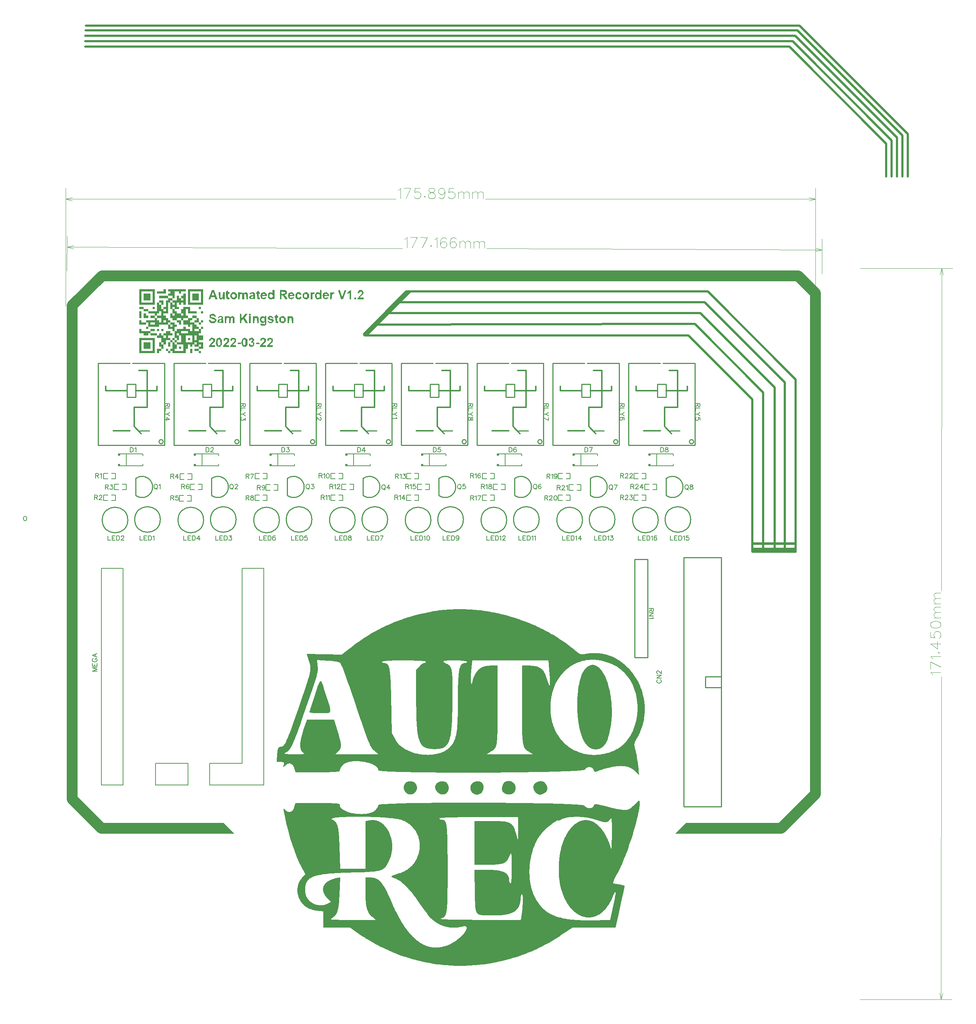
<source format=gto>
G04 Layer: TopSilkscreenLayer*
G04 EasyEDA v6.5.1, 2022-03-22 03:02:58*
G04 bf67d1bc75334a149d351373cee676c1,2944274e32f549b18320765f93dd2344,10*
G04 Gerber Generator version 0.2*
G04 Scale: 100 percent, Rotated: No, Reflected: No *
G04 Dimensions in millimeters *
G04 leading zeros omitted , absolute positions ,4 integer and 5 decimal *
%FSLAX45Y45*%
%MOMM*%

%ADD10C,0.2540*%
%ADD11C,0.5000*%
%ADD12C,1.0000*%
%ADD28C,2.5400*%
%ADD29C,0.2032*%
%ADD30C,0.2030*%
%ADD31C,0.1524*%
%ADD32C,0.3000*%
%ADD33C,0.1016*%

%LPD*%
G36*
X9470440Y5263438D02*
G01*
X9421825Y5262981D01*
X9397593Y5262524D01*
X9355226Y5261356D01*
X9294926Y5258866D01*
X9264853Y5257241D01*
X9222892Y5254548D01*
X9186976Y5251907D01*
X9163100Y5249926D01*
X9115501Y5245506D01*
X9085834Y5242458D01*
X9056268Y5239105D01*
X9014968Y5234076D01*
X8967978Y5227675D01*
X8932875Y5222443D01*
X8902446Y5217617D01*
X8850884Y5208981D01*
X8793276Y5198668D01*
X8736076Y5187696D01*
X8704478Y5181346D01*
X8666784Y5173421D01*
X8622944Y5163870D01*
X8573211Y5152440D01*
X8529929Y5142026D01*
X8499144Y5134356D01*
X8431834Y5116728D01*
X8401456Y5108397D01*
X8359089Y5096408D01*
X8322970Y5085791D01*
X8263128Y5067503D01*
X8209635Y5050282D01*
X8156549Y5032451D01*
X8127187Y5022240D01*
X8086242Y5007610D01*
X8057134Y4996891D01*
X7993430Y4972608D01*
X7930235Y4947310D01*
X7901686Y4935474D01*
X7856220Y4916068D01*
X7827873Y4903673D01*
X7777175Y4880864D01*
X7721142Y4854702D01*
X7676642Y4833112D01*
X7648905Y4819396D01*
X7593736Y4791202D01*
X7555331Y4770983D01*
X7527950Y4756302D01*
X7462672Y4720132D01*
X7414006Y4692192D01*
X7354925Y4657039D01*
X7306818Y4627524D01*
X7264247Y4600651D01*
X7211314Y4566310D01*
X7158685Y4531055D01*
X7122007Y4505807D01*
X7064603Y4465320D01*
X7017867Y4431385D01*
X6966203Y4392777D01*
X6925056Y4361230D01*
X6899402Y4341266D01*
X6719468Y4198924D01*
X5894324Y4215536D01*
X5963564Y3991660D01*
X5967984Y3976522D01*
X5973114Y3957065D01*
X5976823Y3940403D01*
X5978652Y3930954D01*
X5980785Y3916629D01*
X5981852Y3906926D01*
X5982665Y3897020D01*
X5983122Y3886860D01*
X5983224Y3873754D01*
X5982614Y3857244D01*
X5981750Y3845661D01*
X5980176Y3830421D01*
X5978448Y3817569D01*
X5976264Y3804107D01*
X5973013Y3786225D01*
X5969914Y3771036D01*
X5966358Y3755034D01*
X5961227Y3733800D01*
X5950102Y3691636D01*
X5938012Y3649522D01*
X5923788Y3602583D01*
X5907278Y3550361D01*
X5888431Y3492347D01*
X5867044Y3428136D01*
X5816498Y3279241D01*
X5680964Y2886557D01*
X5606389Y2672029D01*
X5574030Y2579979D01*
X5544566Y2497328D01*
X5517794Y2423617D01*
X5493461Y2358339D01*
X5482183Y2328672D01*
X5461050Y2275027D01*
X5451195Y2250897D01*
X5432755Y2207666D01*
X5424068Y2188464D01*
X5415737Y2170785D01*
X5407710Y2154580D01*
X5399938Y2139746D01*
X5392470Y2126183D01*
X5385155Y2113940D01*
X5378043Y2102866D01*
X5371084Y2092909D01*
X5364226Y2084019D01*
X5357469Y2076094D01*
X5354116Y2072487D01*
X5345785Y2064461D01*
X5340756Y2060295D01*
X5332425Y2054250D01*
X5323992Y2049272D01*
X5318861Y2046732D01*
X5311902Y2043887D01*
X5303012Y2040940D01*
X5295696Y2039061D01*
X5288127Y2037537D01*
X5270652Y2034743D01*
X5261914Y2032812D01*
X5254040Y2030475D01*
X5246928Y2027478D01*
X5240578Y2023821D01*
X5237683Y2021636D01*
X5232400Y2016658D01*
X5229961Y2013762D01*
X5225592Y2007158D01*
X5223611Y2003450D01*
X5220004Y1994966D01*
X5216906Y1985060D01*
X5214162Y1973681D01*
X5211826Y1960575D01*
X5209743Y1945741D01*
X5207965Y1928977D01*
X5206339Y1910130D01*
X5204121Y1877212D01*
X5371642Y1877212D01*
X5372252Y1879447D01*
X5373878Y1881886D01*
X5376519Y1884527D01*
X5380075Y1887423D01*
X5384596Y1890623D01*
X5396128Y1897684D01*
X5421274Y1911705D01*
X5431536Y1917903D01*
X5439562Y1923237D01*
X5447436Y1928926D01*
X5459069Y1938324D01*
X5466689Y1945132D01*
X5476087Y1954479D01*
X5483606Y1962607D01*
X5492953Y1973732D01*
X5500420Y1983384D01*
X5507939Y1993849D01*
X5515508Y2005126D01*
X5525109Y2020417D01*
X5532882Y2033727D01*
X5540806Y2048002D01*
X5548884Y2063292D01*
X5557113Y2079650D01*
X5565546Y2097125D01*
X5574233Y2115820D01*
X5583174Y2135733D01*
X5601817Y2179370D01*
X5621731Y2228545D01*
X5643067Y2283612D01*
X5666028Y2344978D01*
X5690768Y2413000D01*
X5717489Y2488082D01*
X5746394Y2570683D01*
X5777636Y2661107D01*
X6000699Y3314649D01*
X6110579Y3634282D01*
X6119774Y3663391D01*
X6127851Y3691432D01*
X6134862Y3718458D01*
X6140805Y3744569D01*
X6145733Y3769868D01*
X6147816Y3782212D01*
X6150457Y3800398D01*
X6153048Y3824122D01*
X6154013Y3835806D01*
X6155131Y3858717D01*
X6155283Y3881221D01*
X6155029Y3892346D01*
X6154166Y3908907D01*
X6152184Y3930751D01*
X6136944Y4065828D01*
X6393942Y4054957D01*
X6429502Y4052976D01*
X6463741Y4050436D01*
X6496507Y4047388D01*
X6527444Y4043883D01*
X6556451Y4039971D01*
X6583121Y4035653D01*
X6612705Y4029811D01*
X7665821Y4029811D01*
X7666177Y4031132D01*
X7667142Y4032453D01*
X7668717Y4033723D01*
X7670952Y4034993D01*
X7677353Y4037431D01*
X7686192Y4039768D01*
X7697470Y4041952D01*
X7711135Y4044035D01*
X7727188Y4046016D01*
X7745526Y4047896D01*
X7766151Y4049623D01*
X7814157Y4052671D01*
X7870799Y4055262D01*
X7935772Y4057294D01*
X8008772Y4058716D01*
X8089544Y4059631D01*
X8132724Y4059885D01*
X8211616Y4059885D01*
X8297011Y4059377D01*
X8374938Y4058259D01*
X8444992Y4056583D01*
X8506866Y4054348D01*
X8560308Y4051604D01*
X8583726Y4050029D01*
X8604910Y4048302D01*
X8623858Y4046474D01*
X8640470Y4044543D01*
X8654745Y4042511D01*
X8666632Y4040327D01*
X8676081Y4038041D01*
X8683091Y4035602D01*
X8685631Y4034383D01*
X8687562Y4033113D01*
X8688832Y4031792D01*
X8689492Y4030472D01*
X8689594Y4029811D01*
X8688781Y4023766D01*
X8686444Y4018127D01*
X8682736Y4012996D01*
X8677859Y4008526D01*
X8671915Y4004868D01*
X8665159Y4002074D01*
X8657691Y4000296D01*
X8646769Y3999534D01*
X8643569Y3998976D01*
X8640165Y3998112D01*
X8632545Y3995369D01*
X8624062Y3991457D01*
X8614867Y3986377D01*
X8605113Y3980230D01*
X8594852Y3973220D01*
X8584336Y3965295D01*
X8573617Y3956659D01*
X8562848Y3947363D01*
X8552230Y3937558D01*
X8541816Y3927195D01*
X8463737Y3844137D01*
X8463838Y3026867D01*
X8464346Y2936544D01*
X8465413Y2851454D01*
X8466328Y2800858D01*
X8468360Y2723946D01*
X8471052Y2651810D01*
X8472678Y2617520D01*
X8474506Y2584348D01*
X8478723Y2521407D01*
X8481822Y2484272D01*
X8484514Y2455773D01*
X8489035Y2415032D01*
X8492286Y2389174D01*
X8496757Y2358186D01*
X8500618Y2334564D01*
X8504783Y2311857D01*
X8509152Y2290114D01*
X8513826Y2269286D01*
X8521395Y2239772D01*
X8526780Y2221179D01*
X8533993Y2199182D01*
X8538514Y2186584D01*
X8543239Y2174494D01*
X8548116Y2162810D01*
X8556701Y2144420D01*
X8563965Y2130552D01*
X8573516Y2114245D01*
X8581542Y2102053D01*
X8589975Y2090572D01*
X8598712Y2079802D01*
X8605570Y2072132D01*
X8614968Y2062530D01*
X8624824Y2053589D01*
X8629853Y2049322D01*
X8640318Y2041296D01*
X8653881Y2032101D01*
X8662365Y2027021D01*
X8674049Y2020773D01*
X8689238Y2013661D01*
X8705088Y2007362D01*
X8721648Y2001875D01*
X8731961Y1998929D01*
X8746083Y1995424D01*
X8764371Y1991664D01*
X8783421Y1988566D01*
X8799220Y1986483D01*
X8819692Y1984451D01*
X8840876Y1982978D01*
X8862923Y1982063D01*
X8885783Y1981606D01*
X8909151Y1981555D01*
X8927236Y1981860D01*
X8953347Y1982927D01*
X8978290Y1984756D01*
X9002014Y1987448D01*
X9013494Y1989124D01*
X9031935Y1992477D01*
X9046159Y1995678D01*
X9056522Y1998370D01*
X9073134Y2003450D01*
X9082786Y2006904D01*
X9092184Y2010664D01*
X9104274Y2016150D01*
X9115958Y2022195D01*
X9127185Y2028799D01*
X9138005Y2036064D01*
X9148368Y2043938D01*
X9155887Y2050288D01*
X9165590Y2059330D01*
X9174835Y2069084D01*
X9183725Y2079548D01*
X9190177Y2087880D01*
X9198406Y2099665D01*
X9206230Y2112162D01*
X9213748Y2125522D01*
X9220911Y2139645D01*
X9229394Y2158542D01*
X9235795Y2174595D01*
X9241891Y2191562D01*
X9247632Y2209444D01*
X9254439Y2233066D01*
X9259519Y2253030D01*
X9264345Y2274011D01*
X9268866Y2295956D01*
X9273133Y2318969D01*
X9277146Y2342997D01*
X9280906Y2368092D01*
X9284411Y2394254D01*
X9287713Y2421534D01*
X9290761Y2449982D01*
X9293555Y2479548D01*
X9296196Y2510282D01*
X9298635Y2542184D01*
X9301378Y2583840D01*
X9303359Y2618536D01*
X9305594Y2663647D01*
X9307220Y2701239D01*
X9310268Y2790596D01*
X9312605Y2886811D01*
X9314230Y2978353D01*
X9316567Y3192932D01*
X9317278Y3294887D01*
X9317482Y3419195D01*
X9316974Y3498748D01*
X9315856Y3569817D01*
X9314992Y3602329D01*
X9312706Y3661664D01*
X9311233Y3688638D01*
X9309557Y3713886D01*
X9307626Y3737508D01*
X9305442Y3759555D01*
X9303054Y3780078D01*
X9300362Y3799230D01*
X9297365Y3816959D01*
X9294114Y3833469D01*
X9290608Y3848709D01*
X9286748Y3862781D01*
X9282582Y3875786D01*
X9276892Y3890670D01*
X9271965Y3901490D01*
X9265361Y3913835D01*
X9258147Y3924960D01*
X9251950Y3933088D01*
X9248749Y3936949D01*
X9243669Y3942435D01*
X9238437Y3947617D01*
X9231071Y3954119D01*
X9223248Y3960215D01*
X9212935Y3967378D01*
X9204198Y3972814D01*
X9190177Y3980687D01*
X9157766Y3997248D01*
X9140698Y4006443D01*
X9126677Y4014673D01*
X9115806Y4022090D01*
X9111640Y4025442D01*
X9108236Y4028643D01*
X9105696Y4031589D01*
X9104020Y4034383D01*
X9103258Y4037025D01*
X9103156Y4038244D01*
X9103715Y4040581D01*
X9105188Y4042765D01*
X9107627Y4044797D01*
X9110929Y4046626D01*
X9115247Y4048353D01*
X9120530Y4049877D01*
X9126829Y4051300D01*
X9134094Y4052570D01*
X9151721Y4054805D01*
X9173565Y4056532D01*
X9199778Y4057853D01*
X9230360Y4058818D01*
X9265564Y4059428D01*
X9305442Y4059783D01*
X9372854Y4059936D01*
X9414459Y4059529D01*
X9453473Y4058716D01*
X9489694Y4057396D01*
X9522815Y4055668D01*
X9552686Y4053484D01*
X9579051Y4050944D01*
X9601809Y4048048D01*
X9611715Y4046474D01*
X9620656Y4044797D01*
X9628530Y4043019D01*
X9635388Y4041190D01*
X9641128Y4039260D01*
X9645802Y4037279D01*
X9649358Y4035247D01*
X9651746Y4033113D01*
X9652508Y4032046D01*
X9652965Y4030929D01*
X9653117Y4029811D01*
X9652660Y4025747D01*
X9651441Y4021836D01*
X9649510Y4018127D01*
X9646869Y4014622D01*
X9643567Y4011422D01*
X9639706Y4008526D01*
X9635337Y4005986D01*
X9630460Y4003801D01*
X9625177Y4002074D01*
X9619589Y4000754D01*
X9613646Y3999941D01*
X9599980Y3999534D01*
X9592716Y3999026D01*
X9581083Y3997350D01*
X9574326Y3995826D01*
X9567875Y3993896D01*
X9557461Y3989730D01*
X9551517Y3986631D01*
X9543897Y3981805D01*
X9540189Y3979062D01*
X9533077Y3972864D01*
X9526270Y3965803D01*
X9519818Y3957777D01*
X9513671Y3948734D01*
X9507829Y3938676D01*
X9502343Y3927551D01*
X9497110Y3915308D01*
X9492183Y3901897D01*
X9487509Y3887317D01*
X9483140Y3871518D01*
X9479026Y3854450D01*
X9475216Y3836060D01*
X9471609Y3816350D01*
X9468256Y3795268D01*
X9465157Y3772763D01*
X9462312Y3748836D01*
X9459671Y3723386D01*
X9457232Y3696462D01*
X9455048Y3667912D01*
X9453016Y3637787D01*
X9451822Y3616604D01*
X9746030Y3616604D01*
X9746234Y3639870D01*
X9746792Y3665016D01*
X9747758Y3691890D01*
X9749129Y3720439D01*
X9750958Y3750513D01*
X9753142Y3782060D01*
X9755835Y3814927D01*
X9778695Y4059936D01*
X11571274Y4059936D01*
X11593779Y3738626D01*
X11598452Y3664508D01*
X11600180Y3632200D01*
X11601500Y3602939D01*
X11602415Y3576777D01*
X11602872Y3553663D01*
X11602923Y3529025D01*
X11602415Y3512718D01*
X11601500Y3499358D01*
X11600129Y3488994D01*
X11599265Y3484879D01*
X11598300Y3481527D01*
X11597182Y3478885D01*
X11595963Y3477006D01*
X11594642Y3475837D01*
X11593169Y3475380D01*
X11591594Y3475634D01*
X11589918Y3476599D01*
X11588089Y3478326D01*
X11586159Y3480714D01*
X11581942Y3487623D01*
X11577167Y3497376D01*
X11571884Y3509873D01*
X11566093Y3525113D01*
X11559743Y3543147D01*
X11552885Y3563874D01*
X11528348Y3642918D01*
X11519103Y3670706D01*
X11509654Y3696868D01*
X11499951Y3721303D01*
X11489944Y3744163D01*
X11484813Y3755034D01*
X11474246Y3775608D01*
X11468811Y3785311D01*
X11463223Y3794658D01*
X11457482Y3803700D01*
X11451640Y3812336D01*
X11445646Y3820617D01*
X11439499Y3828592D01*
X11433200Y3836212D01*
X11426698Y3843528D01*
X11420043Y3850487D01*
X11413185Y3857142D01*
X11406124Y3863492D01*
X11398859Y3869588D01*
X11391392Y3875328D01*
X11383670Y3880764D01*
X11375796Y3885946D01*
X11367617Y3890822D01*
X11359235Y3895445D01*
X11350548Y3899763D01*
X11341658Y3903878D01*
X11332464Y3907688D01*
X11323015Y3911244D01*
X11313312Y3914597D01*
X11303254Y3917696D01*
X11292941Y3920540D01*
X11282273Y3923182D01*
X11271300Y3925570D01*
X11260023Y3927754D01*
X11248440Y3929735D01*
X11224158Y3933139D01*
X11198504Y3935729D01*
X11171326Y3937609D01*
X11142573Y3938778D01*
X11112246Y3939387D01*
X10947806Y3939438D01*
X10947857Y2951988D01*
X11614861Y2951988D01*
X11615216Y2983230D01*
X11615928Y3008020D01*
X11617401Y3038703D01*
X11619484Y3069031D01*
X11621617Y3093059D01*
X11624106Y3116834D01*
X11627764Y3146298D01*
X11632946Y3181197D01*
X11636857Y3204159D01*
X11643461Y3238195D01*
X11648287Y3260547D01*
X11653469Y3282696D01*
X11659057Y3304641D01*
X11666474Y3331667D01*
X11674500Y3358337D01*
X11682984Y3384600D01*
X11690197Y3405327D01*
X11703608Y3440988D01*
X11711736Y3461004D01*
X11720169Y3480714D01*
X11728907Y3500221D01*
X11740337Y3524199D01*
X11754662Y3552393D01*
X11769648Y3579977D01*
X11780012Y3597960D01*
X11790680Y3615740D01*
X11801652Y3633165D01*
X11815775Y3654602D01*
X11824462Y3667201D01*
X11836298Y3683812D01*
X11854535Y3708095D01*
X11867032Y3723894D01*
X11879834Y3739438D01*
X11896191Y3758387D01*
X11912904Y3776827D01*
X11933529Y3798366D01*
X11954713Y3819144D01*
X11969140Y3832606D01*
X11983821Y3845712D01*
X11998706Y3858514D01*
X12021464Y3877056D01*
X12040870Y3891940D01*
X12064542Y3909110D01*
X12084659Y3922826D01*
X12101017Y3933393D01*
X12117527Y3943604D01*
X12134291Y3953459D01*
X12155474Y3965295D01*
X12181332Y3978757D01*
X12207595Y3991356D01*
X12225375Y3999331D01*
X12252299Y4010558D01*
X12270486Y4017568D01*
X12284252Y4022598D01*
X12302693Y4028948D01*
X12326010Y4036314D01*
X12349581Y4043121D01*
X12378182Y4050436D01*
X12402261Y4055872D01*
X12431471Y4061612D01*
X12456007Y4065625D01*
X12480798Y4069079D01*
X12505740Y4071823D01*
X12530937Y4073956D01*
X12551156Y4075226D01*
X12576657Y4076141D01*
X12597180Y4076446D01*
X12617754Y4076293D01*
X12648895Y4075277D01*
X12669723Y4074058D01*
X12690703Y4072382D01*
X12716967Y4069689D01*
X12743434Y4066286D01*
X12764668Y4063085D01*
X12796672Y4057396D01*
X12823444Y4051909D01*
X12855702Y4044340D01*
X12882676Y4037228D01*
X12904317Y4031081D01*
X12931444Y4022648D01*
X12964109Y4011625D01*
X12985902Y4003649D01*
X13007746Y3995216D01*
X13035127Y3983990D01*
X13057022Y3974439D01*
X13078968Y3964432D01*
X13099542Y3954526D01*
X13118490Y3944924D01*
X13127888Y3939946D01*
X13146328Y3929735D01*
X13159943Y3921810D01*
X13186663Y3905300D01*
X13208355Y3890924D01*
X13225322Y3879037D01*
X13250163Y3860495D01*
X13266318Y3847693D01*
X13289889Y3827932D01*
X13305231Y3814318D01*
X13320217Y3800348D01*
X13342112Y3778910D01*
X13359739Y3760470D01*
X13373506Y3745433D01*
X13386968Y3730091D01*
X13400074Y3714445D01*
X13422223Y3686454D01*
X13440410Y3661816D01*
X13460679Y3632352D01*
X13477240Y3606546D01*
X13485266Y3593439D01*
X13495680Y3575761D01*
X13505738Y3557879D01*
X13520267Y3530650D01*
X13536269Y3498342D01*
X13544956Y3479647D01*
X13553338Y3460750D01*
X13563346Y3436874D01*
X13574674Y3407918D01*
X13583564Y3383534D01*
X13591946Y3358896D01*
X13599820Y3334054D01*
X13605763Y3314090D01*
X13612723Y3288893D01*
X13620394Y3258464D01*
X13625118Y3238042D01*
X13631570Y3207207D01*
X13635532Y3186582D01*
X13639952Y3160674D01*
X13645337Y3124250D01*
X13649147Y3092856D01*
X13652246Y3061411D01*
X13655243Y3019348D01*
X13656259Y2998266D01*
X13657072Y2971901D01*
X13657376Y2935020D01*
X13656868Y2903423D01*
X13656106Y2882341D01*
X13655040Y2861310D01*
X13652855Y2829864D01*
X13651026Y2808884D01*
X13647623Y2777591D01*
X13644981Y2756814D01*
X13639546Y2720594D01*
X13635075Y2694838D01*
X13629081Y2664155D01*
X13623493Y2638755D01*
X13617448Y2613507D01*
X13608151Y2578455D01*
X13600887Y2553665D01*
X13593165Y2529128D01*
X13584936Y2504744D01*
X13574369Y2475839D01*
X13565073Y2452065D01*
X13555268Y2428544D01*
X13544956Y2405278D01*
X13531900Y2377795D01*
X13522858Y2359710D01*
X13513460Y2341829D01*
X13496290Y2311095D01*
X13486028Y2293823D01*
X13478154Y2281021D01*
X13461796Y2255875D01*
X13450569Y2239365D01*
X13433044Y2215134D01*
X13417956Y2195423D01*
X13405510Y2179929D01*
X13392759Y2164740D01*
X13379653Y2149805D01*
X13359485Y2128012D01*
X13338606Y2106930D01*
X13324281Y2093264D01*
X13309650Y2079904D01*
X13294715Y2066848D01*
X13271703Y2048002D01*
X13251992Y2032812D01*
X13244017Y2026920D01*
X13227761Y2015388D01*
X13211149Y2004212D01*
X13190016Y1990801D01*
X13177113Y1983028D01*
X13150748Y1968144D01*
X13128244Y1956460D01*
X13109854Y1947519D01*
X13086486Y1936953D01*
X13057835Y1925167D01*
X13033400Y1916125D01*
X13004139Y1906117D01*
X12974980Y1896973D01*
X12951714Y1890166D01*
X12928447Y1883918D01*
X12893700Y1875383D01*
X12870586Y1870354D01*
X12841833Y1864715D01*
X12807442Y1858924D01*
X12784582Y1855673D01*
X12750495Y1851710D01*
X12727838Y1849628D01*
X12705334Y1848053D01*
X12682880Y1846884D01*
X12654991Y1846122D01*
X12627254Y1846021D01*
X12599670Y1846681D01*
X12577775Y1847697D01*
X12555982Y1849120D01*
X12528956Y1851558D01*
X12507468Y1854047D01*
X12480798Y1857705D01*
X12454331Y1862023D01*
X12428118Y1867052D01*
X12402159Y1872691D01*
X12376454Y1879041D01*
X12356084Y1884578D01*
X12335916Y1890471D01*
X12320879Y1895195D01*
X12300966Y1901850D01*
X12281255Y1908911D01*
X12261748Y1916379D01*
X12242444Y1924202D01*
X12223343Y1932482D01*
X12195048Y1945538D01*
X12171832Y1957120D01*
X12144400Y1971802D01*
X12126417Y1982063D01*
X12099848Y1998167D01*
X12082475Y2009343D01*
X12061037Y2023872D01*
X12044172Y2035860D01*
X12031675Y2045106D01*
X12011202Y2060956D01*
X11991136Y2077364D01*
X11975388Y2090877D01*
X11956034Y2108250D01*
X11937136Y2126183D01*
X11915038Y2148382D01*
X11893600Y2171293D01*
X11879681Y2187041D01*
X11866067Y2203043D01*
X11852757Y2219401D01*
X11839752Y2236114D01*
X11827052Y2253081D01*
X11811660Y2274773D01*
X11802668Y2287981D01*
X11785193Y2315006D01*
X11771274Y2338019D01*
X11757812Y2361488D01*
X11747449Y2380589D01*
X11737441Y2400046D01*
X11723116Y2429662D01*
X11709603Y2459990D01*
X11698986Y2485694D01*
X11692890Y2501341D01*
X11681358Y2533040D01*
X11674144Y2554579D01*
X11667337Y2576322D01*
X11660886Y2598318D01*
X11653469Y2626207D01*
X11649252Y2643124D01*
X11645341Y2660192D01*
X11640413Y2683154D01*
X11635943Y2706370D01*
X11630964Y2735732D01*
X11628272Y2753563D01*
X11624360Y2783535D01*
X11621109Y2813862D01*
X11618569Y2844546D01*
X11617045Y2869336D01*
X11615521Y2907741D01*
X11615013Y2933090D01*
X11614861Y2951988D01*
X10947857Y2951988D01*
X10948060Y2747568D01*
X10948416Y2649728D01*
X10949025Y2560828D01*
X10949990Y2480411D01*
X10951362Y2407920D01*
X10953191Y2342946D01*
X10955528Y2284984D01*
X10956950Y2258415D01*
X10960303Y2210003D01*
X10962233Y2188006D01*
X10964367Y2167331D01*
X10966704Y2148027D01*
X10969193Y2129993D01*
X10971987Y2113127D01*
X10975695Y2093620D01*
X10978997Y2079243D01*
X10983417Y2062632D01*
X10988243Y2047493D01*
X10992408Y2036318D01*
X10998047Y2023465D01*
X11004092Y2011680D01*
X11009274Y2002993D01*
X11016132Y1992934D01*
X11023549Y1983638D01*
X11029848Y1976678D01*
X11038179Y1968500D01*
X11045291Y1962251D01*
X11056569Y1953260D01*
X11064544Y1947418D01*
X11075060Y1940255D01*
X11086185Y1933041D01*
X11203736Y1861159D01*
X10119817Y1861159D01*
X10223195Y1924202D01*
X10237368Y1933041D01*
X10256977Y1945995D01*
X10267035Y1953260D01*
X10278313Y1962251D01*
X10285374Y1968500D01*
X10290454Y1973325D01*
X10300004Y1983638D01*
X10307421Y1992934D01*
X10312958Y2000910D01*
X10318242Y2009495D01*
X10324388Y2021027D01*
X10328960Y2031034D01*
X10334294Y2044598D01*
X10337292Y2053386D01*
X10341965Y2069084D01*
X10345420Y2082749D01*
X10348620Y2097379D01*
X10352328Y2117242D01*
X10355021Y2134362D01*
X10357459Y2152751D01*
X10360304Y2177491D01*
X10362336Y2198827D01*
X10364165Y2221534D01*
X10365841Y2245766D01*
X10368686Y2298852D01*
X10370921Y2358542D01*
X10372598Y2425344D01*
X10373868Y2499766D01*
X10374731Y2582265D01*
X10375290Y2673350D01*
X10375595Y2773476D01*
X10375747Y3939438D01*
X10209834Y3939336D01*
X10196271Y3939032D01*
X10169855Y3937711D01*
X10157053Y3936746D01*
X10144506Y3935526D01*
X10126167Y3933291D01*
X10114229Y3931513D01*
X10096804Y3928364D01*
X10085527Y3926027D01*
X10074402Y3923385D01*
X10063581Y3920540D01*
X10052964Y3917442D01*
X10042601Y3914089D01*
X10032441Y3910482D01*
X10022484Y3906621D01*
X10012781Y3902506D01*
X10003282Y3898137D01*
X9993985Y3893515D01*
X9984943Y3888638D01*
X9976053Y3883456D01*
X9967417Y3878021D01*
X9958984Y3872331D01*
X9950704Y3866387D01*
X9942626Y3860139D01*
X9934752Y3853586D01*
X9927082Y3846779D01*
X9919614Y3839718D01*
X9912299Y3832351D01*
X9905187Y3824681D01*
X9898227Y3816705D01*
X9891471Y3808476D01*
X9884867Y3799890D01*
X9878466Y3791051D01*
X9872218Y3781907D01*
X9866122Y3772458D01*
X9860178Y3762705D01*
X9854387Y3752646D01*
X9848799Y3742283D01*
X9837978Y3720592D01*
X9832797Y3709263D01*
X9827768Y3697630D01*
X9818166Y3673348D01*
X9809022Y3647744D01*
X9800437Y3620820D01*
X9792360Y3592576D01*
X9780168Y3545433D01*
X9775850Y3531362D01*
X9771786Y3520541D01*
X9769805Y3516376D01*
X9767925Y3512972D01*
X9766147Y3510330D01*
X9764420Y3508451D01*
X9762744Y3507333D01*
X9761169Y3506927D01*
X9759645Y3507282D01*
X9758172Y3508298D01*
X9756800Y3510026D01*
X9755530Y3512464D01*
X9754311Y3515563D01*
X9753142Y3519322D01*
X9751110Y3528720D01*
X9749434Y3540658D01*
X9748062Y3554933D01*
X9746996Y3571494D01*
X9746335Y3590239D01*
X9746030Y3616604D01*
X9451822Y3616604D01*
X9448901Y3555187D01*
X9447530Y3519170D01*
X9445396Y3441750D01*
X9443872Y3356914D01*
X9442907Y3264408D01*
X9442246Y3027222D01*
X9441738Y2937103D01*
X9440824Y2853334D01*
X9439402Y2775610D01*
X9437217Y2695092D01*
X9434677Y2629204D01*
X9433204Y2598216D01*
X9431528Y2568397D01*
X9429191Y2532837D01*
X9426549Y2499055D01*
X9423654Y2467000D01*
X9421114Y2442514D01*
X9418320Y2419045D01*
X9415373Y2396540D01*
X9412173Y2374900D01*
X9408769Y2354224D01*
X9405162Y2334361D01*
X9401251Y2315260D01*
X9397136Y2296972D01*
X9392767Y2279396D01*
X9385706Y2254300D01*
X9379407Y2234488D01*
X9374022Y2219299D01*
X9368332Y2204618D01*
X9359290Y2183536D01*
X9352889Y2170074D01*
X9346184Y2156968D01*
X9339122Y2144217D01*
X9327997Y2125726D01*
X9320123Y2113737D01*
X9311944Y2101951D01*
X9303410Y2090369D01*
X9294520Y2078888D01*
X9282887Y2064715D01*
X9273184Y2053437D01*
X9252610Y2030882D01*
X9245752Y2023770D01*
X9235135Y2013356D01*
X9227870Y2006600D01*
X9216644Y1996744D01*
X9208973Y1990343D01*
X9197136Y1980996D01*
X9184995Y1972005D01*
X9168333Y1960524D01*
X9151112Y1949602D01*
X9133382Y1939289D01*
X9119717Y1931873D01*
X9101074Y1922525D01*
X9077147Y1911604D01*
X9057487Y1903526D01*
X9032341Y1894179D01*
X9017000Y1888998D01*
X9001404Y1884121D01*
X8985605Y1879549D01*
X8964269Y1873961D01*
X8942628Y1868881D01*
X8920683Y1864360D01*
X8898483Y1860346D01*
X8876030Y1856892D01*
X8847632Y1853285D01*
X8824722Y1850999D01*
X8795816Y1848916D01*
X8766657Y1847596D01*
X8737346Y1847088D01*
X8702040Y1847545D01*
X8678367Y1848510D01*
X8654694Y1849932D01*
X8631021Y1851914D01*
X8601456Y1855012D01*
X8577834Y1858060D01*
X8548420Y1862582D01*
X8519160Y1867865D01*
X8484260Y1875180D01*
X8461197Y1880666D01*
X8438337Y1886661D01*
X8410041Y1894738D01*
X8382050Y1903628D01*
X8359952Y1911197D01*
X8338159Y1919274D01*
X8322005Y1925624D01*
X8300770Y1934464D01*
X8285022Y1941423D01*
X8264398Y1951075D01*
X8249158Y1958593D01*
X8224266Y1971751D01*
X8204860Y1982724D01*
X8181187Y1997049D01*
X8162798Y2009038D01*
X8149336Y2018284D01*
X8127542Y2034286D01*
X8119059Y2040839D01*
X8106613Y2050948D01*
X8094472Y2061210D01*
X8078825Y2075332D01*
X8063788Y2089861D01*
X8052917Y2100986D01*
X8038998Y2116277D01*
X8025790Y2131923D01*
X8019389Y2139899D01*
X8010194Y2152040D01*
X7998561Y2168601D01*
X7987690Y2185568D01*
X7982508Y2194153D01*
X7891678Y2357932D01*
X7874508Y3216046D01*
X7872018Y3321354D01*
X7869377Y3416960D01*
X7866430Y3503218D01*
X7863128Y3580637D01*
X7859369Y3649726D01*
X7857286Y3681272D01*
X7855051Y3710889D01*
X7852664Y3738676D01*
X7850124Y3764635D01*
X7847380Y3788867D01*
X7844434Y3811422D01*
X7841335Y3832351D01*
X7837982Y3851706D01*
X7834426Y3869588D01*
X7830616Y3885996D01*
X7826552Y3900982D01*
X7822234Y3914648D01*
X7819999Y3920998D01*
X7816494Y3929989D01*
X7812836Y3938270D01*
X7807655Y3948277D01*
X7803591Y3955084D01*
X7799374Y3961282D01*
X7793431Y3968648D01*
X7787131Y3975100D01*
X7782204Y3979316D01*
X7778851Y3981856D01*
X7773568Y3985310D01*
X7768132Y3988308D01*
X7760512Y3991660D01*
X7750454Y3994962D01*
X7741920Y3996893D01*
X7730744Y3998518D01*
X7718856Y3999433D01*
X7706309Y3999687D01*
X7698181Y4000296D01*
X7690612Y4002074D01*
X7683703Y4004868D01*
X7677708Y4008526D01*
X7672781Y4012996D01*
X7669022Y4018127D01*
X7666685Y4023766D01*
X7665821Y4029811D01*
X6612940Y4029760D01*
X6633667Y4024731D01*
X6642862Y4022140D01*
X6651294Y4019448D01*
X6658914Y4016756D01*
X6665620Y4013962D01*
X6671462Y4011168D01*
X6676390Y4008323D01*
X6680352Y4005478D01*
X6683044Y4002379D01*
X6685737Y3998315D01*
X6692442Y3986072D01*
X6700875Y3968445D01*
X6710934Y3945686D01*
X6722567Y3918051D01*
X6737451Y3881374D01*
X6754063Y3839108D01*
X6772300Y3791559D01*
X6792061Y3739083D01*
X6835597Y3620566D01*
X6861860Y3547719D01*
X6909257Y3413810D01*
X6935571Y3338474D01*
X6962546Y3260445D01*
X6993178Y3170986D01*
X7027519Y3069742D01*
X7091629Y2878531D01*
X7157669Y2682443D01*
X7186828Y2596591D01*
X7238339Y2447239D01*
X7260996Y2382926D01*
X7281773Y2324963D01*
X7300874Y2272944D01*
X7318451Y2226513D01*
X7334707Y2185263D01*
X7349693Y2148738D01*
X7363663Y2116531D01*
X7371943Y2098446D01*
X7379919Y2081784D01*
X7387640Y2066493D01*
X7398105Y2047138D01*
X7409637Y2027631D01*
X7418120Y2014626D01*
X7425131Y2004720D01*
X7430719Y1997303D01*
X7437729Y1988616D01*
X7447686Y1977389D01*
X7453426Y1971293D01*
X7462266Y1962607D01*
X7472883Y1952853D01*
X7577581Y1860905D01*
X6571386Y1860905D01*
X6639864Y1933854D01*
X6651091Y1946605D01*
X6661150Y1959305D01*
X6665722Y1965655D01*
X6669989Y1972106D01*
X6673951Y1978558D01*
X6677659Y1985111D01*
X6681012Y1991817D01*
X6684060Y1998624D01*
X6686803Y2005584D01*
X6689242Y2012746D01*
X6691426Y2020112D01*
X6693255Y2027682D01*
X6694728Y2035505D01*
X6695948Y2043582D01*
X6696862Y2051964D01*
X6697421Y2060651D01*
X6697725Y2069642D01*
X6697675Y2079040D01*
X6697319Y2088794D01*
X6696659Y2098954D01*
X6695694Y2109520D01*
X6692747Y2132076D01*
X6688581Y2156510D01*
X6683095Y2183130D01*
X6676339Y2212086D01*
X6668262Y2243480D01*
X6658914Y2277567D01*
X6648297Y2314498D01*
X6636308Y2354427D01*
X6623050Y2397556D01*
X6536690Y2673705D01*
X5904179Y2674264D01*
X5822340Y2444038D01*
X5810656Y2409037D01*
X5799836Y2375103D01*
X5789980Y2342235D01*
X5781040Y2310384D01*
X5773064Y2279599D01*
X5766003Y2249881D01*
X5761329Y2228291D01*
X5755944Y2200503D01*
X5751474Y2173782D01*
X5747969Y2148230D01*
X5745378Y2123744D01*
X5743702Y2100427D01*
X5742990Y2078278D01*
X5743244Y2057298D01*
X5744464Y2037435D01*
X5745378Y2027986D01*
X5746546Y2018792D01*
X5747969Y2009952D01*
X5749645Y2001367D01*
X5751525Y1993087D01*
X5753658Y1985111D01*
X5756046Y1977440D01*
X5758637Y1970074D01*
X5761482Y1963064D01*
X5764530Y1956307D01*
X5767832Y1949856D01*
X5771388Y1943760D01*
X5775198Y1937969D01*
X5779211Y1932482D01*
X5783478Y1927301D01*
X5787948Y1922424D01*
X5792673Y1917903D01*
X5797651Y1913686D01*
X5821426Y1896313D01*
X5830265Y1888845D01*
X5833516Y1885543D01*
X5835853Y1882495D01*
X5837326Y1879752D01*
X5837783Y1877263D01*
X5837682Y1876094D01*
X5836615Y1873910D01*
X5834532Y1871980D01*
X5831281Y1870252D01*
X5826912Y1868728D01*
X5821273Y1867407D01*
X5814415Y1866239D01*
X5806186Y1865223D01*
X5785662Y1863699D01*
X5759348Y1862683D01*
X5726836Y1862124D01*
X5653938Y1861921D01*
X5551220Y1862378D01*
X5507177Y1862785D01*
X5470042Y1863394D01*
X5439410Y1864309D01*
X5414924Y1865579D01*
X5396280Y1867306D01*
X5389016Y1868373D01*
X5383072Y1869592D01*
X5378450Y1870964D01*
X5375046Y1872538D01*
X5373776Y1873351D01*
X5372150Y1875180D01*
X5371642Y1877212D01*
X5204121Y1877212D01*
X5193792Y1680159D01*
X5292140Y1680108D01*
X5308752Y1679651D01*
X5322722Y1678635D01*
X5328818Y1677873D01*
X5334254Y1676907D01*
X5339181Y1675688D01*
X5343499Y1674266D01*
X5347258Y1672589D01*
X5350560Y1670659D01*
X5353304Y1668424D01*
X5355590Y1665833D01*
X5357418Y1662988D01*
X5358790Y1659737D01*
X5359704Y1656181D01*
X5360263Y1652219D01*
X5360365Y1647850D01*
X5360162Y1643075D01*
X5359603Y1637893D01*
X5357469Y1626107D01*
X5347309Y1585061D01*
X5344718Y1571498D01*
X5344464Y1565605D01*
X5344769Y1563624D01*
X5345430Y1562252D01*
X5346446Y1561541D01*
X5347817Y1561388D01*
X5349544Y1561896D01*
X5351729Y1562963D01*
X5354269Y1564640D01*
X5360619Y1569770D01*
X5368747Y1577238D01*
X5390845Y1598930D01*
X5400344Y1607870D01*
X5409895Y1615846D01*
X5419598Y1622907D01*
X5429300Y1628952D01*
X5439003Y1634083D01*
X5448706Y1638300D01*
X5458409Y1641551D01*
X5468010Y1643888D01*
X5477560Y1645310D01*
X5486958Y1645869D01*
X5496255Y1645462D01*
X5505399Y1644192D01*
X5514340Y1642059D01*
X5523077Y1639011D01*
X5531561Y1635150D01*
X5539790Y1630375D01*
X5547715Y1624787D01*
X5555335Y1618335D01*
X5562650Y1611020D01*
X5569559Y1602892D01*
X5576062Y1593951D01*
X5579211Y1589176D01*
X5585104Y1578965D01*
X5590540Y1567992D01*
X5595518Y1556207D01*
X5599938Y1543659D01*
X5630773Y1439164D01*
X6220002Y1439265D01*
X6317386Y1439773D01*
X6400546Y1440789D01*
X6470497Y1442364D01*
X6500774Y1443431D01*
X6528155Y1444701D01*
X6552692Y1446123D01*
X6574536Y1447749D01*
X6593789Y1449578D01*
X6610654Y1451610D01*
X6625132Y1453896D01*
X6637426Y1456385D01*
X6647637Y1459179D01*
X6655917Y1462176D01*
X6662318Y1465478D01*
X6664909Y1467205D01*
X6667042Y1469034D01*
X6668820Y1470914D01*
X6670192Y1472844D01*
X6671157Y1474876D01*
X6671818Y1477010D01*
X6672173Y1479194D01*
X6672427Y1483918D01*
X6673037Y1487982D01*
X6674002Y1492453D01*
X6677101Y1502511D01*
X6681571Y1513840D01*
X6687261Y1526184D01*
X6694068Y1539290D01*
X6701790Y1552905D01*
X6710375Y1566722D01*
X6719671Y1580591D01*
X6729526Y1594154D01*
X6737045Y1603806D01*
X6742226Y1609699D01*
X6747865Y1615389D01*
X6753809Y1620875D01*
X6760159Y1626158D01*
X6766864Y1631238D01*
X6773925Y1636115D01*
X6781342Y1640839D01*
X6789115Y1645310D01*
X6797141Y1649628D01*
X6805523Y1653692D01*
X6814210Y1657604D01*
X6823202Y1661363D01*
X6841947Y1668221D01*
X6851751Y1671421D01*
X6872071Y1677162D01*
X6882536Y1679803D01*
X6904228Y1684477D01*
X6926630Y1688439D01*
X6943953Y1690979D01*
X6955688Y1692452D01*
X6985711Y1695399D01*
X7010298Y1696974D01*
X7035292Y1697888D01*
X7060692Y1698193D01*
X7086295Y1697837D01*
X7118553Y1696516D01*
X7157415Y1693672D01*
X7189673Y1690268D01*
X7221778Y1686001D01*
X7253427Y1680819D01*
X7284567Y1674774D01*
X7308951Y1669338D01*
X7326884Y1664919D01*
X7355992Y1656892D01*
X7378496Y1649882D01*
X7389469Y1646224D01*
X7405522Y1640484D01*
X7415936Y1636522D01*
X7431125Y1630324D01*
X7450480Y1621688D01*
X7464348Y1614881D01*
X7481773Y1605432D01*
X7490053Y1600555D01*
X7505649Y1590497D01*
X7519873Y1579981D01*
X7526426Y1574596D01*
X7532674Y1569059D01*
X7538516Y1563471D01*
X7543952Y1557782D01*
X7549032Y1551990D01*
X7553655Y1546098D01*
X7557922Y1540103D01*
X7561681Y1534058D01*
X7565085Y1527860D01*
X7567980Y1521612D01*
X7570419Y1515313D01*
X7572400Y1508861D01*
X7573924Y1502359D01*
X7574940Y1495755D01*
X7575702Y1484782D01*
X7576972Y1483207D01*
X7580020Y1481378D01*
X7582966Y1480159D01*
X7588707Y1478381D01*
X7594701Y1476908D01*
X7609890Y1474063D01*
X7627162Y1471574D01*
X7650276Y1468882D01*
X7680299Y1466037D01*
X7711643Y1463598D01*
X7750403Y1460957D01*
X7818881Y1457096D01*
X7868462Y1454759D01*
X7932166Y1452118D01*
X8029041Y1448714D01*
X8129168Y1445768D01*
X8276945Y1442212D01*
X8401710Y1439722D01*
X8526119Y1437640D01*
X8711539Y1435150D01*
X8857284Y1433576D01*
X8999423Y1432356D01*
X9180220Y1431239D01*
X9374682Y1430375D01*
X9563963Y1429969D01*
X9948773Y1430274D01*
X10114584Y1430832D01*
X10352989Y1432102D01*
X10534345Y1433423D01*
X10677499Y1434693D01*
X10853115Y1436624D01*
X11024311Y1438859D01*
X11165535Y1440942D01*
X11325860Y1443736D01*
X11523421Y1447800D01*
X11637975Y1450594D01*
X11766397Y1454099D01*
X11927179Y1459382D01*
X12043156Y1463954D01*
X12136374Y1468424D01*
X12176455Y1470609D01*
X12225528Y1473606D01*
X12262510Y1476197D01*
X12295835Y1478838D01*
X12325350Y1481582D01*
X12346178Y1483817D01*
X12366548Y1486408D01*
X12383566Y1488998D01*
X12391542Y1490472D01*
X12398451Y1491996D01*
X12405309Y1493824D01*
X12411303Y1495958D01*
X12413742Y1497228D01*
X12415774Y1498803D01*
X12422479Y1508506D01*
X12429439Y1516837D01*
X12437059Y1524457D01*
X12445187Y1531315D01*
X12449454Y1534515D01*
X12458293Y1540256D01*
X12467488Y1545285D01*
X12477038Y1549603D01*
X12486843Y1553159D01*
X12496800Y1556004D01*
X12506858Y1558137D01*
X12516967Y1559509D01*
X12527026Y1560169D01*
X12537033Y1560068D01*
X12546838Y1559255D01*
X12556439Y1557731D01*
X12565735Y1555445D01*
X12570256Y1554073D01*
X12578943Y1550670D01*
X12587173Y1546606D01*
X12594844Y1541780D01*
X12598450Y1539138D01*
X12605207Y1533245D01*
X12611252Y1526590D01*
X12616484Y1519275D01*
X12620853Y1511198D01*
X12622733Y1506880D01*
X12624358Y1502410D01*
X12627559Y1491488D01*
X12629743Y1485544D01*
X12632182Y1480007D01*
X12634925Y1474774D01*
X12637871Y1469948D01*
X12641072Y1465580D01*
X12644475Y1461617D01*
X12647980Y1458112D01*
X12651689Y1455115D01*
X12655448Y1452626D01*
X12659309Y1450695D01*
X12663220Y1449324D01*
X12667132Y1448562D01*
X12671094Y1448358D01*
X12675006Y1448816D01*
X12678816Y1449933D01*
X12720269Y1465529D01*
X12752832Y1477314D01*
X12784886Y1488440D01*
X12816484Y1499006D01*
X12855244Y1511350D01*
X12885674Y1520545D01*
X12923012Y1531162D01*
X12959537Y1540814D01*
X12995249Y1549501D01*
X13030098Y1557274D01*
X13064185Y1564081D01*
X13097408Y1569923D01*
X13129818Y1574800D01*
X13155117Y1578051D01*
X13185952Y1581200D01*
X13215975Y1583436D01*
X13233603Y1584299D01*
X13250875Y1584807D01*
X13267842Y1585010D01*
X13295426Y1584553D01*
X13316864Y1583486D01*
X13337743Y1581810D01*
X13358063Y1579524D01*
X13377824Y1576628D01*
X13387476Y1574952D01*
X13410996Y1570126D01*
X13433602Y1564284D01*
X13446709Y1560372D01*
X13455294Y1557528D01*
X13467842Y1553006D01*
X13476071Y1549806D01*
X13488060Y1544726D01*
X13495883Y1541119D01*
X13511123Y1533499D01*
X13525754Y1525219D01*
X13539774Y1516380D01*
X13553186Y1506880D01*
X13562838Y1499362D01*
X13572185Y1491538D01*
X13578179Y1486103D01*
X13586917Y1477670D01*
X13695222Y1366164D01*
X13671296Y1603857D01*
X13668400Y1629359D01*
X13664234Y1662379D01*
X13658596Y1703171D01*
X13653516Y1737512D01*
X13644676Y1792071D01*
X13638885Y1825193D01*
X13632992Y1856993D01*
X13623493Y1904034D01*
X13618768Y1925320D01*
X13614196Y1944776D01*
X13600074Y1999691D01*
X13593521Y2027885D01*
X13590981Y2040585D01*
X13588898Y2052472D01*
X13587323Y2063597D01*
X13586307Y2074214D01*
X13585799Y2084273D01*
X13585799Y2093975D01*
X13586409Y2103424D01*
X13587577Y2112670D01*
X13589355Y2121865D01*
X13591743Y2131161D01*
X13594689Y2140559D01*
X13598296Y2150211D01*
X13602563Y2160219D01*
X13607491Y2170734D01*
X13613028Y2181809D01*
X13626236Y2206142D01*
X13655446Y2256739D01*
X13663879Y2271776D01*
X13680033Y2302002D01*
X13690346Y2322271D01*
X13705078Y2352852D01*
X13716660Y2378456D01*
X13727633Y2404160D01*
X13738047Y2430018D01*
X13751610Y2466340D01*
X13758824Y2487168D01*
X13767307Y2513279D01*
X13775283Y2539441D01*
X13781176Y2560421D01*
X13786764Y2581452D01*
X13793216Y2607818D01*
X13800226Y2639466D01*
X13807389Y2676499D01*
X13811808Y2702966D01*
X13815009Y2724150D01*
X13817803Y2745333D01*
X13820851Y2771851D01*
X13823391Y2798368D01*
X13825372Y2824835D01*
X13827455Y2867202D01*
X13828064Y2893618D01*
X13828166Y2925318D01*
X13827658Y2951632D01*
X13826896Y2972663D01*
X13825524Y2998927D01*
X13823594Y3025089D01*
X13821257Y3051200D01*
X13818971Y3071977D01*
X13815060Y3103118D01*
X13812012Y3123793D01*
X13807846Y3149498D01*
X13802207Y3180283D01*
X13793622Y3220974D01*
X13787678Y3246221D01*
X13779957Y3276396D01*
X13773048Y3301339D01*
X13767155Y3321202D01*
X13756233Y3355644D01*
X13747902Y3380079D01*
X13737386Y3409137D01*
X13730020Y3428339D01*
X13722400Y3447440D01*
X13706348Y3485235D01*
X13691463Y3517849D01*
X13680338Y3540861D01*
X13671143Y3559149D01*
X13656919Y3586226D01*
X13642136Y3612946D01*
X13631976Y3630523D01*
X13621562Y3647998D01*
X13610894Y3665270D01*
X13594486Y3690823D01*
X13577569Y3715969D01*
X13565987Y3732479D01*
X13551204Y3752900D01*
X13536066Y3772966D01*
X13523722Y3788765D01*
X13507974Y3808272D01*
X13495172Y3823665D01*
X13482116Y3838803D01*
X13468857Y3853738D01*
X13451941Y3872077D01*
X13438225Y3886504D01*
X13420801Y3904183D01*
X13403021Y3921506D01*
X13384987Y3938422D01*
X13370306Y3951732D01*
X13355421Y3964736D01*
X13340384Y3977487D01*
X13317474Y3996182D01*
X13298017Y4011269D01*
X13278307Y4025950D01*
X13254329Y4042968D01*
X13225780Y4062069D01*
X13213435Y4069943D01*
X13192607Y4082796D01*
X13167258Y4097528D01*
X13145820Y4109313D01*
X13124180Y4120642D01*
X13097865Y4133545D01*
X13075716Y4143806D01*
X13053263Y4153509D01*
X13026085Y4164533D01*
X13003174Y4173118D01*
X12980060Y4181144D01*
X12956692Y4188663D01*
X12937896Y4194301D01*
X12914172Y4200855D01*
X12895021Y4205681D01*
X12880594Y4209084D01*
X12846659Y4216196D01*
X12827152Y4219752D01*
X12802514Y4223664D01*
X12782702Y4226356D01*
X12757759Y4229201D01*
X12737693Y4231030D01*
X12712496Y4232757D01*
X12681966Y4234027D01*
X12666624Y4234332D01*
X12635788Y4234230D01*
X12604750Y4233214D01*
X12578689Y4231640D01*
X12557760Y4229912D01*
X12531496Y4227169D01*
X12499746Y4222953D01*
X12478512Y4219600D01*
X12425070Y4210405D01*
X12400889Y4206900D01*
X12389916Y4205681D01*
X12379553Y4204817D01*
X12369698Y4204309D01*
X12360351Y4204258D01*
X12351359Y4204614D01*
X12342723Y4205478D01*
X12334290Y4206798D01*
X12325959Y4208678D01*
X12317780Y4211066D01*
X12309551Y4214063D01*
X12301270Y4217619D01*
X12292838Y4221835D01*
X12284151Y4226661D01*
X12275159Y4232148D01*
X12265761Y4238396D01*
X12255906Y4245305D01*
X12234468Y4261408D01*
X12210237Y4280763D01*
X12148820Y4331462D01*
X12116155Y4357878D01*
X12092584Y4376572D01*
X12044883Y4413402D01*
X12006173Y4442358D01*
X11962079Y4474413D01*
X11922404Y4502454D01*
X11872163Y4536846D01*
X11831472Y4563821D01*
X11800738Y4583734D01*
X11748922Y4616399D01*
X11707012Y4642002D01*
X11675313Y4660900D01*
X11622074Y4691786D01*
X11573611Y4718913D01*
X11535664Y4739640D01*
X11486438Y4765700D01*
X11431219Y4793996D01*
X11381130Y4818735D01*
X11353139Y4832248D01*
X11313718Y4850841D01*
X11268405Y4871567D01*
X11228527Y4889347D01*
X11199926Y4901793D01*
X11142370Y4926076D01*
X11107674Y4940300D01*
X11055350Y4961026D01*
X11020298Y4974539D01*
X10961624Y4996332D01*
X10914380Y5013198D01*
X10884814Y5023510D01*
X10831322Y5041493D01*
X10783620Y5056936D01*
X10747705Y5068163D01*
X10711688Y5079085D01*
X10651490Y5096611D01*
X10609224Y5108397D01*
X10572902Y5118150D01*
X10512196Y5133746D01*
X10487914Y5139740D01*
X10433050Y5152745D01*
X10371988Y5166360D01*
X10316921Y5177891D01*
X10286288Y5183987D01*
X10249509Y5190998D01*
X10194290Y5200954D01*
X10132822Y5211114D01*
X10071354Y5220462D01*
X10028275Y5226456D01*
X9966756Y5234228D01*
X9923678Y5239156D01*
X9862159Y5245404D01*
X9806838Y5250230D01*
X9776155Y5252567D01*
X9727031Y5255869D01*
X9677958Y5258612D01*
X9604552Y5261559D01*
X9567875Y5262524D01*
X9513011Y5263337D01*
G37*
G36*
X12606070Y3957218D02*
G01*
X12600432Y3957116D01*
X12591897Y3956558D01*
X12583363Y3955592D01*
X12571933Y3953662D01*
X12560452Y3950970D01*
X12551765Y3948480D01*
X12540183Y3944416D01*
X12525654Y3938270D01*
X12513970Y3932428D01*
X12508128Y3929227D01*
X12499289Y3923995D01*
X12493447Y3920286D01*
X12484608Y3914292D01*
X12472771Y3905605D01*
X12458242Y3893718D01*
X12447676Y3884015D01*
X12439954Y3876141D01*
X12427356Y3861968D01*
X12417602Y3849624D01*
X12408103Y3836517D01*
X12396571Y3819042D01*
X12387681Y3804158D01*
X12381179Y3792524D01*
X12374778Y3780434D01*
X12366548Y3763772D01*
X12358573Y3746398D01*
X12348921Y3723690D01*
X12339726Y3700018D01*
X12329210Y3670350D01*
X12319304Y3639362D01*
X12313056Y3617976D01*
X12304115Y3584956D01*
X12297156Y3556558D01*
X12291872Y3533343D01*
X12284456Y3497630D01*
X12280950Y3479444D01*
X12273381Y3436061D01*
X12268454Y3404412D01*
X12263983Y3372205D01*
X12260681Y3346145D01*
X12257633Y3319729D01*
X12254230Y3286353D01*
X12251791Y3259378D01*
X12249099Y3225393D01*
X12246813Y3191052D01*
X12245289Y3163417D01*
X12243054Y3107690D01*
X12242342Y3079699D01*
X12241784Y3037484D01*
X12241733Y3009341D01*
X12242241Y2959963D01*
X12243155Y2924708D01*
X12244120Y2896514D01*
X12245390Y2868422D01*
X12246914Y2840380D01*
X12248743Y2812440D01*
X12252502Y2763875D01*
X12255042Y2736291D01*
X12257836Y2708960D01*
X12262561Y2668270D01*
X12266879Y2634792D01*
X12270689Y2608275D01*
X12274753Y2582062D01*
X12279071Y2556154D01*
X12283643Y2530602D01*
X12288520Y2505354D01*
X12296292Y2468168D01*
X12304674Y2431897D01*
X12312091Y2402433D01*
X12318339Y2379370D01*
X12328245Y2345639D01*
X12335154Y2323795D01*
X12342317Y2302510D01*
X12351664Y2276703D01*
X12363450Y2246884D01*
X12373711Y2223109D01*
X12382246Y2204770D01*
X12388799Y2191461D01*
X12400076Y2170176D01*
X12411760Y2149957D01*
X12421412Y2134616D01*
X12428778Y2123592D01*
X12438938Y2109571D01*
X12444069Y2102866D01*
X12451943Y2093163D01*
X12465456Y2077872D01*
X12473736Y2069185D01*
X12482118Y2060854D01*
X12494869Y2049119D01*
X12503404Y2041804D01*
X12512090Y2034844D01*
X12520777Y2028291D01*
X12529566Y2022144D01*
X12538354Y2016353D01*
X12547244Y2010918D01*
X12556185Y2005888D01*
X12565126Y2001215D01*
X12574117Y1996948D01*
X12583160Y1993036D01*
X12592202Y1989480D01*
X12601295Y1986330D01*
X12610388Y1983536D01*
X12619482Y1981098D01*
X12628626Y1979066D01*
X12637719Y1977339D01*
X12646863Y1976018D01*
X12655956Y1975053D01*
X12665049Y1974443D01*
X12674092Y1974189D01*
X12683185Y1974291D01*
X12692176Y1974748D01*
X12701168Y1975561D01*
X12710160Y1976678D01*
X12719050Y1978202D01*
X12732359Y1981098D01*
X12741148Y1983486D01*
X12749885Y1986229D01*
X12758521Y1989277D01*
X12767157Y1992680D01*
X12775692Y1996439D01*
X12784124Y2000504D01*
X12792506Y2004923D01*
X12800787Y2009698D01*
X12808966Y2014778D01*
X12821056Y2023008D01*
X12828981Y2028952D01*
X12836804Y2035200D01*
X12844526Y2041753D01*
X12852146Y2048611D01*
X12859613Y2055825D01*
X12874142Y2071217D01*
X12881254Y2079396D01*
X12888163Y2087880D01*
X12894919Y2096668D01*
X12901574Y2105812D01*
X12908026Y2115210D01*
X12914325Y2124964D01*
X12920472Y2135022D01*
X12926466Y2145334D01*
X12932257Y2156002D01*
X12943281Y2178202D01*
X12948513Y2189784D01*
X12953542Y2201621D01*
X12963042Y2226259D01*
X12967462Y2238959D01*
X12975488Y2264765D01*
X12982549Y2289352D01*
X12990880Y2320340D01*
X13001650Y2364130D01*
X13010032Y2402027D01*
X13018922Y2446528D01*
X13026745Y2491384D01*
X13032740Y2530043D01*
X13038785Y2575356D01*
X13041833Y2601315D01*
X13046405Y2646832D01*
X13050012Y2692400D01*
X13051688Y2718511D01*
X13053060Y2744571D01*
X13054380Y2777134D01*
X13055295Y2809646D01*
X13055752Y2848610D01*
X13055701Y2874518D01*
X13055295Y2906776D01*
X13054228Y2945384D01*
X13052552Y2983788D01*
X13050723Y3015589D01*
X13048945Y3040888D01*
X13046405Y3072333D01*
X13041528Y3122168D01*
X13034873Y3177489D01*
X13030657Y3207816D01*
X13023138Y3255670D01*
X13018008Y3285185D01*
X13013639Y3308502D01*
X13004241Y3354425D01*
X12996621Y3388156D01*
X12991338Y3410305D01*
X12984378Y3437636D01*
X12975640Y3469741D01*
X12963296Y3511499D01*
X12953542Y3541928D01*
X12941655Y3576421D01*
X12931038Y3605072D01*
X12921843Y3628339D01*
X12912445Y3650945D01*
X12902742Y3672941D01*
X12892836Y3694226D01*
X12884708Y3710838D01*
X12874345Y3730904D01*
X12861594Y3754069D01*
X12848488Y3776167D01*
X12837312Y3793744D01*
X12823698Y3813810D01*
X12809728Y3832707D01*
X12800228Y3844645D01*
X12793065Y3853230D01*
X12780975Y3866845D01*
X12771120Y3877157D01*
X12758674Y3889197D01*
X12748615Y3898188D01*
X12740944Y3904538D01*
X12730683Y3912463D01*
X12717729Y3921556D01*
X12712496Y3924909D01*
X12699288Y3932580D01*
X12688620Y3938015D01*
X12677902Y3942791D01*
X12667030Y3946906D01*
X12658852Y3949547D01*
X12647879Y3952494D01*
X12636855Y3954729D01*
X12628524Y3955948D01*
X12620142Y3956761D01*
G37*
G36*
X6220104Y3576015D02*
G01*
X6217564Y3575761D01*
X6215075Y3575050D01*
X6212535Y3573830D01*
X6209995Y3572103D01*
X6207404Y3569868D01*
X6204813Y3567125D01*
X6202172Y3563924D01*
X6196838Y3556000D01*
X6191250Y3546043D01*
X6185458Y3534156D01*
X6179413Y3520236D01*
X6173063Y3504336D01*
X6166307Y3486454D01*
X6159195Y3466592D01*
X6143650Y3420872D01*
X6054293Y3147466D01*
X6012434Y3020669D01*
X5978296Y2918510D01*
X5958382Y2860598D01*
X5957824Y2856992D01*
X5957874Y2855264D01*
X5958687Y2851962D01*
X5960516Y2848914D01*
X5963361Y2846019D01*
X5967323Y2843377D01*
X5972302Y2840939D01*
X5978448Y2838704D01*
X5985764Y2836621D01*
X5994247Y2834741D01*
X6004001Y2833065D01*
X6015024Y2831541D01*
X6027369Y2830220D01*
X6041034Y2829052D01*
X6072530Y2827121D01*
X6109868Y2825851D01*
X6153251Y2825089D01*
X6236258Y2824734D01*
X6284010Y2824327D01*
X6325158Y2824327D01*
X6343345Y2824683D01*
X6359956Y2825394D01*
X6375044Y2826562D01*
X6388658Y2828290D01*
X6394907Y2829356D01*
X6406286Y2832049D01*
X6411468Y2833674D01*
X6416294Y2835503D01*
X6420764Y2837535D01*
X6424879Y2839821D01*
X6428689Y2842310D01*
X6432143Y2845054D01*
X6435293Y2848051D01*
X6438036Y2851302D01*
X6440525Y2854858D01*
X6442659Y2858719D01*
X6444488Y2862834D01*
X6446012Y2867304D01*
X6447231Y2872079D01*
X6448145Y2877210D01*
X6448755Y2882646D01*
X6449060Y2888488D01*
X6448958Y2897886D01*
X6447790Y2911805D01*
X6445554Y2927350D01*
X6442202Y2944672D01*
X6437782Y2963722D01*
X6432296Y2984703D01*
X6425844Y3007664D01*
X6418427Y3032709D01*
X6400749Y3089402D01*
X6355130Y3231591D01*
X6295390Y3419805D01*
X6280150Y3465728D01*
X6273190Y3485692D01*
X6266586Y3503676D01*
X6260338Y3519678D01*
X6254394Y3533648D01*
X6248654Y3545636D01*
X6245910Y3550920D01*
X6240526Y3559911D01*
X6237884Y3563670D01*
X6235293Y3566922D01*
X6232702Y3569665D01*
X6230162Y3571951D01*
X6227622Y3573678D01*
X6225082Y3574948D01*
X6222593Y3575710D01*
G37*
G36*
X10631779Y1234846D02*
G01*
X10621213Y1234287D01*
X10610545Y1233068D01*
X10599877Y1231188D01*
X10589158Y1228598D01*
X10578439Y1225346D01*
X10567771Y1221333D01*
X10557154Y1216609D01*
X10546638Y1211173D01*
X10536224Y1204976D01*
X10532770Y1202588D01*
X10529417Y1199794D01*
X10526115Y1196695D01*
X10519765Y1189482D01*
X10513669Y1181049D01*
X10507929Y1171549D01*
X10502595Y1161135D01*
X10497616Y1150010D01*
X10493146Y1138224D01*
X10489082Y1125982D01*
X10485577Y1113434D01*
X10482630Y1100734D01*
X10480243Y1087983D01*
X10478516Y1075334D01*
X10477398Y1062990D01*
X10476941Y1051052D01*
X10477246Y1039672D01*
X10478262Y1029004D01*
X10480090Y1019200D01*
X10481310Y1014628D01*
X10484408Y1006398D01*
X10486288Y1002741D01*
X10488371Y999388D01*
X10495178Y990041D01*
X10502290Y981303D01*
X10509758Y973175D01*
X10517479Y965606D01*
X10525506Y958596D01*
X10533735Y952144D01*
X10542168Y946251D01*
X10550804Y940917D01*
X10559643Y936142D01*
X10568584Y931926D01*
X10577677Y928217D01*
X10586872Y925068D01*
X10596118Y922426D01*
X10605465Y920292D01*
X10614812Y918718D01*
X10624210Y917600D01*
X10633557Y917041D01*
X10642854Y916940D01*
X10652099Y917346D01*
X10661294Y918260D01*
X10670387Y919632D01*
X10679328Y921512D01*
X10688116Y923848D01*
X10696702Y926642D01*
X10705134Y929894D01*
X10713364Y933602D01*
X10721289Y937768D01*
X10729010Y942390D01*
X10736427Y947470D01*
X10743488Y952957D01*
X10750245Y958850D01*
X10756696Y965200D01*
X10762691Y971956D01*
X10768330Y979119D01*
X10773511Y986688D01*
X10778236Y994664D01*
X10782503Y1003046D01*
X10786313Y1011834D01*
X10789564Y1020978D01*
X10792256Y1030528D01*
X10794441Y1040434D01*
X10796016Y1050696D01*
X10796930Y1061364D01*
X10797286Y1072388D01*
X10796930Y1084072D01*
X10795812Y1095400D01*
X10794034Y1106424D01*
X10791596Y1117092D01*
X10788497Y1127353D01*
X10784789Y1137259D01*
X10780471Y1146759D01*
X10775645Y1155852D01*
X10770209Y1164539D01*
X10764316Y1172768D01*
X10757916Y1180541D01*
X10751058Y1187856D01*
X10743742Y1194714D01*
X10736072Y1201064D01*
X10727994Y1206906D01*
X10719511Y1212240D01*
X10710773Y1217066D01*
X10701680Y1221282D01*
X10692333Y1224991D01*
X10682732Y1228140D01*
X10672876Y1230680D01*
X10662869Y1232662D01*
X10652658Y1234033D01*
X10642295Y1234744D01*
G37*
G36*
X11385600Y1229766D02*
G01*
X11374780Y1229410D01*
X11363807Y1228394D01*
X11352682Y1226718D01*
X11341404Y1224381D01*
X11324183Y1219606D01*
X11312601Y1215542D01*
X11300968Y1210767D01*
X11289182Y1205280D01*
X11277396Y1199134D01*
X11267338Y1193241D01*
X11259413Y1187856D01*
X11252200Y1182166D01*
X11245646Y1176121D01*
X11239703Y1169720D01*
X11234369Y1163116D01*
X11229644Y1156208D01*
X11225530Y1149045D01*
X11222024Y1141679D01*
X11219078Y1134110D01*
X11216640Y1126337D01*
X11214811Y1118463D01*
X11213490Y1110437D01*
X11212677Y1102258D01*
X11212372Y1094028D01*
X11212525Y1085748D01*
X11213185Y1077417D01*
X11214303Y1069035D01*
X11215878Y1060653D01*
X11217859Y1052322D01*
X11220246Y1043990D01*
X11223091Y1035761D01*
X11226292Y1027582D01*
X11229898Y1019556D01*
X11235994Y1007719D01*
X11240516Y1000048D01*
X11245342Y992530D01*
X11250472Y985266D01*
X11255908Y978204D01*
X11261699Y971397D01*
X11267694Y964844D01*
X11273993Y958596D01*
X11280546Y952703D01*
X11287353Y947115D01*
X11294364Y941882D01*
X11301577Y937056D01*
X11308994Y932586D01*
X11316614Y928573D01*
X11324386Y925017D01*
X11332311Y921918D01*
X11340439Y919327D01*
X11348618Y917244D01*
X11357000Y915669D01*
X11365433Y914704D01*
X11373967Y914247D01*
X11382552Y914450D01*
X11391239Y915263D01*
X11399977Y916736D01*
X11408714Y918870D01*
X11417503Y921664D01*
X11426291Y925169D01*
X11435080Y929436D01*
X11448999Y937006D01*
X11461851Y944422D01*
X11473586Y951788D01*
X11484305Y959103D01*
X11494008Y966469D01*
X11502694Y973836D01*
X11510416Y981354D01*
X11517172Y988974D01*
X11523014Y996797D01*
X11527942Y1004824D01*
X11530076Y1008938D01*
X11533682Y1017422D01*
X11536476Y1026210D01*
X11538407Y1035405D01*
X11539118Y1040180D01*
X11539880Y1050036D01*
X11539931Y1060348D01*
X11539220Y1071219D01*
X11537746Y1082700D01*
X11535664Y1094790D01*
X11532870Y1107541D01*
X11529822Y1119073D01*
X11526164Y1130096D01*
X11521948Y1140561D01*
X11517223Y1150518D01*
X11512042Y1159865D01*
X11506301Y1168704D01*
X11500154Y1176934D01*
X11493500Y1184605D01*
X11486438Y1191717D01*
X11478971Y1198219D01*
X11471097Y1204163D01*
X11462816Y1209497D01*
X11454231Y1214170D01*
X11445290Y1218285D01*
X11436045Y1221790D01*
X11426444Y1224635D01*
X11416639Y1226870D01*
X11406530Y1228496D01*
X11396167Y1229461D01*
G37*
G36*
X8328253Y1228293D02*
G01*
X8315147Y1227836D01*
X8301736Y1226464D01*
X8288324Y1224280D01*
X8275116Y1221333D01*
X8262366Y1217676D01*
X8250275Y1213459D01*
X8239150Y1208735D01*
X8234019Y1206195D01*
X8224774Y1200810D01*
X8220709Y1198016D01*
X8217052Y1195120D01*
X8213852Y1192174D01*
X8206740Y1184605D01*
X8200288Y1176782D01*
X8194548Y1168806D01*
X8189468Y1160627D01*
X8184997Y1152296D01*
X8181136Y1143812D01*
X8177936Y1135227D01*
X8175345Y1126540D01*
X8173262Y1117752D01*
X8171789Y1108913D01*
X8170875Y1100074D01*
X8170519Y1091184D01*
X8170621Y1082294D01*
X8171281Y1073454D01*
X8172399Y1064615D01*
X8174024Y1055878D01*
X8176056Y1047191D01*
X8178596Y1038656D01*
X8181492Y1030173D01*
X8184845Y1021892D01*
X8188604Y1013764D01*
X8192770Y1005789D01*
X8197291Y998067D01*
X8202117Y990549D01*
X8207349Y983234D01*
X8212886Y976223D01*
X8218678Y969518D01*
X8224824Y963066D01*
X8231225Y956970D01*
X8237931Y951230D01*
X8244840Y945794D01*
X8252002Y940816D01*
X8259368Y936193D01*
X8266938Y932027D01*
X8274710Y928268D01*
X8282635Y925017D01*
X8290763Y922223D01*
X8298992Y919937D01*
X8307374Y918210D01*
X8315858Y916990D01*
X8324392Y916330D01*
X8333079Y916279D01*
X8341817Y916838D01*
X8350605Y918006D01*
X8359394Y919835D01*
X8368233Y922324D01*
X8377072Y925525D01*
X8385911Y929386D01*
X8394750Y934008D01*
X8403539Y939393D01*
X8413089Y945997D01*
X8421979Y953008D01*
X8430260Y960323D01*
X8437930Y967943D01*
X8444941Y975766D01*
X8451342Y983894D01*
X8457184Y992225D01*
X8462365Y1000760D01*
X8466988Y1009446D01*
X8471052Y1018286D01*
X8474456Y1027226D01*
X8477351Y1036269D01*
X8479637Y1045362D01*
X8481415Y1054557D01*
X8482584Y1063701D01*
X8483193Y1072896D01*
X8483295Y1082040D01*
X8482888Y1091133D01*
X8481923Y1100124D01*
X8480399Y1109014D01*
X8478418Y1117803D01*
X8475878Y1126439D01*
X8472830Y1134872D01*
X8469325Y1143101D01*
X8465312Y1151128D01*
X8460841Y1158900D01*
X8455863Y1166368D01*
X8450376Y1173530D01*
X8444484Y1180388D01*
X8438134Y1186891D01*
X8431276Y1192987D01*
X8424011Y1198727D01*
X8416290Y1204010D01*
X8408162Y1208836D01*
X8399627Y1213205D01*
X8390636Y1217066D01*
X8381238Y1220419D01*
X8371433Y1223162D01*
X8361222Y1225397D01*
X8350605Y1226972D01*
X8339632Y1227988D01*
G37*
G36*
X9073997Y1228140D02*
G01*
X9062262Y1227785D01*
X9050578Y1226769D01*
X9038894Y1225092D01*
X9027312Y1222756D01*
X9015933Y1219708D01*
X9004757Y1215999D01*
X8993886Y1211630D01*
X8983370Y1206550D01*
X8973261Y1200810D01*
X8963660Y1194358D01*
X8954566Y1187196D01*
X8946083Y1179372D01*
X8942019Y1175207D01*
X8934602Y1166622D01*
X8928100Y1157833D01*
X8922461Y1148791D01*
X8917686Y1139596D01*
X8913825Y1130198D01*
X8910777Y1120648D01*
X8908643Y1110945D01*
X8907881Y1106068D01*
X8907068Y1096162D01*
X8906916Y1091234D01*
X8907373Y1081227D01*
X8908643Y1071219D01*
X8910777Y1061161D01*
X8913723Y1051052D01*
X8917533Y1040993D01*
X8922156Y1030935D01*
X8927592Y1020978D01*
X8933891Y1011021D01*
X8940952Y1001217D01*
X8948877Y991463D01*
X8957614Y981862D01*
X8967114Y972413D01*
X8977477Y963168D01*
X8988602Y954074D01*
X8998966Y946353D01*
X9008059Y940358D01*
X9017203Y935075D01*
X9026347Y930452D01*
X9035440Y926592D01*
X9044533Y923391D01*
X9053576Y920800D01*
X9062567Y918921D01*
X9071457Y917600D01*
X9080296Y916940D01*
X9089034Y916838D01*
X9097619Y917295D01*
X9106103Y918362D01*
X9114383Y919937D01*
X9122511Y922070D01*
X9130487Y924712D01*
X9138259Y927811D01*
X9145778Y931418D01*
X9153093Y935482D01*
X9160154Y939952D01*
X9166961Y944880D01*
X9173514Y950264D01*
X9179712Y956005D01*
X9185656Y962101D01*
X9191244Y968603D01*
X9196476Y975410D01*
X9201404Y982573D01*
X9205925Y990092D01*
X9210040Y997864D01*
X9213799Y1005941D01*
X9217101Y1014272D01*
X9219946Y1022807D01*
X9222384Y1031646D01*
X9224365Y1040688D01*
X9225838Y1049883D01*
X9226804Y1059332D01*
X9227261Y1068882D01*
X9227159Y1078636D01*
X9226550Y1088542D01*
X9225381Y1098499D01*
X9223603Y1108608D01*
X9221266Y1118768D01*
X9218320Y1129030D01*
X9214713Y1139342D01*
X9210497Y1149705D01*
X9205620Y1160068D01*
X9200438Y1169619D01*
X9197746Y1173835D01*
X9191650Y1181811D01*
X9188348Y1185570D01*
X9181084Y1192631D01*
X9177223Y1195933D01*
X9168942Y1202029D01*
X9160052Y1207465D01*
X9150604Y1212342D01*
X9140647Y1216507D01*
X9130284Y1220063D01*
X9119514Y1223010D01*
X9108440Y1225245D01*
X9097162Y1226870D01*
X9085630Y1227836D01*
G37*
G36*
X9906406Y1228039D02*
G01*
X9894417Y1227734D01*
X9882428Y1226820D01*
X9870490Y1225194D01*
X9858654Y1222959D01*
X9847021Y1220012D01*
X9835692Y1216507D01*
X9824669Y1212291D01*
X9814102Y1207516D01*
X9803993Y1202131D01*
X9794443Y1196086D01*
X9785553Y1189482D01*
X9777425Y1182268D01*
X9770008Y1174496D01*
X9763506Y1166114D01*
X9757562Y1157020D01*
X9752330Y1147876D01*
X9747808Y1138580D01*
X9743948Y1129284D01*
X9740798Y1119936D01*
X9738258Y1110538D01*
X9736378Y1101191D01*
X9735058Y1091793D01*
X9734397Y1082497D01*
X9734296Y1073200D01*
X9734753Y1064006D01*
X9735769Y1054912D01*
X9737293Y1045921D01*
X9739325Y1037082D01*
X9741865Y1028395D01*
X9744862Y1019860D01*
X9748316Y1011529D01*
X9752228Y1003401D01*
X9756546Y995476D01*
X9761321Y987856D01*
X9766401Y980440D01*
X9771888Y973378D01*
X9777780Y966571D01*
X9783927Y960119D01*
X9790430Y953973D01*
X9797237Y948232D01*
X9804298Y942848D01*
X9811664Y937920D01*
X9819233Y933348D01*
X9827056Y929233D01*
X9835083Y925626D01*
X9843312Y922426D01*
X9851745Y919784D01*
X9860330Y917651D01*
X9869017Y916025D01*
X9877856Y915009D01*
X9886797Y914501D01*
X9895840Y914653D01*
X9904933Y915365D01*
X9914077Y916736D01*
X9923322Y918768D01*
X9932517Y921461D01*
X9941763Y924864D01*
X9950958Y928979D01*
X9960102Y933805D01*
X9969246Y939393D01*
X9973919Y942543D01*
X9982809Y949452D01*
X9991191Y957021D01*
X9999014Y965149D01*
X10006228Y973836D01*
X10012883Y982980D01*
X10018928Y992581D01*
X10024414Y1002537D01*
X10029291Y1012850D01*
X10033558Y1023467D01*
X10037165Y1034287D01*
X10040162Y1045260D01*
X10042550Y1056386D01*
X10044277Y1067612D01*
X10045395Y1078788D01*
X10045801Y1089964D01*
X10045547Y1101090D01*
X10044633Y1112012D01*
X10043007Y1122781D01*
X10041991Y1128064D01*
X10039299Y1138428D01*
X10035997Y1148486D01*
X10031933Y1158189D01*
X10027158Y1167434D01*
X10021620Y1176223D01*
X10015372Y1184503D01*
X10008412Y1192174D01*
X10000742Y1199032D01*
X9992360Y1205128D01*
X9983266Y1210513D01*
X9973513Y1215136D01*
X9963251Y1219047D01*
X9952532Y1222248D01*
X9941407Y1224737D01*
X9929977Y1226515D01*
X9918242Y1227632D01*
G37*
G36*
X13687501Y774344D02*
G01*
X13685113Y773988D01*
X13682827Y773328D01*
X13679576Y771093D01*
X13668197Y761593D01*
X13651382Y746252D01*
X13630198Y726033D01*
X13605713Y702005D01*
X13556589Y652475D01*
X13541705Y637997D01*
X13527379Y624687D01*
X13513409Y612597D01*
X13499693Y601675D01*
X13486079Y591921D01*
X13479272Y587451D01*
X13472363Y583285D01*
X13461949Y577596D01*
X13454938Y574141D01*
X13444169Y569468D01*
X13436803Y566724D01*
X13429335Y564235D01*
X13421664Y562051D01*
X13413790Y560120D01*
X13397484Y557072D01*
X13384580Y555498D01*
X13371068Y554532D01*
X13361669Y554228D01*
X13341857Y554380D01*
X13320674Y555548D01*
X13297865Y557784D01*
X13273278Y561035D01*
X13246811Y565251D01*
X13218261Y570484D01*
X13187527Y576732D01*
X13154406Y583895D01*
X13118795Y592023D01*
X13039394Y611124D01*
X12884962Y649376D01*
X12839750Y660247D01*
X12800584Y669340D01*
X12766903Y676656D01*
X12738354Y682244D01*
X12725806Y684428D01*
X12703962Y687527D01*
X12694564Y688441D01*
X12686030Y688949D01*
X12678359Y689102D01*
X12671450Y688848D01*
X12665354Y688187D01*
X12659868Y687171D01*
X12655042Y685800D01*
X12650724Y684022D01*
X12646964Y681888D01*
X12643612Y679348D01*
X12640614Y676503D01*
X12637973Y673303D01*
X12635585Y669696D01*
X12633401Y665835D01*
X12631318Y661568D01*
X12625476Y647446D01*
X12623241Y642975D01*
X12620802Y638759D01*
X12618059Y634695D01*
X12615113Y630834D01*
X12608610Y623773D01*
X12601244Y617524D01*
X12593218Y612089D01*
X12584531Y607466D01*
X12575286Y603656D01*
X12570460Y602030D01*
X12560554Y599440D01*
X12555474Y598424D01*
X12545060Y597052D01*
X12534392Y596442D01*
X12523622Y596646D01*
X12512802Y597611D01*
X12501981Y599440D01*
X12491313Y602030D01*
X12480798Y605383D01*
X12475616Y607364D01*
X12465558Y611987D01*
X12460630Y614527D01*
X12451181Y620318D01*
X12446660Y623468D01*
X12438024Y630428D01*
X12433909Y634187D01*
X12426238Y642315D01*
X12419380Y651205D01*
X12416028Y656285D01*
X12414656Y657555D01*
X12411964Y659130D01*
X12407239Y660958D01*
X12400889Y662787D01*
X12393015Y664616D01*
X12376404Y667562D01*
X12357912Y670153D01*
X12338659Y672388D01*
X12316917Y674624D01*
X12286234Y677316D01*
X12248134Y680262D01*
X12209729Y682802D01*
X12158980Y685800D01*
X12068810Y690270D01*
X11972899Y694334D01*
X11897664Y697077D01*
X11733479Y702259D01*
X11616944Y705358D01*
X11486438Y708406D01*
X11302288Y712063D01*
X11140948Y714806D01*
X10998962Y716889D01*
X10827054Y719074D01*
X10650778Y720953D01*
X10489234Y722325D01*
X10298176Y723646D01*
X10068560Y724763D01*
X9755682Y725424D01*
X9410496Y725119D01*
X9232798Y724458D01*
X9050528Y723392D01*
X8890355Y722122D01*
X8751468Y720699D01*
X8563864Y718312D01*
X8423198Y716026D01*
X8310880Y713892D01*
X8153857Y710285D01*
X8046110Y707186D01*
X7952841Y704037D01*
X7892338Y701649D01*
X7831988Y698957D01*
X7761782Y695147D01*
X7732217Y693267D01*
X7695488Y690575D01*
X7663332Y687781D01*
X7633665Y684631D01*
X7615275Y682142D01*
X7600238Y679602D01*
X7593380Y678180D01*
X7587640Y676706D01*
X7582966Y675233D01*
X7580020Y674014D01*
X7576972Y672185D01*
X7575702Y670610D01*
X7574838Y662686D01*
X7572857Y654659D01*
X7569657Y645769D01*
X7565390Y636066D01*
X7560056Y625805D01*
X7553807Y615035D01*
X7546695Y604012D01*
X7538821Y592785D01*
X7530287Y581558D01*
X7521194Y570433D01*
X7511592Y559562D01*
X7501585Y549148D01*
X7495489Y543356D01*
X7489037Y537768D01*
X7482230Y532333D01*
X7475067Y527151D01*
X7467600Y522173D01*
X7459776Y517398D01*
X7451648Y512775D01*
X7443216Y508406D01*
X7434478Y504190D01*
X7425486Y500227D01*
X7416190Y496417D01*
X7396835Y489356D01*
X7381697Y484581D01*
X7360666Y478891D01*
X7338872Y473913D01*
X7316266Y469646D01*
X7293000Y466090D01*
X7269124Y463245D01*
X7244791Y461111D01*
X7232446Y460248D01*
X7207453Y459130D01*
X7182154Y458673D01*
X7156602Y458825D01*
X7130897Y459638D01*
X7118045Y460248D01*
X7085838Y462534D01*
X7060133Y465023D01*
X7034580Y468122D01*
X7002983Y472846D01*
X6978091Y477215D01*
X6965746Y479602D01*
X6947509Y483463D01*
X6923633Y489102D01*
X6911898Y492099D01*
X6894575Y496874D01*
X6866636Y505459D01*
X6845198Y512876D01*
X6824573Y520801D01*
X6809740Y527050D01*
X6790893Y535787D01*
X6773062Y544982D01*
X6756450Y554634D01*
X6741058Y564743D01*
X6733895Y569925D01*
X6727037Y575259D01*
X6720535Y580644D01*
X6714388Y586130D01*
X6708648Y591769D01*
X6703263Y597458D01*
X6698284Y603250D01*
X6693712Y609142D01*
X6689547Y615137D01*
X6685788Y621233D01*
X6682486Y627430D01*
X6679590Y633679D01*
X6677202Y640029D01*
X6675221Y646480D01*
X6673748Y652983D01*
X6672783Y659587D01*
X6671919Y673658D01*
X6671462Y676198D01*
X6670700Y678637D01*
X6669633Y680974D01*
X6668262Y683209D01*
X6666534Y685342D01*
X6664452Y687374D01*
X6662013Y689356D01*
X6659168Y691235D01*
X6652158Y694740D01*
X6647942Y696366D01*
X6638036Y699363D01*
X6625996Y702056D01*
X6611620Y704443D01*
X6594805Y706577D01*
X6575298Y708456D01*
X6552996Y710082D01*
X6527647Y711454D01*
X6499148Y712622D01*
X6467297Y713638D01*
X6392875Y715060D01*
X6302959Y715873D01*
X6181547Y716178D01*
X5630773Y716229D01*
X5599988Y611835D01*
X5595620Y599490D01*
X5590692Y587857D01*
X5585307Y576986D01*
X5579465Y566928D01*
X5573166Y557631D01*
X5566511Y549097D01*
X5559450Y541375D01*
X5552033Y534466D01*
X5548223Y531266D01*
X5540349Y525576D01*
X5532221Y520700D01*
X5523788Y516686D01*
X5519521Y514959D01*
X5510784Y512216D01*
X5501843Y510285D01*
X5492800Y509219D01*
X5483555Y509066D01*
X5474258Y509778D01*
X5464860Y511352D01*
X5455462Y513842D01*
X5445963Y517245D01*
X5436514Y521563D01*
X5427116Y526796D01*
X5417769Y532993D01*
X5408472Y540105D01*
X5399328Y548182D01*
X5376519Y570433D01*
X5367426Y578561D01*
X5363718Y581456D01*
X5360568Y583539D01*
X5357926Y584758D01*
X5355844Y585216D01*
X5354218Y584809D01*
X5353050Y583539D01*
X5352288Y581406D01*
X5351983Y578358D01*
X5352084Y574497D01*
X5353354Y563930D01*
X5355945Y549656D01*
X5364378Y509168D01*
X5372811Y466851D01*
X5395620Y347675D01*
X5412943Y254965D01*
X5423052Y207670D01*
X5433568Y162560D01*
X5442407Y127000D01*
X5450332Y96418D01*
X5467604Y32918D01*
X5486552Y-33070D01*
X5496560Y-66802D01*
X5517591Y-135178D01*
X5537403Y-197408D01*
X5546445Y-225094D01*
X5564886Y-280314D01*
X5578957Y-321411D01*
X5605170Y-395579D01*
X5631586Y-467309D01*
X5657850Y-535686D01*
X5669686Y-565404D01*
X5690666Y-616356D01*
X5702096Y-643128D01*
X5715558Y-673608D01*
X5724347Y-692912D01*
X5735066Y-715721D01*
X5747562Y-741121D01*
X5755640Y-756818D01*
X5857036Y-949553D01*
X5779160Y-1042212D01*
X5771946Y-1051204D01*
X5765038Y-1060246D01*
X5758383Y-1069390D01*
X5751982Y-1078636D01*
X5740044Y-1097330D01*
X5729122Y-1116330D01*
X5719318Y-1135583D01*
X5710478Y-1155039D01*
X5706465Y-1164894D01*
X5700928Y-1179677D01*
X5694426Y-1199591D01*
X5691530Y-1209548D01*
X5687669Y-1224635D01*
X5684367Y-1239723D01*
X5680811Y-1259941D01*
X5679389Y-1270050D01*
X5677255Y-1290370D01*
X5676544Y-1300480D01*
X5675833Y-1320800D01*
X5675845Y-1332179D01*
X5859221Y-1332179D01*
X5859475Y-1310386D01*
X5860034Y-1293520D01*
X5860897Y-1277162D01*
X5862574Y-1257401D01*
X5864301Y-1242110D01*
X5867044Y-1223721D01*
X5870498Y-1205992D01*
X5872886Y-1195730D01*
X5877509Y-1179169D01*
X5880658Y-1169517D01*
X5886551Y-1154023D01*
X5889142Y-1148029D01*
X5894730Y-1136345D01*
X5902553Y-1122273D01*
X5907684Y-1114145D01*
X5915101Y-1103630D01*
X5923127Y-1093520D01*
X5931814Y-1083767D01*
X5938774Y-1076706D01*
X5946140Y-1069848D01*
X5956554Y-1061008D01*
X5964834Y-1054608D01*
X5976569Y-1046378D01*
X5985814Y-1040434D01*
X5998921Y-1032764D01*
X6012789Y-1025448D01*
X6027470Y-1018438D01*
X6043015Y-1011732D01*
X6059373Y-1005332D01*
X6076696Y-999185D01*
X6094831Y-993343D01*
X6113983Y-987755D01*
X6134049Y-982471D01*
X6155029Y-977392D01*
X6177076Y-972616D01*
X6200089Y-968044D01*
X6224117Y-963726D01*
X6249212Y-959612D01*
X6282080Y-954786D01*
X6309614Y-951128D01*
X6345631Y-946861D01*
X6375704Y-943660D01*
X6439357Y-937768D01*
X6507835Y-932586D01*
X6581241Y-927963D01*
X6659829Y-923848D01*
X6743750Y-920191D01*
X6833108Y-916940D01*
X7033717Y-910996D01*
X7129170Y-907948D01*
X7215124Y-904849D01*
X7292187Y-901446D01*
X7327595Y-899617D01*
X7360970Y-897636D01*
X7392416Y-895502D01*
X7422032Y-893216D01*
X7449870Y-890727D01*
X7475981Y-888034D01*
X7500518Y-885088D01*
X7523480Y-881938D01*
X7545019Y-878484D01*
X7565085Y-874725D01*
X7583881Y-870661D01*
X7601458Y-866292D01*
X7621727Y-860298D01*
X7636764Y-855065D01*
X7650784Y-849477D01*
X7663891Y-843432D01*
X7670139Y-840232D01*
X7679080Y-835253D01*
X7684820Y-831799D01*
X7693101Y-826363D01*
X7703566Y-818743D01*
X7713472Y-810564D01*
X7725105Y-799592D01*
X7736128Y-787755D01*
X7744561Y-777646D01*
X7752740Y-766927D01*
X7760766Y-755599D01*
X7770672Y-740511D01*
X7780629Y-724357D01*
X7798968Y-692607D01*
X7816037Y-661365D01*
X7826756Y-639978D01*
X7836712Y-618337D01*
X7843672Y-601980D01*
X7852308Y-580034D01*
X7858353Y-563422D01*
X7865719Y-541172D01*
X7872323Y-518769D01*
X7878267Y-496316D01*
X7882280Y-479348D01*
X7885887Y-462381D01*
X7888071Y-451053D01*
X7892796Y-422706D01*
X7895132Y-405638D01*
X7898180Y-377240D01*
X7900212Y-348843D01*
X7901228Y-320497D01*
X7901279Y-292252D01*
X7901025Y-281025D01*
X7900314Y-264210D01*
X7898892Y-241858D01*
X7897469Y-225196D01*
X7894980Y-203149D01*
X7891932Y-181254D01*
X7889290Y-164947D01*
X7886293Y-148793D01*
X7880603Y-122123D01*
X7874101Y-95859D01*
X7868310Y-75133D01*
X7860284Y-49682D01*
X7853273Y-29667D01*
X7843824Y-5181D01*
X7833614Y18796D01*
X7822641Y42113D01*
X7813294Y60299D01*
X7803540Y78028D01*
X7790688Y99568D01*
X7782610Y112115D01*
X7774330Y124358D01*
X7765796Y136347D01*
X7751013Y155651D01*
X7738770Y170484D01*
X7726121Y184708D01*
X7716367Y194970D01*
X7703007Y208127D01*
X7696200Y214477D01*
X7685836Y223672D01*
X7678775Y229616D01*
X7668056Y238201D01*
X7653426Y249072D01*
X7638491Y259181D01*
X7630871Y264007D01*
X7615428Y273050D01*
X7607553Y277266D01*
X7595616Y283260D01*
X7579461Y290576D01*
X7563002Y297078D01*
X7542022Y304038D01*
X7524902Y308610D01*
X7507528Y312369D01*
X7494320Y314604D01*
X7476490Y316738D01*
X7467498Y317500D01*
X7453884Y318160D01*
X7444740Y318312D01*
X7430871Y318058D01*
X7412228Y316890D01*
X7393381Y314706D01*
X7383881Y313232D01*
X7369556Y310591D01*
X7274407Y289712D01*
X7274407Y-820115D01*
X6678523Y-820115D01*
X6664807Y-308000D01*
X6661759Y-215087D01*
X6660083Y-172466D01*
X6658254Y-132334D01*
X6656222Y-94538D01*
X6653987Y-59080D01*
X6651548Y-25755D01*
X6648907Y5435D01*
X6645960Y34594D01*
X6642760Y61772D01*
X6639255Y87172D01*
X6635394Y110794D01*
X6631228Y132740D01*
X6626656Y153060D01*
X6621729Y171907D01*
X6616344Y189331D01*
X6610553Y205486D01*
X6607505Y213055D01*
X6601002Y227329D01*
X6594043Y240487D01*
X6588455Y249732D01*
X6584594Y255574D01*
X6576415Y266547D01*
X6569913Y274269D01*
X6563106Y281533D01*
X6553504Y290626D01*
X6543243Y299161D01*
X6529578Y309067D01*
X6517894Y316484D01*
X6502298Y325374D01*
X6492544Y330555D01*
X6487261Y334010D01*
X6483604Y337312D01*
X6482283Y338937D01*
X6481419Y340563D01*
X6480860Y342138D01*
X6480708Y343712D01*
X6480911Y345236D01*
X6481470Y346760D01*
X6482334Y348234D01*
X6485229Y351180D01*
X6489395Y353974D01*
X6494932Y356717D01*
X6501790Y359359D01*
X6509867Y361899D01*
X6519164Y364337D01*
X6529679Y366674D01*
X6541312Y368960D01*
X6554063Y371094D01*
X6575196Y374192D01*
X6594602Y376580D01*
X6633413Y380593D01*
X6676745Y384098D01*
X6729831Y387451D01*
X6787591Y390245D01*
X6862267Y392887D01*
X6928307Y394411D01*
X6983272Y395274D01*
X7046975Y395782D01*
X7141768Y395782D01*
X7216190Y395122D01*
X7283856Y394055D01*
X7351674Y392531D01*
X7434325Y390093D01*
X7523276Y386689D01*
X7595819Y383235D01*
X7659370Y379679D01*
X7720888Y375716D01*
X7786370Y370789D01*
X7848295Y365353D01*
X7906156Y359359D01*
X7935417Y355904D01*
X9005366Y355904D01*
X9005620Y356717D01*
X9006179Y357479D01*
X9008364Y359003D01*
X9012021Y360476D01*
X9017050Y361899D01*
X9023502Y363270D01*
X9031376Y364642D01*
X9054185Y367487D01*
X9080449Y369874D01*
X9112300Y372059D01*
X9154769Y374345D01*
X9198406Y376174D01*
X9247581Y377850D01*
X9302242Y379323D01*
X9362389Y380644D01*
X9498990Y382727D01*
X9657232Y384098D01*
X9744405Y384556D01*
X9848900Y384810D01*
X10857484Y384860D01*
X10852048Y-172415D01*
X10803432Y12192D01*
X10796727Y36271D01*
X10790021Y58928D01*
X10783265Y80213D01*
X10776305Y100228D01*
X10769092Y118922D01*
X10763504Y132181D01*
X10755680Y148742D01*
X10751616Y156616D01*
X10743082Y171500D01*
X10733938Y185267D01*
X10729112Y191770D01*
X10724134Y198018D01*
X10713618Y209702D01*
X10708030Y215188D01*
X10702239Y220471D01*
X10696244Y225450D01*
X10689996Y230276D01*
X10680141Y237032D01*
X10673232Y241300D01*
X10666120Y245313D01*
X10650931Y252780D01*
X10642904Y256184D01*
X10634573Y259435D01*
X10625886Y262534D01*
X10607598Y268122D01*
X10587837Y273050D01*
X10566654Y277317D01*
X10543895Y281025D01*
X10519460Y284175D01*
X10493298Y286816D01*
X10465358Y288950D01*
X10435539Y290728D01*
X10403738Y292049D01*
X10369905Y293065D01*
X10333990Y293776D01*
X10295839Y294233D01*
X10255402Y294436D01*
X9833762Y294487D01*
X9833762Y-729742D01*
X10189311Y-728929D01*
X10229392Y-728522D01*
X10266680Y-727760D01*
X10301427Y-726694D01*
X10333685Y-725170D01*
X10363606Y-723188D01*
X10391292Y-720648D01*
X10416895Y-717550D01*
X10428986Y-715772D01*
X10451693Y-711657D01*
X10462361Y-709371D01*
X10472623Y-706882D01*
X10482478Y-704189D01*
X10491927Y-701344D01*
X10500969Y-698246D01*
X10509656Y-694944D01*
X10518038Y-691438D01*
X10526014Y-687679D01*
X10533735Y-683717D01*
X10541152Y-679500D01*
X10548264Y-675081D01*
X10555071Y-670356D01*
X10561675Y-665378D01*
X10568025Y-660196D01*
X10580065Y-648919D01*
X10585805Y-642823D01*
X10591342Y-636473D01*
X10596727Y-629818D01*
X10604550Y-619302D01*
X10609630Y-611835D01*
X10619435Y-596036D01*
X10628985Y-578866D01*
X10638332Y-560324D01*
X10647629Y-540359D01*
X10663529Y-503834D01*
X10669371Y-490931D01*
X10674604Y-480314D01*
X10679226Y-472185D01*
X10681360Y-469188D01*
X10683341Y-466851D01*
X10685170Y-465226D01*
X10686948Y-464413D01*
X10688523Y-464362D01*
X10690047Y-465175D01*
X10691469Y-466801D01*
X10692739Y-469290D01*
X10693958Y-472693D01*
X10695076Y-477012D01*
X10696092Y-482244D01*
X10697870Y-495757D01*
X10699343Y-513435D01*
X10700562Y-535432D01*
X10701528Y-561949D01*
X10702340Y-593293D01*
X10703509Y-671169D01*
X10704626Y-822401D01*
X10704427Y-906830D01*
X11121186Y-906830D01*
X11121339Y-875792D01*
X11121898Y-850900D01*
X11122761Y-826058D01*
X11124031Y-801166D01*
X11125657Y-776274D01*
X11128197Y-745185D01*
X11130635Y-720344D01*
X11134191Y-689356D01*
X11138357Y-658469D01*
X11143030Y-627684D01*
X11150498Y-584860D01*
X11157813Y-548335D01*
X11164468Y-518159D01*
X11174730Y-476250D01*
X11182705Y-446633D01*
X11194796Y-405587D01*
X11204092Y-376631D01*
X11211864Y-353669D01*
X11224209Y-319684D01*
X11232896Y-297332D01*
X11241836Y-275183D01*
X11253571Y-247904D01*
X11265814Y-221030D01*
X11275923Y-199898D01*
X11289080Y-173837D01*
X11302796Y-148285D01*
X11316970Y-123240D01*
X11331651Y-98755D01*
X11343741Y-79502D01*
X11353038Y-65379D01*
X11372189Y-37642D01*
X11385346Y-19710D01*
X11398808Y-2133D01*
X11412626Y15036D01*
X11423142Y27635D01*
X11441125Y48056D01*
X11455857Y63906D01*
X11470894Y79248D01*
X11486286Y94183D01*
X11505438Y111760D01*
X11529009Y132638D01*
X11553393Y153466D01*
X11584584Y179120D01*
X11615877Y203911D01*
X11646560Y227329D01*
X11670284Y244754D01*
X11692839Y260807D01*
X11713870Y275183D01*
X11733123Y287680D01*
X11750192Y298043D01*
X11764721Y306019D01*
X11770918Y309016D01*
X11776405Y311353D01*
X11781028Y312978D01*
X11784838Y313842D01*
X11787784Y313893D01*
X11788902Y313639D01*
X11789765Y313182D01*
X11790426Y312521D01*
X11790781Y311658D01*
X11791492Y308356D01*
X11793118Y306882D01*
X11795760Y306070D01*
X11799366Y305917D01*
X11803786Y306324D01*
X11809018Y307390D01*
X11814962Y309016D01*
X11821515Y311251D01*
X11828627Y313994D01*
X11836196Y317246D01*
X11844223Y321056D01*
X11864136Y331266D01*
X11880545Y338683D01*
X11889130Y342239D01*
X11907113Y348945D01*
X11926062Y355193D01*
X11951055Y362356D01*
X11977420Y368757D01*
X12005005Y374396D01*
X12027916Y378409D01*
X12057481Y382727D01*
X12087961Y386283D01*
X12113006Y388569D01*
X12144959Y390804D01*
X12164466Y391820D01*
X12190831Y392684D01*
X12210796Y393039D01*
X12244425Y393039D01*
X12285268Y392074D01*
X12298984Y391515D01*
X12340234Y389077D01*
X12367768Y386892D01*
X12395301Y384200D01*
X12436500Y379323D01*
X12470587Y374396D01*
X12490856Y371094D01*
X12517729Y366318D01*
X12544247Y361035D01*
X12583363Y352196D01*
X12615214Y344068D01*
X12646304Y335127D01*
X12670536Y327507D01*
X12703810Y316179D01*
X12743332Y303123D01*
X12778790Y292150D01*
X12810490Y283210D01*
X12825018Y279501D01*
X12838785Y276352D01*
X12851739Y273710D01*
X12863931Y271576D01*
X12875463Y269951D01*
X12886334Y268884D01*
X12896596Y268274D01*
X12906248Y268274D01*
X12915392Y268732D01*
X12923977Y269748D01*
X12932156Y271322D01*
X12939928Y273354D01*
X12947294Y275996D01*
X12954304Y279095D01*
X12961010Y282752D01*
X12967462Y286969D01*
X12973710Y291693D01*
X12979755Y296976D01*
X12985648Y302768D01*
X12991490Y309067D01*
X12997230Y315976D01*
X13002920Y323342D01*
X13013893Y338582D01*
X13020243Y346710D01*
X13023138Y350062D01*
X13025882Y352806D01*
X13028472Y355041D01*
X13030911Y356616D01*
X13033197Y357581D01*
X13035330Y357835D01*
X13037312Y357428D01*
X13039140Y356260D01*
X13040868Y354279D01*
X13042442Y351586D01*
X13043915Y347980D01*
X13045287Y343560D01*
X13046506Y338175D01*
X13047624Y331927D01*
X13049554Y316433D01*
X13051078Y296824D01*
X13052298Y272846D01*
X13053161Y244195D01*
X13053720Y210667D01*
X13054076Y172008D01*
X13054228Y91084D01*
X13052450Y-383286D01*
X12979095Y-192227D01*
X12969900Y-169418D01*
X12953339Y-130860D01*
X12946126Y-114858D01*
X12931394Y-83769D01*
X12921335Y-63754D01*
X12911175Y-44246D01*
X12898272Y-20624D01*
X12887807Y-2336D01*
X12877190Y15392D01*
X12863728Y36880D01*
X12847269Y61518D01*
X12836194Y77266D01*
X12822174Y96215D01*
X12807950Y114401D01*
X12796469Y128320D01*
X12779044Y148285D01*
X12767310Y160934D01*
X12755524Y173075D01*
X12740589Y187502D01*
X12725552Y201168D01*
X12710414Y214071D01*
X12695174Y226161D01*
X12682880Y235254D01*
X12667437Y245973D01*
X12651892Y255930D01*
X12636246Y265074D01*
X12617399Y275082D01*
X12604800Y281127D01*
X12589002Y288036D01*
X12576302Y292963D01*
X12563551Y297484D01*
X12547600Y302412D01*
X12538049Y305054D01*
X12525248Y308152D01*
X12512446Y310743D01*
X12502845Y312420D01*
X12490043Y314198D01*
X12477242Y315518D01*
X12467640Y316230D01*
X12454839Y316738D01*
X12442037Y316839D01*
X12426086Y316280D01*
X12413284Y315366D01*
X12397384Y313537D01*
X12384684Y311607D01*
X12368885Y308559D01*
X12353086Y304800D01*
X12337389Y300329D01*
X12321794Y295249D01*
X12306249Y289458D01*
X12290755Y283006D01*
X12278461Y277317D01*
X12263221Y269697D01*
X12248032Y261366D01*
X12232995Y252374D01*
X12218111Y242773D01*
X12209221Y236677D01*
X12191593Y223774D01*
X12180011Y214731D01*
X12165634Y202793D01*
X12151410Y190195D01*
X12140133Y179679D01*
X12129008Y168808D01*
X12117984Y157480D01*
X12107113Y145796D01*
X12093651Y130657D01*
X12080443Y114858D01*
X12067438Y98450D01*
X12057176Y84937D01*
X12049556Y74523D01*
X12034621Y53086D01*
X12024868Y38303D01*
X12012930Y19304D01*
X12003532Y3708D01*
X11992000Y-16306D01*
X11978538Y-41097D01*
X11969800Y-58115D01*
X11959132Y-79857D01*
X11950801Y-97637D01*
X11942673Y-115773D01*
X11928906Y-148386D01*
X11921337Y-167538D01*
X11913971Y-186994D01*
X11905081Y-211836D01*
X11898172Y-232054D01*
X11888266Y-263042D01*
X11881916Y-284175D01*
X11875820Y-305562D01*
X11867134Y-338328D01*
X11861647Y-360578D01*
X11852605Y-400304D01*
X11847830Y-423468D01*
X11841073Y-458825D01*
X11836908Y-482752D01*
X11832132Y-513130D01*
X11827713Y-544017D01*
X11823750Y-575360D01*
X11821566Y-594410D01*
X11817756Y-633018D01*
X11815521Y-659130D01*
X11812778Y-698855D01*
X11811000Y-732485D01*
X11809933Y-759714D01*
X11809069Y-794156D01*
X11808663Y-822045D01*
X11808714Y-863803D01*
X11809374Y-897432D01*
X11810593Y-930656D01*
X11811914Y-956868D01*
X11814048Y-989279D01*
X11816181Y-1014882D01*
X11818569Y-1040231D01*
X11822836Y-1077671D01*
X11826087Y-1102258D01*
X11829643Y-1126591D01*
X11833504Y-1150569D01*
X11837619Y-1174292D01*
X11842089Y-1197711D01*
X11848084Y-1226515D01*
X11855856Y-1260500D01*
X11865762Y-1299260D01*
X11871807Y-1320952D01*
X11878056Y-1342339D01*
X11886336Y-1368653D01*
X11894972Y-1394460D01*
X11904014Y-1419707D01*
X11911533Y-1439570D01*
X11919254Y-1459128D01*
X11929262Y-1483055D01*
X11939676Y-1506524D01*
X11948210Y-1524863D01*
X11956999Y-1542897D01*
X11970613Y-1569313D01*
X11987072Y-1599133D01*
X12001652Y-1623822D01*
X12009069Y-1635912D01*
X12021769Y-1655572D01*
X12032132Y-1670862D01*
X12047982Y-1693214D01*
X12058751Y-1707642D01*
X12069724Y-1721662D01*
X12080849Y-1735378D01*
X12100661Y-1758442D01*
X12115139Y-1774240D01*
X12123928Y-1783435D01*
X12135764Y-1795373D01*
X12150750Y-1809750D01*
X12168987Y-1826209D01*
X12187529Y-1841804D01*
X12200026Y-1851710D01*
X12222226Y-1868119D01*
X12235027Y-1876907D01*
X12247930Y-1885340D01*
X12260935Y-1893366D01*
X12274042Y-1901037D01*
X12290501Y-1909978D01*
X12307112Y-1918309D01*
X12320524Y-1924507D01*
X12337338Y-1931720D01*
X12357658Y-1939493D01*
X12374676Y-1945233D01*
X12388342Y-1949348D01*
X12402058Y-1953056D01*
X12419279Y-1957070D01*
X12433096Y-1959813D01*
X12446965Y-1962150D01*
X12457379Y-1963623D01*
X12474702Y-1965452D01*
X12488621Y-1966468D01*
X12502540Y-1967077D01*
X12523470Y-1967077D01*
X12537389Y-1966569D01*
X12551359Y-1965553D01*
X12565278Y-1964131D01*
X12579197Y-1962251D01*
X12596520Y-1959254D01*
X12613894Y-1955546D01*
X12624257Y-1953006D01*
X12634620Y-1950161D01*
X12651841Y-1944878D01*
X12665557Y-1940102D01*
X12682626Y-1933498D01*
X12699644Y-1926183D01*
X12716560Y-1918106D01*
X12730073Y-1911096D01*
X12746786Y-1901698D01*
X12756743Y-1895652D01*
X12770002Y-1887220D01*
X12786461Y-1875993D01*
X12802768Y-1864004D01*
X12815671Y-1853844D01*
X12831724Y-1840484D01*
X12850723Y-1823415D01*
X12866370Y-1808327D01*
X12884962Y-1789175D01*
X12903200Y-1768906D01*
X12915239Y-1754733D01*
X12927076Y-1740103D01*
X12941757Y-1721053D01*
X12959029Y-1697126D01*
X12973151Y-1676298D01*
X12984276Y-1659026D01*
X12995249Y-1641246D01*
X13008711Y-1618284D01*
X13021868Y-1594510D01*
X13032232Y-1574850D01*
X13044881Y-1549603D01*
X13054838Y-1528775D01*
X13064540Y-1507388D01*
X13074091Y-1485442D01*
X13091820Y-1442669D01*
X13099592Y-1424686D01*
X13106704Y-1409192D01*
X13113156Y-1396085D01*
X13118947Y-1385316D01*
X13124078Y-1376984D01*
X13126364Y-1373682D01*
X13130530Y-1368907D01*
X13132358Y-1367383D01*
X13133984Y-1366418D01*
X13135508Y-1366062D01*
X13136829Y-1366316D01*
X13137997Y-1367129D01*
X13138962Y-1368501D01*
X13139826Y-1370482D01*
X13140486Y-1373022D01*
X13141350Y-1379880D01*
X13141502Y-1388973D01*
X13141045Y-1400352D01*
X13139928Y-1414018D01*
X13138150Y-1429969D01*
X13135711Y-1448104D01*
X13132612Y-1468475D01*
X13128853Y-1491081D01*
X13124434Y-1515922D01*
X13113664Y-1572107D01*
X13100253Y-1637030D01*
X13084200Y-1710537D01*
X13013690Y-2023465D01*
X12544602Y-2032507D01*
X12490958Y-2032965D01*
X12430252Y-2032812D01*
X12379807Y-2032101D01*
X12338862Y-2031136D01*
X12306808Y-2030069D01*
X12267641Y-2028393D01*
X12236958Y-2026767D01*
X12199467Y-2024380D01*
X12162891Y-2021636D01*
X12127230Y-2018436D01*
X12099340Y-2015591D01*
X12058497Y-2010867D01*
X12025426Y-2006447D01*
X11999569Y-2002586D01*
X11955627Y-1995170D01*
X11925147Y-1989328D01*
X11895480Y-1983079D01*
X11878005Y-1979117D01*
X11843918Y-1970633D01*
X11816334Y-1963064D01*
X11794794Y-1956714D01*
X11768480Y-1948281D01*
X11737797Y-1937562D01*
X11717883Y-1930044D01*
X11693601Y-1920138D01*
X11674602Y-1911908D01*
X11651437Y-1901139D01*
X11628882Y-1889861D01*
X11611203Y-1880463D01*
X11585448Y-1865731D01*
X11564620Y-1852879D01*
X11552326Y-1844903D01*
X11536273Y-1833981D01*
X11516715Y-1819859D01*
X11508994Y-1814017D01*
X11490096Y-1799132D01*
X11467998Y-1780489D01*
X11450116Y-1764334D01*
X11429238Y-1744218D01*
X11415623Y-1730298D01*
X11399012Y-1712468D01*
X11379555Y-1690217D01*
X11366855Y-1674926D01*
X11351361Y-1655267D01*
X11339169Y-1639112D01*
X11327180Y-1622552D01*
X11309604Y-1596999D01*
X11295227Y-1575003D01*
X11280952Y-1551787D01*
X11269878Y-1532737D01*
X11259210Y-1513281D01*
X11243970Y-1483461D01*
X11229644Y-1452930D01*
X11220653Y-1432153D01*
X11212017Y-1411071D01*
X11203787Y-1389735D01*
X11192154Y-1357172D01*
X11178082Y-1312875D01*
X11170107Y-1284681D01*
X11164163Y-1261872D01*
X11157254Y-1233068D01*
X11152225Y-1209802D01*
X11145316Y-1174546D01*
X11140287Y-1144879D01*
X11136630Y-1120952D01*
X11133429Y-1096873D01*
X11129924Y-1066647D01*
X11126470Y-1030071D01*
X11124285Y-999439D01*
X11122660Y-968705D01*
X11121644Y-937818D01*
X11121186Y-906830D01*
X10704427Y-906830D01*
X10703407Y-972616D01*
X10702442Y-1005738D01*
X10701274Y-1035812D01*
X10699851Y-1062939D01*
X10698124Y-1086967D01*
X10696194Y-1107897D01*
X10694009Y-1125728D01*
X10691571Y-1140460D01*
X10690301Y-1146606D01*
X10688929Y-1151991D01*
X10687507Y-1156563D01*
X10686034Y-1160322D01*
X10684510Y-1163269D01*
X10682884Y-1165453D01*
X10681258Y-1166774D01*
X10679531Y-1167282D01*
X10677753Y-1166977D01*
X10676839Y-1166520D01*
X10672775Y-1163624D01*
X10668863Y-1160068D01*
X10665155Y-1155954D01*
X10661650Y-1151382D01*
X10658449Y-1146352D01*
X10655554Y-1141018D01*
X10653014Y-1135430D01*
X10650880Y-1129588D01*
X10649102Y-1123696D01*
X10647832Y-1117701D01*
X10647019Y-1111758D01*
X10646714Y-1105916D01*
X10646613Y-1095756D01*
X10645597Y-1076147D01*
X10644733Y-1066749D01*
X10643565Y-1057503D01*
X10642142Y-1048562D01*
X10640466Y-1039825D01*
X10638485Y-1031341D01*
X10636250Y-1023061D01*
X10633710Y-1014984D01*
X10630865Y-1007160D01*
X10627715Y-999540D01*
X10624312Y-992174D01*
X10620603Y-985012D01*
X10616539Y-978052D01*
X10612221Y-971296D01*
X10607548Y-964742D01*
X10602569Y-958443D01*
X10597235Y-952296D01*
X10591596Y-946403D01*
X10585653Y-940663D01*
X10579354Y-935177D01*
X10572699Y-929843D01*
X10565688Y-924712D01*
X10558322Y-919784D01*
X10550601Y-915009D01*
X10542524Y-910488D01*
X10534091Y-906119D01*
X10525302Y-901903D01*
X10516108Y-897890D01*
X10506557Y-894080D01*
X10496600Y-890422D01*
X10475518Y-883666D01*
X10464393Y-880516D01*
X10440974Y-874776D01*
X10415879Y-869645D01*
X10389108Y-865174D01*
X10360609Y-861314D01*
X10330383Y-858113D01*
X10298430Y-855421D01*
X10264597Y-853338D01*
X10228935Y-851763D01*
X10191343Y-850798D01*
X10151872Y-850290D01*
X9829698Y-850239D01*
X9840468Y-1414272D01*
X9842855Y-1549857D01*
X9844430Y-1607515D01*
X9845395Y-1633931D01*
X9846614Y-1658874D01*
X9848037Y-1682292D01*
X9849713Y-1704289D01*
X9851694Y-1724863D01*
X9853980Y-1744116D01*
X9856673Y-1762099D01*
X9859772Y-1778762D01*
X9863328Y-1794256D01*
X9867392Y-1808581D01*
X9871913Y-1821789D01*
X9877044Y-1833880D01*
X9879787Y-1839569D01*
X9885781Y-1850136D01*
X9892436Y-1859788D01*
X9896043Y-1864258D01*
X9903714Y-1872488D01*
X9907828Y-1876298D01*
X9916617Y-1883359D01*
X9926218Y-1889556D01*
X9936632Y-1895043D01*
X9947960Y-1899869D01*
X9953904Y-1902002D01*
X9963302Y-1904949D01*
X9976662Y-1908403D01*
X9990988Y-1911248D01*
X10006380Y-1913636D01*
X10022789Y-1915515D01*
X10040264Y-1917039D01*
X10058908Y-1918207D01*
X10078669Y-1919020D01*
X10099649Y-1919579D01*
X10151465Y-1920036D01*
X10324947Y-1919478D01*
X10366908Y-1918614D01*
X10399217Y-1917344D01*
X10430408Y-1915617D01*
X10467898Y-1912670D01*
X10496651Y-1909673D01*
X10524337Y-1906168D01*
X10551007Y-1902155D01*
X10570260Y-1898751D01*
X10595102Y-1893722D01*
X10618876Y-1888083D01*
X10641634Y-1881936D01*
X10663428Y-1875129D01*
X10684205Y-1867763D01*
X10694263Y-1863852D01*
X10713567Y-1855571D01*
X10731957Y-1846681D01*
X10749381Y-1837131D01*
X10761827Y-1829562D01*
X10777575Y-1818944D01*
X10792460Y-1807667D01*
X10799572Y-1801774D01*
X10813084Y-1789480D01*
X10819536Y-1783080D01*
X10825734Y-1776526D01*
X10834624Y-1766366D01*
X10845749Y-1752244D01*
X10850981Y-1744929D01*
X10856010Y-1737410D01*
X10865408Y-1721866D01*
X10869828Y-1713839D01*
X10878007Y-1697228D01*
X10885373Y-1679956D01*
X10890351Y-1666493D01*
X10896346Y-1647901D01*
X10901527Y-1628546D01*
X10903813Y-1618589D01*
X10906963Y-1603298D01*
X10910417Y-1582267D01*
X10913160Y-1560474D01*
X10915192Y-1537868D01*
X10916462Y-1514500D01*
X10917428Y-1481175D01*
X10918342Y-1472387D01*
X10919815Y-1464005D01*
X10921695Y-1456182D01*
X10924032Y-1448968D01*
X10926724Y-1442466D01*
X10929823Y-1436725D01*
X10933176Y-1431848D01*
X10936833Y-1427937D01*
X10940745Y-1424990D01*
X10944860Y-1423162D01*
X10949076Y-1422552D01*
X10950092Y-1422704D01*
X10951057Y-1423111D01*
X10952835Y-1424736D01*
X10954562Y-1427429D01*
X10956137Y-1431086D01*
X10957560Y-1435709D01*
X10958880Y-1441246D01*
X10961116Y-1454962D01*
X10962944Y-1471930D01*
X10964265Y-1491792D01*
X10965129Y-1514297D01*
X10965535Y-1539087D01*
X10965484Y-1565910D01*
X10965078Y-1594408D01*
X10964214Y-1624279D01*
X10962944Y-1655267D01*
X10960811Y-1695094D01*
X10958677Y-1727352D01*
X10955477Y-1767839D01*
X10950905Y-1815744D01*
X10947450Y-1846783D01*
X10943640Y-1876755D01*
X10939526Y-1905355D01*
X10935106Y-1932330D01*
X10930382Y-1957273D01*
X10916564Y-2025040D01*
X9869627Y-2022906D01*
X9685477Y-2021839D01*
X9537954Y-2020214D01*
X9470288Y-2019249D01*
X9333992Y-2016506D01*
X9232493Y-2013559D01*
X9179052Y-2011527D01*
X9142120Y-2009749D01*
X9110472Y-2007870D01*
X9084310Y-2005939D01*
X9063736Y-2003856D01*
X9048953Y-2001723D01*
X9043822Y-2000656D01*
X9040114Y-1999538D01*
X9037980Y-1998370D01*
X9037523Y-1997811D01*
X9037421Y-1997252D01*
X9037675Y-1996643D01*
X9039453Y-1995474D01*
X9058402Y-1987651D01*
X9066987Y-1983892D01*
X9079230Y-1978152D01*
X9088831Y-1973122D01*
X9097924Y-1967738D01*
X9104833Y-1963166D01*
X9111437Y-1958289D01*
X9116161Y-1954377D01*
X9120733Y-1950212D01*
X9126575Y-1944268D01*
X9134805Y-1934362D01*
X9141155Y-1925116D01*
X9147149Y-1914804D01*
X9151620Y-1905762D01*
X9155836Y-1895957D01*
X9159798Y-1885289D01*
X9164421Y-1870760D01*
X9167876Y-1858010D01*
X9171127Y-1844293D01*
X9174124Y-1829562D01*
X9176918Y-1813661D01*
X9179560Y-1796592D01*
X9181947Y-1778355D01*
X9184182Y-1758797D01*
X9186265Y-1737969D01*
X9188145Y-1715719D01*
X9189872Y-1692046D01*
X9192818Y-1640230D01*
X9194139Y-1611934D01*
X9196273Y-1550416D01*
X9198000Y-1481886D01*
X9199270Y-1405890D01*
X9200184Y-1322070D01*
X9200794Y-1230020D01*
X9201404Y-1004874D01*
X9201302Y-640029D01*
X9201048Y-531063D01*
X9200540Y-430580D01*
X9199829Y-338175D01*
X9198813Y-253593D01*
X9197492Y-176479D01*
X9195816Y-106476D01*
X9193784Y-43230D01*
X9191244Y13614D01*
X9188246Y64312D01*
X9186570Y87477D01*
X9184741Y109270D01*
X9182760Y129692D01*
X9180626Y148844D01*
X9178391Y166674D01*
X9175953Y183286D01*
X9173413Y198729D01*
X9170670Y213055D01*
X9167723Y226263D01*
X9163050Y244094D01*
X9159697Y254711D01*
X9156141Y264414D01*
X9151416Y275234D01*
X9147454Y282905D01*
X9142171Y291388D01*
X9137700Y297332D01*
X9133027Y302564D01*
X9128150Y307086D01*
X9124340Y310083D01*
X9117685Y314299D01*
X9113520Y316433D01*
X9106306Y319328D01*
X9097111Y321818D01*
X9090660Y323037D01*
X9083954Y323850D01*
X9075216Y324408D01*
X9060230Y324866D01*
X9054287Y325678D01*
X9048343Y326999D01*
X9042450Y328726D01*
X9036710Y330911D01*
X9031122Y333451D01*
X9025788Y336346D01*
X9020810Y339547D01*
X9016238Y343052D01*
X9012174Y346760D01*
X9008618Y350672D01*
X9005519Y355142D01*
X9005366Y355904D01*
X7935417Y355904D01*
X7959344Y352856D01*
X7998206Y347268D01*
X8033512Y341325D01*
X8053578Y337464D01*
X8068564Y334264D01*
X8082432Y331012D01*
X8095284Y327660D01*
X8109712Y323342D01*
X8125663Y317804D01*
X8141360Y311962D01*
X8156752Y305765D01*
X8171840Y299313D01*
X8191500Y290220D01*
X8205876Y283108D01*
X8229193Y270611D01*
X8247227Y260096D01*
X8264753Y249123D01*
X8285886Y234797D01*
X8302193Y222859D01*
X8321852Y207365D01*
X8333231Y197713D01*
X8347964Y184607D01*
X8355126Y177901D01*
X8369046Y164185D01*
X8382406Y150114D01*
X8395258Y135737D01*
X8410600Y117297D01*
X8425129Y98348D01*
X8433409Y86766D01*
X8441436Y75031D01*
X8449157Y63093D01*
X8456574Y51054D01*
X8468309Y30632D01*
X8479180Y9855D01*
X8487308Y-7010D01*
X8494928Y-24079D01*
X8503716Y-45720D01*
X8508593Y-58877D01*
X8516061Y-80924D01*
X8522716Y-103276D01*
X8528558Y-125780D01*
X8531656Y-139395D01*
X8534501Y-153111D01*
X8538565Y-176022D01*
X8541258Y-194462D01*
X8543848Y-217627D01*
X8545372Y-236220D01*
X8545931Y-245516D01*
X8546642Y-264210D01*
X8546896Y-278180D01*
X8546744Y-296875D01*
X8546033Y-315569D01*
X8545220Y-329590D01*
X8543188Y-352907D01*
X8541004Y-371551D01*
X8537498Y-394766D01*
X8534146Y-413258D01*
X8529269Y-436219D01*
X8523579Y-459079D01*
X8518448Y-477266D01*
X8511336Y-499770D01*
X8503412Y-522071D01*
X8494725Y-544169D01*
X8485225Y-565962D01*
X8477097Y-583133D01*
X8468410Y-600151D01*
X8456930Y-621131D01*
X8444585Y-641756D01*
X8431530Y-661974D01*
X8420506Y-677824D01*
X8414766Y-685698D01*
X8396935Y-708761D01*
X8387588Y-720039D01*
X8371382Y-738479D01*
X8357870Y-752805D01*
X8347405Y-763371D01*
X8336686Y-773734D01*
X8321903Y-787196D01*
X8306663Y-800303D01*
X8286902Y-816152D01*
X8266379Y-831342D01*
X8245094Y-845921D01*
X8223046Y-859790D01*
X8204860Y-870356D01*
X8186166Y-880465D01*
X8162137Y-892454D01*
X8147303Y-899261D01*
X8132267Y-905814D01*
X8111744Y-914044D01*
X8090763Y-921766D01*
X8069275Y-928979D01*
X8005825Y-948029D01*
X7974025Y-958037D01*
X7953451Y-964946D01*
X7930388Y-973378D01*
X7920685Y-977341D01*
X7912201Y-981151D01*
X7904886Y-984859D01*
X7898790Y-988415D01*
X7893812Y-991920D01*
X7890052Y-995324D01*
X7887411Y-998677D01*
X7886496Y-1000353D01*
X7885887Y-1001979D01*
X7885531Y-1003655D01*
X7885480Y-1005281D01*
X7886192Y-1008583D01*
X7888020Y-1011936D01*
X7890967Y-1015288D01*
X7894929Y-1018692D01*
X7899958Y-1022197D01*
X7906054Y-1025804D01*
X7913217Y-1029512D01*
X7930540Y-1037336D01*
X7951927Y-1045870D01*
X7977225Y-1055268D01*
X7992160Y-1061059D01*
X8007350Y-1067816D01*
X8022844Y-1075436D01*
X8038642Y-1083970D01*
X8054695Y-1093368D01*
X8070951Y-1103680D01*
X8087512Y-1114806D01*
X8100059Y-1123746D01*
X8112709Y-1133144D01*
X8125510Y-1143000D01*
X8147050Y-1160475D01*
X8164474Y-1175359D01*
X8182102Y-1191056D01*
X8199881Y-1207566D01*
X8217814Y-1224788D01*
X8240420Y-1247444D01*
X8267801Y-1276146D01*
X8286191Y-1296212D01*
X8309305Y-1322324D01*
X8327898Y-1344015D01*
X8346490Y-1366367D01*
X8374583Y-1401216D01*
X8393328Y-1425295D01*
X8412073Y-1450035D01*
X8430869Y-1475384D01*
X8449665Y-1501394D01*
X8556853Y-1654403D01*
X8603183Y-1719935D01*
X8644178Y-1777034D01*
X8680551Y-1826666D01*
X8712962Y-1869541D01*
X8742172Y-1906524D01*
X8755786Y-1923084D01*
X8768842Y-1938477D01*
X8784539Y-1956257D01*
X8799677Y-1972564D01*
X8817356Y-1990547D01*
X8831884Y-2004415D01*
X8846464Y-2017420D01*
X8858199Y-2027428D01*
X8870137Y-2037181D01*
X8888577Y-2051456D01*
X8901379Y-2060956D01*
X8921546Y-2075383D01*
X8935770Y-2085238D01*
X8953804Y-2097328D01*
X8973515Y-2109470D01*
X8993784Y-2120900D01*
X9014663Y-2131669D01*
X9036050Y-2141728D01*
X9052407Y-2148789D01*
X9074607Y-2157628D01*
X9097264Y-2165705D01*
X9108744Y-2169515D01*
X9131909Y-2176526D01*
X9155480Y-2182774D01*
X9179306Y-2188362D01*
X9191294Y-2190851D01*
X9209430Y-2194255D01*
X9233814Y-2198116D01*
X9246057Y-2199792D01*
X9270644Y-2202535D01*
X9295384Y-2204516D01*
X9314027Y-2205482D01*
X9338868Y-2206142D01*
X9357512Y-2206091D01*
X9382404Y-2205380D01*
X9407194Y-2203856D01*
X9425787Y-2202230D01*
X9438132Y-2200859D01*
X9456572Y-2198471D01*
X9481058Y-2194560D01*
X9505289Y-2189835D01*
X9523374Y-2185771D01*
X9556496Y-2177186D01*
X9573666Y-2173528D01*
X9581540Y-2172309D01*
X9588957Y-2171446D01*
X9595866Y-2170938D01*
X9602419Y-2170785D01*
X9608464Y-2171039D01*
X9614052Y-2171598D01*
X9619234Y-2172462D01*
X9624009Y-2173732D01*
X9628327Y-2175256D01*
X9632238Y-2177135D01*
X9635744Y-2179320D01*
X9638842Y-2181809D01*
X9641535Y-2184552D01*
X9643821Y-2187600D01*
X9645751Y-2190953D01*
X9647275Y-2194509D01*
X9648393Y-2198370D01*
X9649155Y-2202484D01*
X9649561Y-2206853D01*
X9649561Y-2211425D01*
X9649256Y-2216251D01*
X9648545Y-2221280D01*
X9647529Y-2226513D01*
X9646158Y-2231948D01*
X9642398Y-2243429D01*
X9640062Y-2249474D01*
X9637369Y-2255621D01*
X9629241Y-2271826D01*
X9621418Y-2285390D01*
X9612376Y-2299512D01*
X9604908Y-2310434D01*
X9593935Y-2325268D01*
X9581946Y-2340508D01*
X9568942Y-2355951D01*
X9554972Y-2371699D01*
X9540087Y-2387549D01*
X9520275Y-2407462D01*
X9503511Y-2423464D01*
X9485934Y-2439365D01*
X9462922Y-2459126D01*
X9443770Y-2474722D01*
X9418929Y-2493822D01*
X9408718Y-2501290D01*
X9387890Y-2516022D01*
X9366554Y-2530297D01*
X9350248Y-2540711D01*
X9328099Y-2554071D01*
X9305544Y-2566873D01*
X9282633Y-2578963D01*
X9261652Y-2589326D01*
X9238183Y-2600198D01*
X9219488Y-2608326D01*
X9200896Y-2615946D01*
X9182303Y-2623108D01*
X9168434Y-2628188D01*
X9145371Y-2636012D01*
X9126982Y-2641701D01*
X9108694Y-2646934D01*
X9081312Y-2653842D01*
X9063177Y-2657856D01*
X9040571Y-2662174D01*
X9022537Y-2665069D01*
X9004554Y-2667508D01*
X8986672Y-2669438D01*
X8964371Y-2671165D01*
X8942171Y-2672130D01*
X8928912Y-2672334D01*
X8911234Y-2672232D01*
X8893657Y-2671622D01*
X8871762Y-2670149D01*
X8845600Y-2667406D01*
X8823909Y-2664256D01*
X8802319Y-2660345D01*
X8780830Y-2655722D01*
X8755176Y-2649118D01*
X8742375Y-2645410D01*
X8721140Y-2638602D01*
X8704224Y-2632608D01*
X8687358Y-2626156D01*
X8670544Y-2619197D01*
X8653780Y-2611780D01*
X8628786Y-2599690D01*
X8608060Y-2588768D01*
X8583269Y-2574696D01*
X8566810Y-2564688D01*
X8546388Y-2551480D01*
X8526018Y-2537510D01*
X8501684Y-2519781D01*
X8485530Y-2507284D01*
X8465413Y-2491079D01*
X8449411Y-2477516D01*
X8433460Y-2463495D01*
X8413597Y-2445258D01*
X8389874Y-2422347D01*
X8374125Y-2406497D01*
X8354517Y-2385974D01*
X8331149Y-2360320D01*
X8311743Y-2338120D01*
X8288578Y-2310434D01*
X8273186Y-2291384D01*
X8257895Y-2271826D01*
X8238845Y-2246731D01*
X8219846Y-2220874D01*
X8208518Y-2204974D01*
X8182203Y-2166823D01*
X8163509Y-2138629D01*
X8144865Y-2109673D01*
X8122666Y-2073960D01*
X8104225Y-2043328D01*
X8085886Y-2011934D01*
X8071256Y-1986280D01*
X8053070Y-1953463D01*
X8034985Y-1919935D01*
X8017002Y-1885645D01*
X7999069Y-1850593D01*
X7981238Y-1814728D01*
X7963458Y-1778101D01*
X7949336Y-1748282D01*
X7928254Y-1702612D01*
X7907274Y-1655825D01*
X7893354Y-1624025D01*
X7855966Y-1536395D01*
X7839811Y-1499209D01*
X7824063Y-1463700D01*
X7808671Y-1429867D01*
X7793583Y-1397711D01*
X7778800Y-1367180D01*
X7757159Y-1324356D01*
X7739481Y-1291336D01*
X7725562Y-1266596D01*
X7711846Y-1243279D01*
X7698231Y-1221435D01*
X7684719Y-1200962D01*
X7671308Y-1181862D01*
X7657896Y-1164082D01*
X7644536Y-1147572D01*
X7631125Y-1132332D01*
X7617714Y-1118311D01*
X7604201Y-1105509D01*
X7590586Y-1093825D01*
X7583728Y-1088390D01*
X7569911Y-1078382D01*
X7562900Y-1073759D01*
X7552334Y-1067358D01*
X7545273Y-1063396D01*
X7538110Y-1059688D01*
X7523581Y-1052982D01*
X7512507Y-1048613D01*
X7505039Y-1045971D01*
X7489901Y-1041400D01*
X7482179Y-1039418D01*
X7462520Y-1035456D01*
X7450429Y-1033729D01*
X7438085Y-1032408D01*
X7421270Y-1031290D01*
X7403998Y-1030935D01*
X7274407Y-1030935D01*
X7274559Y-1404823D01*
X7275017Y-1444294D01*
X7275880Y-1481734D01*
X7277049Y-1517192D01*
X7278674Y-1550771D01*
X7280656Y-1582572D01*
X7283094Y-1612646D01*
X7285990Y-1641043D01*
X7289342Y-1667916D01*
X7293203Y-1693265D01*
X7297623Y-1717243D01*
X7302550Y-1739849D01*
X7305192Y-1750669D01*
X7310983Y-1771446D01*
X7317333Y-1791055D01*
X7324344Y-1809648D01*
X7331964Y-1827225D01*
X7338110Y-1839772D01*
X7342428Y-1847900D01*
X7351572Y-1863547D01*
X7361428Y-1878431D01*
X7372045Y-1892706D01*
X7377582Y-1899564D01*
X7389317Y-1912975D01*
X7401814Y-1925929D01*
X7415123Y-1938477D01*
X7429246Y-1950720D01*
X7440422Y-1959711D01*
X7523429Y-2025040D01*
X6866229Y-2024024D01*
X6764985Y-2023618D01*
X6680860Y-2022906D01*
X6612534Y-2021789D01*
X6583934Y-2020976D01*
X6558838Y-2020011D01*
X6537045Y-2018893D01*
X6518452Y-2017572D01*
X6502857Y-2016048D01*
X6490157Y-2014270D01*
X6480098Y-2012238D01*
X6476085Y-2011172D01*
X6469837Y-2008733D01*
X6467602Y-2007412D01*
X6465925Y-2006041D01*
X6464757Y-2004568D01*
X6464147Y-2003043D01*
X6464046Y-2001418D01*
X6464401Y-1999691D01*
X6465214Y-1997913D01*
X6466484Y-1996033D01*
X6468160Y-1994052D01*
X6472732Y-1989836D01*
X6478727Y-1985264D01*
X6486042Y-1980285D01*
X6507378Y-1966671D01*
X6520738Y-1957425D01*
X6530238Y-1950262D01*
X6539331Y-1942846D01*
X6547967Y-1935175D01*
X6558838Y-1924405D01*
X6568998Y-1912975D01*
X6578447Y-1900834D01*
X6582918Y-1894433D01*
X6591452Y-1880920D01*
X6595465Y-1873808D01*
X6599326Y-1866442D01*
X6606590Y-1850847D01*
X6611721Y-1838350D01*
X6618020Y-1820621D01*
X6623862Y-1801520D01*
X6629196Y-1780946D01*
X6634073Y-1758797D01*
X6638544Y-1735023D01*
X6642608Y-1709521D01*
X6646316Y-1682140D01*
X6649669Y-1652828D01*
X6652717Y-1621434D01*
X6655511Y-1587957D01*
X6658000Y-1552244D01*
X6660286Y-1514195D01*
X6662369Y-1473708D01*
X6664299Y-1430731D01*
X6679692Y-1024534D01*
X6571081Y-1047394D01*
X6557314Y-1050544D01*
X6543903Y-1053896D01*
X6517995Y-1061161D01*
X6493306Y-1069136D01*
X6469938Y-1077823D01*
X6458712Y-1082446D01*
X6447840Y-1087221D01*
X6437274Y-1092149D01*
X6427063Y-1097229D01*
X6417157Y-1102461D01*
X6407556Y-1107897D01*
X6398310Y-1113434D01*
X6389370Y-1119174D01*
X6380784Y-1125016D01*
X6372555Y-1131011D01*
X6364630Y-1137158D01*
X6357010Y-1143406D01*
X6349796Y-1149807D01*
X6342837Y-1156360D01*
X6336284Y-1163015D01*
X6330035Y-1169822D01*
X6321348Y-1180236D01*
X6315964Y-1187297D01*
X6310934Y-1194511D01*
X6306261Y-1201826D01*
X6301892Y-1209243D01*
X6297930Y-1216761D01*
X6294272Y-1224381D01*
X6290970Y-1232103D01*
X6288074Y-1239875D01*
X6285484Y-1247800D01*
X6283248Y-1255776D01*
X6281369Y-1263853D01*
X6279845Y-1272032D01*
X6278727Y-1280261D01*
X6277914Y-1288542D01*
X6277457Y-1296924D01*
X6277406Y-1305407D01*
X6277711Y-1313942D01*
X6278321Y-1322527D01*
X6279997Y-1335481D01*
X6281572Y-1344218D01*
X6283502Y-1353007D01*
X6285839Y-1361846D01*
X6288532Y-1370736D01*
X6291580Y-1379626D01*
X6294983Y-1388618D01*
X6298793Y-1397609D01*
X6305194Y-1411173D01*
X6309969Y-1420266D01*
X6315100Y-1429359D01*
X6320586Y-1438503D01*
X6326479Y-1447647D01*
X6332778Y-1456791D01*
X6339433Y-1465986D01*
X6346494Y-1475181D01*
X6353911Y-1484376D01*
X6361734Y-1493570D01*
X6369913Y-1502765D01*
X6378549Y-1511960D01*
X6465417Y-1599082D01*
X6393637Y-1637436D01*
X6383172Y-1642618D01*
X6372656Y-1647494D01*
X6362090Y-1652016D01*
X6351422Y-1656130D01*
X6340805Y-1659940D01*
X6330086Y-1663395D01*
X6319367Y-1666544D01*
X6297879Y-1671777D01*
X6276340Y-1675688D01*
X6260185Y-1677771D01*
X6249466Y-1678736D01*
X6238748Y-1679397D01*
X6222695Y-1679854D01*
X6212078Y-1679752D01*
X6201460Y-1679346D01*
X6190894Y-1678635D01*
X6180378Y-1677619D01*
X6169964Y-1676349D01*
X6159601Y-1674774D01*
X6149289Y-1672894D01*
X6139027Y-1670761D01*
X6123889Y-1667052D01*
X6113881Y-1664207D01*
X6103975Y-1661109D01*
X6084468Y-1654098D01*
X6074918Y-1650187D01*
X6065469Y-1646021D01*
X6046978Y-1636979D01*
X6029045Y-1626920D01*
X6020308Y-1621536D01*
X6007557Y-1613052D01*
X5999226Y-1607058D01*
X5987084Y-1597710D01*
X5979210Y-1591157D01*
X5971540Y-1584401D01*
X5964072Y-1577441D01*
X5956808Y-1570278D01*
X5949746Y-1562912D01*
X5942888Y-1555292D01*
X5936284Y-1547520D01*
X5929884Y-1539544D01*
X5923737Y-1531366D01*
X5917793Y-1522984D01*
X5909360Y-1510080D01*
X5904077Y-1501241D01*
X5899048Y-1492250D01*
X5889802Y-1473708D01*
X5881674Y-1454454D01*
X5878068Y-1444599D01*
X5874766Y-1434592D01*
X5871718Y-1424432D01*
X5869025Y-1414119D01*
X5866638Y-1403604D01*
X5864555Y-1393037D01*
X5862828Y-1382268D01*
X5861405Y-1371346D01*
X5860338Y-1360322D01*
X5859627Y-1349197D01*
X5859221Y-1332179D01*
X5675845Y-1332179D01*
X5676493Y-1351127D01*
X5678017Y-1371295D01*
X5679795Y-1386332D01*
X5681218Y-1396339D01*
X5684774Y-1416202D01*
X5686856Y-1426108D01*
X5691682Y-1445717D01*
X5695848Y-1460296D01*
X5700522Y-1474724D01*
X5703874Y-1484325D01*
X5709259Y-1498498D01*
X5713120Y-1507896D01*
X5719267Y-1521815D01*
X5723636Y-1531010D01*
X5730544Y-1544624D01*
X5740400Y-1562455D01*
X5745632Y-1571244D01*
X5753811Y-1584248D01*
X5765393Y-1601165D01*
X5777687Y-1617675D01*
X5787390Y-1629714D01*
X5800953Y-1645361D01*
X5808014Y-1652930D01*
X5818886Y-1664106D01*
X5826353Y-1671421D01*
X5841796Y-1685493D01*
X5849772Y-1692351D01*
X5862066Y-1702307D01*
X5878982Y-1715007D01*
X5896559Y-1727047D01*
X5905550Y-1732788D01*
X5919368Y-1741119D01*
X5938316Y-1751533D01*
X5957824Y-1761185D01*
X5972860Y-1767941D01*
X5993434Y-1776171D01*
X6014516Y-1783588D01*
X6036157Y-1790192D01*
X6047181Y-1793138D01*
X6069634Y-1798320D01*
X6086805Y-1801622D01*
X6098438Y-1803501D01*
X6116066Y-1805889D01*
X6280759Y-1821840D01*
X6280759Y-2205786D01*
X6910730Y-2205786D01*
X7175601Y-2386126D01*
X7201204Y-2403246D01*
X7252766Y-2436825D01*
X7294321Y-2463139D01*
X7315149Y-2476093D01*
X7356957Y-2501595D01*
X7404303Y-2529636D01*
X7457236Y-2559964D01*
X7489139Y-2577795D01*
X7515809Y-2592425D01*
X7569352Y-2621076D01*
X7623251Y-2648864D01*
X7671968Y-2673146D01*
X7704581Y-2688996D01*
X7753705Y-2712161D01*
X7797596Y-2732227D01*
X7847126Y-2754122D01*
X7874711Y-2766009D01*
X7930134Y-2789123D01*
X7974685Y-2807055D01*
X8013750Y-2822295D01*
X8069783Y-2843326D01*
X8097875Y-2853537D01*
X8165490Y-2877210D01*
X8210753Y-2892348D01*
X8239150Y-2901543D01*
X8284616Y-2915767D01*
X8341614Y-2932836D01*
X8393125Y-2947517D01*
X8444738Y-2961487D01*
X8490712Y-2973324D01*
X8536838Y-2984652D01*
X8571484Y-2992780D01*
X8606180Y-3000654D01*
X8669883Y-3014268D01*
X8727998Y-3025749D01*
X8780373Y-3035401D01*
X8850376Y-3047187D01*
X8902954Y-3055264D01*
X8961475Y-3063392D01*
X9014256Y-3070047D01*
X9067088Y-3076041D01*
X9131706Y-3082391D01*
X9161119Y-3084982D01*
X9196425Y-3087776D01*
X9249460Y-3091434D01*
X9308388Y-3094685D01*
X9373260Y-3097326D01*
X9426397Y-3098698D01*
X9473641Y-3099409D01*
X9532670Y-3099511D01*
X9591700Y-3098749D01*
X9621266Y-3098088D01*
X9662566Y-3096818D01*
X9698024Y-3095345D01*
X9745218Y-3093008D01*
X9816033Y-3088436D01*
X9863226Y-3084728D01*
X9922154Y-3079343D01*
X9951567Y-3076295D01*
X9998659Y-3071063D01*
X10057485Y-3063798D01*
X10110317Y-3056483D01*
X10157256Y-3049473D01*
X10209987Y-3040888D01*
X10250982Y-3033776D01*
X10286034Y-3027375D01*
X10350246Y-3014827D01*
X10402671Y-3003804D01*
X10454995Y-2992120D01*
X10489793Y-2983941D01*
X10559338Y-2966669D01*
X10611307Y-2952953D01*
X10668914Y-2936951D01*
X10703458Y-2926943D01*
X10760811Y-2909570D01*
X10806582Y-2895092D01*
X10835081Y-2885744D01*
X10880648Y-2870403D01*
X10943132Y-2848406D01*
X10994034Y-2829661D01*
X11039144Y-2812491D01*
X11095380Y-2790190D01*
X11123371Y-2778760D01*
X11190376Y-2750413D01*
X11240414Y-2728417D01*
X11284712Y-2708249D01*
X11328806Y-2687574D01*
X11367312Y-2669082D01*
X11422024Y-2641904D01*
X11449304Y-2627985D01*
X11508994Y-2596692D01*
X11536070Y-2582113D01*
X11584533Y-2555392D01*
X11627408Y-2531059D01*
X11691366Y-2493518D01*
X11717883Y-2477566D01*
X11754815Y-2454859D01*
X11802110Y-2425039D01*
X11823090Y-2411577D01*
X11875160Y-2377338D01*
X12131344Y-2205786D01*
X13139369Y-2205786D01*
X13197433Y-1953818D01*
X13232434Y-1799285D01*
X13272668Y-1618792D01*
X13303504Y-1478432D01*
X13327024Y-1370076D01*
X13344855Y-1286357D01*
X13355015Y-1236116D01*
X13356640Y-1225854D01*
X13356234Y-1224838D01*
X13355167Y-1223772D01*
X13353338Y-1222552D01*
X13347750Y-1219962D01*
X13339673Y-1217015D01*
X13329361Y-1213916D01*
X13317118Y-1210614D01*
X13303097Y-1207262D01*
X13287552Y-1203858D01*
X13270788Y-1200505D01*
X13197027Y-1187450D01*
X13167207Y-1181811D01*
X13140182Y-1176375D01*
X13117423Y-1171448D01*
X13100304Y-1167231D01*
X13094309Y-1165555D01*
X13092633Y-1164844D01*
X13091160Y-1163929D01*
X13089839Y-1162761D01*
X13087858Y-1159611D01*
X13087146Y-1157681D01*
X13086334Y-1153058D01*
X13086181Y-1150416D01*
X13086537Y-1144320D01*
X13087654Y-1137208D01*
X13089534Y-1129182D01*
X13092226Y-1120190D01*
X13095630Y-1110234D01*
X13099846Y-1099312D01*
X13104825Y-1087424D01*
X13110514Y-1074623D01*
X13124230Y-1046276D01*
X13140994Y-1014221D01*
X13150443Y-996848D01*
X13187019Y-932789D01*
X13206577Y-896975D01*
X13216483Y-877925D01*
X13236600Y-837641D01*
X13249351Y-811072D01*
X13269925Y-766572D01*
X13290753Y-719683D01*
X13314375Y-664362D01*
X13327532Y-632561D01*
X13348665Y-580288D01*
X13375030Y-512775D01*
X13396010Y-457250D01*
X13409066Y-421995D01*
X13442594Y-328676D01*
X13457783Y-284988D01*
X13475309Y-233730D01*
X13490143Y-189585D01*
X13518946Y-101244D01*
X13544296Y-20574D01*
X13568476Y59131D01*
X13589355Y130352D01*
X13607084Y193040D01*
X13623747Y254152D01*
X13634212Y293878D01*
X13651992Y364134D01*
X13666419Y424840D01*
X13677900Y476554D01*
X13689888Y535432D01*
X13693648Y555599D01*
X13698677Y584504D01*
X13704773Y624636D01*
X13706906Y641197D01*
X13709091Y660704D01*
X13711326Y689051D01*
X13711834Y701852D01*
X13711986Y713740D01*
X13711732Y724611D01*
X13710564Y739038D01*
X13709243Y747369D01*
X13707465Y754634D01*
X13705281Y760780D01*
X13704062Y763473D01*
X13702690Y765860D01*
X13699591Y769772D01*
X13697864Y771245D01*
X13696035Y772464D01*
X13694105Y773430D01*
X13692022Y774039D01*
X13689838Y774344D01*
G37*
G36*
X1967788Y12764211D02*
G01*
X1967788Y12712496D01*
X2278126Y12712496D01*
X2278126Y12453874D01*
X2019503Y12453874D01*
X2019503Y12712496D01*
X1967788Y12712496D01*
X1967788Y12402159D01*
X2329891Y12402159D01*
X2329891Y12764211D01*
G37*
G36*
X2536748Y12764211D02*
G01*
X2536748Y12712496D01*
X2381605Y12712496D01*
X2381605Y12660731D01*
X2588463Y12660731D01*
X2588463Y12764211D01*
G37*
G36*
X2640228Y12764211D02*
G01*
X2640228Y12712496D01*
X2691942Y12712496D01*
X2691942Y12660731D01*
X2640228Y12660731D01*
X2640228Y12609017D01*
X2743657Y12609017D01*
X2743657Y12557302D01*
X2640228Y12557302D01*
X2640228Y12609017D01*
X2433320Y12609017D01*
X2433320Y12557302D01*
X2640228Y12557302D01*
X2640228Y12505588D01*
X2588463Y12505588D01*
X2588463Y12350394D01*
X2536748Y12350394D01*
X2536748Y12298680D01*
X2588463Y12298680D01*
X2588463Y12246965D01*
X2536748Y12246965D01*
X2536748Y12298680D01*
X2485034Y12298680D01*
X2485034Y12402159D01*
X2536748Y12402159D01*
X2536748Y12505588D01*
X2433320Y12505588D01*
X2433320Y12453874D01*
X2485034Y12453874D01*
X2485034Y12402159D01*
X2433320Y12402159D01*
X2433320Y12453874D01*
X2381605Y12453874D01*
X2381605Y12246965D01*
X2174697Y12246965D01*
X2174697Y12298680D01*
X2071268Y12298680D01*
X2071268Y12350394D01*
X1967788Y12350394D01*
X1967788Y12298680D01*
X2071268Y12298680D01*
X2071268Y12246965D01*
X2174697Y12246965D01*
X2174697Y12195251D01*
X2329891Y12195251D01*
X2329891Y12143536D01*
X2226411Y12143536D01*
X2226411Y12091771D01*
X2329891Y12091771D01*
X2329891Y12143536D01*
X2381605Y12143536D01*
X2381605Y12195251D01*
X2433320Y12195251D01*
X2433320Y12246965D01*
X2485034Y12246965D01*
X2485034Y12143536D01*
X2536748Y12143536D01*
X2536748Y12195251D01*
X2640228Y12195251D01*
X2640228Y12453874D01*
X2691942Y12453874D01*
X2691942Y12505588D01*
X2743657Y12505588D01*
X2743657Y12453874D01*
X2795371Y12453874D01*
X2795371Y12402159D01*
X2743657Y12402159D01*
X2743657Y12453874D01*
X2691942Y12453874D01*
X2691942Y12298680D01*
X2743657Y12298680D01*
X2743657Y12350394D01*
X2795371Y12350394D01*
X2795371Y12298680D01*
X2743657Y12298680D01*
X2743657Y12195251D01*
X2795371Y12195251D01*
X2795371Y12143536D01*
X2743657Y12143536D01*
X2743657Y12195251D01*
X2691942Y12195251D01*
X2691942Y12091771D01*
X2743657Y12091771D01*
X2743657Y12040057D01*
X2847086Y12040057D01*
X2847086Y12091771D01*
X2950565Y12091771D01*
X2950565Y12040057D01*
X3002280Y12040057D01*
X3002280Y12091771D01*
X3105708Y12091771D01*
X3105708Y12040057D01*
X3002280Y12040057D01*
X3002280Y11988342D01*
X3157474Y11988342D01*
X3157474Y12040057D01*
X3209188Y12040057D01*
X3209188Y12091771D01*
X3312617Y12091771D01*
X3312617Y12040057D01*
X3260902Y12040057D01*
X3260902Y11988342D01*
X3002280Y11988342D01*
X3002280Y11936628D01*
X3105708Y11936628D01*
X3105708Y11884914D01*
X3157474Y11884914D01*
X3157474Y11936628D01*
X3209188Y11936628D01*
X3209188Y11833148D01*
X3364331Y11833148D01*
X3364331Y11781434D01*
X3260902Y11781434D01*
X3260902Y11833148D01*
X3209188Y11833148D01*
X3209188Y11781434D01*
X3157474Y11781434D01*
X3157474Y11833148D01*
X3053994Y11833148D01*
X3053994Y11884914D01*
X3002280Y11884914D01*
X3002280Y11833148D01*
X2847086Y11833148D01*
X2847086Y11781434D01*
X3105708Y11781434D01*
X3105708Y11729720D01*
X2950565Y11729720D01*
X2950565Y11781434D01*
X2795371Y11781434D01*
X2795371Y11884914D01*
X2847086Y11884914D01*
X2847086Y11936628D01*
X2795371Y11936628D01*
X2795371Y11988342D01*
X2691942Y11988342D01*
X2691942Y11936628D01*
X2743657Y11936628D01*
X2743657Y11884914D01*
X2691942Y11884914D01*
X2691942Y11936628D01*
X2640228Y11936628D01*
X2640228Y11988342D01*
X2691942Y11988342D01*
X2691942Y12040057D01*
X2640228Y12040057D01*
X2640228Y12091771D01*
X2588463Y12091771D01*
X2588463Y12143536D01*
X2381605Y12143536D01*
X2381605Y12091771D01*
X2485034Y12091771D01*
X2485034Y12040057D01*
X2588463Y12040057D01*
X2588463Y11988342D01*
X2536748Y11988342D01*
X2536748Y12040057D01*
X2485034Y12040057D01*
X2485034Y11988342D01*
X2433320Y11988342D01*
X2433320Y12040057D01*
X2381605Y12040057D01*
X2381605Y12091771D01*
X2329891Y12091771D01*
X2329891Y12040057D01*
X2122982Y12040057D01*
X2122982Y11988342D01*
X2019503Y11988342D01*
X2019503Y12040057D01*
X1967788Y12040057D01*
X1967788Y11936628D01*
X2122982Y11936628D01*
X2122982Y11988342D01*
X2329891Y11988342D01*
X2329891Y11936628D01*
X2226411Y11936628D01*
X2226411Y11988342D01*
X2174697Y11988342D01*
X2174697Y11884914D01*
X2122982Y11884914D01*
X2122982Y11833148D01*
X2174697Y11833148D01*
X2174697Y11884914D01*
X2433320Y11884914D01*
X2433320Y11936628D01*
X2640228Y11936628D01*
X2640228Y11833148D01*
X2743657Y11833148D01*
X2743657Y11781434D01*
X2795371Y11781434D01*
X2795371Y11626291D01*
X2743657Y11626291D01*
X2743657Y11574526D01*
X2691942Y11574526D01*
X2691942Y11626291D01*
X2640228Y11626291D01*
X2640228Y11678005D01*
X2743657Y11678005D01*
X2743657Y11729720D01*
X2691942Y11729720D01*
X2691942Y11781434D01*
X2588463Y11781434D01*
X2588463Y11729720D01*
X2536748Y11729720D01*
X2536748Y11678005D01*
X2588463Y11678005D01*
X2588463Y11626291D01*
X2536748Y11626291D01*
X2536748Y11678005D01*
X2485034Y11678005D01*
X2485034Y11729720D01*
X2433320Y11729720D01*
X2433320Y11678005D01*
X2381605Y11678005D01*
X2381605Y11729720D01*
X2226411Y11729720D01*
X2226411Y11781434D01*
X2329891Y11781434D01*
X2329891Y11833148D01*
X2226411Y11833148D01*
X2226411Y11781434D01*
X2019503Y11781434D01*
X2019503Y11833148D01*
X1967788Y11833148D01*
X1967788Y11729720D01*
X2071268Y11729720D01*
X2071268Y11678005D01*
X2174697Y11678005D01*
X2174697Y11729720D01*
X2226411Y11729720D01*
X2226411Y11678005D01*
X2381605Y11678005D01*
X2381605Y11626291D01*
X2485034Y11626291D01*
X2485034Y11522811D01*
X2536748Y11522811D01*
X2536748Y11471097D01*
X2485034Y11471097D01*
X2485034Y11522811D01*
X2433320Y11522811D01*
X2433320Y11419382D01*
X2485034Y11419382D01*
X2485034Y11367668D01*
X2381605Y11367668D01*
X2381605Y11264188D01*
X2433320Y11264188D01*
X2433320Y11315954D01*
X2485034Y11315954D01*
X2485034Y11367668D01*
X2536748Y11367668D01*
X2536748Y11471097D01*
X2588463Y11471097D01*
X2588463Y11574526D01*
X2691942Y11574526D01*
X2691942Y11522811D01*
X2640228Y11522811D01*
X2640228Y11419382D01*
X2691942Y11419382D01*
X2691942Y11522811D01*
X2743657Y11522811D01*
X2743657Y11574526D01*
X2795371Y11574526D01*
X2795371Y11626291D01*
X2847086Y11626291D01*
X2847086Y11574526D01*
X2898851Y11574526D01*
X2898851Y11678005D01*
X2847086Y11678005D01*
X2847086Y11729720D01*
X2898851Y11729720D01*
X2898851Y11678005D01*
X3312617Y11678005D01*
X3312617Y11574526D01*
X3260902Y11574526D01*
X3260902Y11678005D01*
X3209188Y11678005D01*
X3209188Y11522811D01*
X3312617Y11522811D01*
X3312617Y11471097D01*
X3416096Y11471097D01*
X3416096Y11419382D01*
X3364331Y11419382D01*
X3364331Y11471097D01*
X3260902Y11471097D01*
X3260902Y11522811D01*
X3053994Y11522811D01*
X3053994Y11678005D01*
X2950565Y11678005D01*
X2950565Y11522811D01*
X2847086Y11522811D01*
X2847086Y11471097D01*
X3002280Y11471097D01*
X3002280Y11315954D01*
X2795371Y11315954D01*
X2795371Y11367668D01*
X2847086Y11367668D01*
X2847086Y11471097D01*
X2795371Y11471097D01*
X2795371Y11522811D01*
X2743657Y11522811D01*
X2743657Y11367668D01*
X2691942Y11367668D01*
X2691942Y11315954D01*
X2640228Y11315954D01*
X2640228Y11367668D01*
X2588463Y11367668D01*
X2588463Y11315954D01*
X2640228Y11315954D01*
X2640228Y11264188D01*
X2691942Y11264188D01*
X2691942Y11315954D01*
X2743657Y11315954D01*
X2743657Y11264188D01*
X3053994Y11264188D01*
X3053994Y11367668D01*
X3105708Y11367668D01*
X3105708Y11471097D01*
X3157474Y11471097D01*
X3157474Y11419382D01*
X3209188Y11419382D01*
X3209188Y11471097D01*
X3260902Y11471097D01*
X3260902Y11419382D01*
X3364331Y11419382D01*
X3364331Y11367668D01*
X3260902Y11367668D01*
X3260902Y11315954D01*
X3364331Y11315954D01*
X3364331Y11264188D01*
X3416096Y11264188D01*
X3416096Y11315954D01*
X3364331Y11315954D01*
X3364331Y11367668D01*
X3467811Y11367668D01*
X3467811Y11522811D01*
X3364331Y11522811D01*
X3364331Y11574526D01*
X3467811Y11574526D01*
X3467811Y11678005D01*
X3364331Y11678005D01*
X3364331Y11729720D01*
X3416096Y11729720D01*
X3416096Y11833148D01*
X3467811Y11833148D01*
X3467811Y11884914D01*
X3416096Y11884914D01*
X3416096Y11833148D01*
X3364331Y11833148D01*
X3364331Y11884914D01*
X3312617Y11884914D01*
X3312617Y11936628D01*
X3260902Y11936628D01*
X3260902Y11988342D01*
X3364331Y11988342D01*
X3364331Y11936628D01*
X3416096Y11936628D01*
X3416096Y11988342D01*
X3467811Y11988342D01*
X3467811Y12040057D01*
X3416096Y12040057D01*
X3416096Y11988342D01*
X3364331Y11988342D01*
X3364331Y12091771D01*
X3312617Y12091771D01*
X3312617Y12143536D01*
X3209188Y12143536D01*
X3209188Y12091771D01*
X3105708Y12091771D01*
X3105708Y12143536D01*
X3053994Y12143536D01*
X3053994Y12298680D01*
X3105708Y12298680D01*
X3105708Y12195251D01*
X3312617Y12195251D01*
X3312617Y12246965D01*
X3157474Y12246965D01*
X3157474Y12350394D01*
X3002280Y12350394D01*
X3002280Y12298680D01*
X2950565Y12298680D01*
X2950565Y12195251D01*
X3002280Y12195251D01*
X3002280Y12143536D01*
X2950565Y12143536D01*
X2950565Y12195251D01*
X2847086Y12195251D01*
X2847086Y12246965D01*
X2795371Y12246965D01*
X2795371Y12298680D01*
X2898851Y12298680D01*
X2898851Y12350394D01*
X2847086Y12350394D01*
X2847086Y12453874D01*
X2898851Y12453874D01*
X2898851Y12402159D01*
X2950565Y12402159D01*
X2950565Y12453874D01*
X3002280Y12453874D01*
X3002280Y12402159D01*
X3053994Y12402159D01*
X3053994Y12660731D01*
X3002280Y12660731D01*
X3002280Y12609017D01*
X2950565Y12609017D01*
X2950565Y12557302D01*
X3002280Y12557302D01*
X3002280Y12505588D01*
X2950565Y12505588D01*
X2950565Y12557302D01*
X2898851Y12557302D01*
X2898851Y12609017D01*
X2847086Y12609017D01*
X2847086Y12505588D01*
X2743657Y12505588D01*
X2743657Y12557302D01*
X2795371Y12557302D01*
X2795371Y12712496D01*
X2898851Y12712496D01*
X2898851Y12660731D01*
X2950565Y12660731D01*
X2950565Y12712496D01*
X3053994Y12712496D01*
X3053994Y12764211D01*
G37*
G36*
X3105708Y12764211D02*
G01*
X3105708Y12712496D01*
X3416096Y12712496D01*
X3416096Y12453874D01*
X3157474Y12453874D01*
X3157474Y12712496D01*
X3105708Y12712496D01*
X3105708Y12402159D01*
X3467811Y12402159D01*
X3467811Y12764211D01*
G37*
G36*
X2071268Y12660731D02*
G01*
X2071268Y12505588D01*
X2226411Y12505588D01*
X2226411Y12660731D01*
G37*
G36*
X3209188Y12660731D02*
G01*
X3209188Y12505588D01*
X3364331Y12505588D01*
X3364331Y12660731D01*
G37*
G36*
X2278126Y12350394D02*
G01*
X2278126Y12298680D01*
X2329891Y12298680D01*
X2329891Y12350394D01*
G37*
G36*
X3364331Y12350394D02*
G01*
X3364331Y12298680D01*
X3416096Y12298680D01*
X3416096Y12350394D01*
G37*
G36*
X1967788Y12246965D02*
G01*
X1967788Y12091771D01*
X2019503Y12091771D01*
X2019503Y12246965D01*
G37*
G36*
X3416096Y12246965D02*
G01*
X3416096Y12195251D01*
X3467811Y12195251D01*
X3467811Y12246965D01*
G37*
G36*
X2071268Y12195251D02*
G01*
X2071268Y12091771D01*
X2174697Y12091771D01*
X2174697Y12143536D01*
X2122982Y12143536D01*
X2122982Y12195251D01*
G37*
G36*
X2847086Y12040057D02*
G01*
X2847086Y11988342D01*
X2898851Y11988342D01*
X2898851Y11936628D01*
X2950565Y11936628D01*
X2950565Y12040057D01*
G37*
G36*
X2381605Y11833148D02*
G01*
X2381605Y11781434D01*
X2433320Y11781434D01*
X2433320Y11833148D01*
G37*
G36*
X2485034Y11833148D02*
G01*
X2485034Y11781434D01*
X2536748Y11781434D01*
X2536748Y11833148D01*
G37*
G36*
X1967788Y11626291D02*
G01*
X1967788Y11574526D01*
X2278126Y11574526D01*
X2278126Y11315954D01*
X2019503Y11315954D01*
X2019503Y11574526D01*
X1967788Y11574526D01*
X1967788Y11264188D01*
X2329891Y11264188D01*
X2329891Y11626291D01*
G37*
G36*
X3105708Y11626291D02*
G01*
X3105708Y11574526D01*
X3157474Y11574526D01*
X3157474Y11626291D01*
G37*
G36*
X2795371Y11574526D02*
G01*
X2795371Y11522811D01*
X2847086Y11522811D01*
X2847086Y11574526D01*
G37*
G36*
X2071268Y11522811D02*
G01*
X2071268Y11367668D01*
X2226411Y11367668D01*
X2226411Y11522811D01*
G37*
G36*
X2898851Y11419382D02*
G01*
X2898851Y11367668D01*
X2950565Y11367668D01*
X2950565Y11419382D01*
G37*
G36*
X3157474Y11367668D02*
G01*
X3157474Y11264188D01*
X3209188Y11264188D01*
X3209188Y11367668D01*
G37*
G36*
X6824472Y12746990D02*
G01*
X6783324Y12739014D01*
X6733946Y12590780D01*
X6724243Y12601397D01*
X6722719Y12603480D01*
X6718757Y12610795D01*
X6713778Y12621818D01*
X6708089Y12635839D01*
X6702044Y12651994D01*
X6695897Y12669621D01*
X6671259Y12745364D01*
X6653225Y12745364D01*
X6646214Y12744602D01*
X6640525Y12742570D01*
X6636613Y12739573D01*
X6635191Y12735915D01*
X6635902Y12731953D01*
X6640880Y12713614D01*
X6649821Y12684201D01*
X6661607Y12647371D01*
X6701231Y12528092D01*
X6753656Y12535865D01*
G37*
G36*
X5086096Y12745364D02*
G01*
X5086096Y12681407D01*
X5026253Y12696393D01*
X4984496Y12654686D01*
X4984496Y12579502D01*
X5022596Y12579502D01*
X5022596Y12609525D01*
X5022799Y12615773D01*
X5023307Y12621920D01*
X5024120Y12627813D01*
X5025237Y12633350D01*
X5026558Y12638328D01*
X5028031Y12642646D01*
X5029708Y12646050D01*
X5031486Y12648488D01*
X5035346Y12651486D01*
X5039715Y12653518D01*
X5044592Y12654584D01*
X5049774Y12654788D01*
X5055209Y12654127D01*
X5060797Y12652603D01*
X5066385Y12650317D01*
X5071872Y12647218D01*
X5077155Y12643459D01*
X5082184Y12638989D01*
X5086756Y12633858D01*
X5090871Y12628168D01*
X5104688Y12606172D01*
X5062677Y12564160D01*
X5022596Y12579502D01*
X4984496Y12579502D01*
X4984496Y12569444D01*
X5022138Y12531801D01*
X5136896Y12533528D01*
X5136896Y12745364D01*
G37*
G36*
X5263845Y12745364D02*
G01*
X5263845Y12708890D01*
X5301945Y12708890D01*
X5384495Y12700914D01*
X5384495Y12662814D01*
X5301945Y12654889D01*
X5301945Y12708890D01*
X5263845Y12708890D01*
X5263845Y12529515D01*
X5301945Y12529515D01*
X5301945Y12618415D01*
X5339791Y12618415D01*
X5397195Y12529820D01*
X5424576Y12529769D01*
X5428996Y12530074D01*
X5432653Y12530734D01*
X5435650Y12531699D01*
X5437835Y12533071D01*
X5439308Y12534900D01*
X5439968Y12537186D01*
X5439918Y12539980D01*
X5439054Y12543332D01*
X5437428Y12547346D01*
X5435041Y12551918D01*
X5431840Y12557252D01*
X5427878Y12563297D01*
X5417464Y12577775D01*
X5380431Y12626441D01*
X5428945Y12656718D01*
X5428945Y12719100D01*
X5379821Y12745364D01*
G37*
G36*
X6203492Y12745364D02*
G01*
X6203492Y12682524D01*
X6130493Y12697104D01*
X6089192Y12638125D01*
X6089192Y12629642D01*
X6124905Y12629642D01*
X6142380Y12657937D01*
X6197142Y12650165D01*
X6197142Y12573965D01*
X6140907Y12565989D01*
X6124905Y12629642D01*
X6089192Y12629642D01*
X6089192Y12612065D01*
X6089599Y12606274D01*
X6090716Y12599771D01*
X6092444Y12592862D01*
X6094780Y12585700D01*
X6097574Y12578486D01*
X6100826Y12571476D01*
X6104382Y12564872D01*
X6108192Y12558877D01*
X6127140Y12531801D01*
X6241592Y12533528D01*
X6241592Y12745364D01*
G37*
G36*
X6939940Y12745364D02*
G01*
X6930440Y12744907D01*
X6927799Y12744246D01*
X6923989Y12742468D01*
X6919112Y12739776D01*
X6907123Y12731902D01*
X6893204Y12721640D01*
X6851040Y12687300D01*
X6851040Y12655600D01*
X6901840Y12682778D01*
X6901840Y12529515D01*
X6939940Y12529515D01*
G37*
G36*
X7132218Y12745364D02*
G01*
X7112253Y12725400D01*
X7108291Y12721031D01*
X7104532Y12716256D01*
X7101128Y12711176D01*
X7098182Y12705994D01*
X7095744Y12700863D01*
X7093915Y12695936D01*
X7092746Y12691364D01*
X7092340Y12687350D01*
X7092340Y12669164D01*
X7106818Y12669164D01*
X7110018Y12669621D01*
X7113625Y12670840D01*
X7117537Y12672822D01*
X7121550Y12675412D01*
X7125614Y12678511D01*
X7129576Y12682118D01*
X7133285Y12686080D01*
X7136688Y12690297D01*
X7152131Y12711430D01*
X7173010Y12703403D01*
X7177328Y12701574D01*
X7181138Y12699644D01*
X7184339Y12697561D01*
X7187082Y12695275D01*
X7189216Y12692888D01*
X7190841Y12690297D01*
X7191959Y12687503D01*
X7192467Y12684506D01*
X7192416Y12681305D01*
X7191857Y12677851D01*
X7190740Y12674193D01*
X7189012Y12670282D01*
X7186726Y12666065D01*
X7183932Y12661595D01*
X7180529Y12656820D01*
X7171944Y12646355D01*
X7161123Y12634569D01*
X7142327Y12615214D01*
X7125512Y12596469D01*
X7110222Y12578181D01*
X7098385Y12562535D01*
X7076694Y12529515D01*
X7231989Y12529515D01*
X7231989Y12567615D01*
X7140143Y12567615D01*
X7193534Y12626746D01*
X7206234Y12641072D01*
X7216038Y12652908D01*
X7219899Y12658090D01*
X7223099Y12662814D01*
X7225639Y12667183D01*
X7227570Y12671247D01*
X7228840Y12675158D01*
X7229551Y12678867D01*
X7229703Y12682524D01*
X7229297Y12686182D01*
X7228331Y12689890D01*
X7226808Y12693700D01*
X7224826Y12697714D01*
X7222388Y12702032D01*
X7216038Y12711684D01*
X7192467Y12745364D01*
G37*
G36*
X3692499Y12745262D02*
G01*
X3681425Y12744856D01*
X3672332Y12743738D01*
X3666185Y12742011D01*
X3663950Y12739878D01*
X3662019Y12732918D01*
X3656634Y12716814D01*
X3638092Y12664541D01*
X3625537Y12630302D01*
X3668115Y12630302D01*
X3668420Y12634214D01*
X3669233Y12638786D01*
X3670604Y12644018D01*
X3674922Y12656718D01*
X3692448Y12700914D01*
X3725214Y12624765D01*
X3693617Y12619634D01*
X3688130Y12619024D01*
X3683304Y12618821D01*
X3679190Y12618974D01*
X3675786Y12619583D01*
X3672992Y12620701D01*
X3670858Y12622276D01*
X3669334Y12624358D01*
X3668420Y12627051D01*
X3668115Y12630302D01*
X3625537Y12630302D01*
X3588410Y12529515D01*
X3635603Y12529515D01*
X3648862Y12580315D01*
X3738422Y12580315D01*
X3754526Y12529515D01*
X3800449Y12529515D01*
X3721100Y12745161D01*
G37*
G36*
X4032605Y12732664D02*
G01*
X4026915Y12730937D01*
X4020464Y12726111D01*
X4014063Y12719050D01*
X4008424Y12710363D01*
X3996486Y12688062D01*
X4010101Y12561265D01*
X4035298Y12529515D01*
X4082948Y12529515D01*
X4082948Y12564922D01*
X4044899Y12579502D01*
X4044899Y12656515D01*
X4082948Y12656515D01*
X4082948Y12694564D01*
X4044899Y12694564D01*
X4044899Y12732664D01*
G37*
G36*
X4757572Y12731597D02*
G01*
X4753711Y12730480D01*
X4749342Y12728143D01*
X4744466Y12724638D01*
X4739132Y12719964D01*
X4733290Y12714122D01*
X4727041Y12707112D01*
X4721402Y12700254D01*
X4716627Y12693599D01*
X4712716Y12687350D01*
X4709617Y12681508D01*
X4707432Y12676124D01*
X4706061Y12671247D01*
X4705654Y12666980D01*
X4706112Y12663373D01*
X4707483Y12660426D01*
X4709769Y12658293D01*
X4712970Y12656972D01*
X4717135Y12656515D01*
X4729175Y12656515D01*
X4736896Y12535865D01*
X4794046Y12527737D01*
X4794046Y12567615D01*
X4768646Y12567615D01*
X4768646Y12656515D01*
X4794046Y12656515D01*
X4794046Y12694564D01*
X4768646Y12694564D01*
X4768646Y12713614D01*
X4768342Y12719608D01*
X4767376Y12724384D01*
X4765802Y12727940D01*
X4763617Y12730378D01*
X4760874Y12731546D01*
G37*
G36*
X4477816Y12696698D02*
G01*
X4448657Y12686741D01*
X4442510Y12684861D01*
X4436313Y12683236D01*
X4430166Y12681966D01*
X4424324Y12681051D01*
X4418838Y12680442D01*
X4414012Y12680289D01*
X4409897Y12680492D01*
X4404563Y12681813D01*
X4397552Y12683134D01*
X4387748Y12684607D01*
X4362043Y12687503D01*
X4347514Y12688773D01*
X4286148Y12693192D01*
X4286148Y12529515D01*
X4322826Y12529515D01*
X4330547Y12649911D01*
X4374997Y12658344D01*
X4374997Y12529515D01*
X4425797Y12529515D01*
X4425797Y12658344D01*
X4470247Y12649911D01*
X4477969Y12529515D01*
X4514697Y12529515D01*
X4514697Y12666065D01*
G37*
G36*
X3827729Y12694564D02*
G01*
X3835349Y12551206D01*
X3879697Y12523368D01*
X3930599Y12555118D01*
X3930599Y12529515D01*
X3968699Y12529515D01*
X3968699Y12694564D01*
X3931970Y12694564D01*
X3924249Y12573965D01*
X3867099Y12565837D01*
X3867099Y12694564D01*
G37*
G36*
X4148277Y12694564D02*
G01*
X4121962Y12661138D01*
X4116679Y12654076D01*
X4111751Y12646914D01*
X4107281Y12639802D01*
X4103420Y12632893D01*
X4100169Y12626492D01*
X4097731Y12620752D01*
X4096207Y12615875D01*
X4095648Y12612065D01*
X4096065Y12609220D01*
X4134764Y12609220D01*
X4160062Y12656515D01*
X4177080Y12656515D01*
X4180840Y12656108D01*
X4184954Y12654991D01*
X4189272Y12653264D01*
X4193743Y12650927D01*
X4198162Y12648133D01*
X4202379Y12644932D01*
X4206290Y12641427D01*
X4209796Y12637617D01*
X4225493Y12618720D01*
X4218025Y12599212D01*
X4216044Y12595148D01*
X4213402Y12591034D01*
X4210202Y12586970D01*
X4206494Y12583058D01*
X4202430Y12579502D01*
X4198162Y12576302D01*
X4193743Y12573660D01*
X4189374Y12571628D01*
X4168190Y12563500D01*
X4134764Y12609220D01*
X4096065Y12609220D01*
X4097731Y12603327D01*
X4100169Y12597587D01*
X4103420Y12591186D01*
X4107281Y12584328D01*
X4111751Y12577216D01*
X4116679Y12570002D01*
X4121962Y12562992D01*
X4148277Y12529515D01*
X4209948Y12529515D01*
X4260748Y12580315D01*
X4260748Y12643815D01*
X4209948Y12694564D01*
G37*
G36*
X4649266Y12694564D02*
G01*
X4623257Y12694208D01*
X4617567Y12693853D01*
X4611420Y12693040D01*
X4604918Y12691770D01*
X4598365Y12690144D01*
X4591862Y12688163D01*
X4585665Y12685928D01*
X4579975Y12683490D01*
X4574997Y12680848D01*
X4566361Y12674904D01*
X4559300Y12668199D01*
X4554524Y12661544D01*
X4552797Y12655854D01*
X4552797Y12643815D01*
X4588764Y12643815D01*
X4598771Y12673736D01*
X4620209Y12665506D01*
X4628540Y12661290D01*
X4635347Y12655753D01*
X4639970Y12649758D01*
X4641646Y12643866D01*
X4641646Y12630454D01*
X4564583Y12615062D01*
X4541875Y12572593D01*
X4542565Y12571476D01*
X4574336Y12571476D01*
X4597704Y12588595D01*
X4605020Y12593726D01*
X4611573Y12597841D01*
X4617466Y12601041D01*
X4622698Y12603226D01*
X4627270Y12604496D01*
X4631182Y12604800D01*
X4634433Y12604140D01*
X4637074Y12602464D01*
X4639106Y12599873D01*
X4640529Y12596317D01*
X4641392Y12591796D01*
X4641646Y12586258D01*
X4641646Y12566802D01*
X4604816Y12552680D01*
X4574336Y12571476D01*
X4542565Y12571476D01*
X4564583Y12535865D01*
X4679746Y12534696D01*
X4679746Y12664135D01*
G37*
G36*
X4908296Y12694564D02*
G01*
X4886096Y12694208D01*
X4881219Y12693853D01*
X4875834Y12693091D01*
X4870145Y12691922D01*
X4864303Y12690348D01*
X4858512Y12688519D01*
X4852924Y12686385D01*
X4847691Y12684099D01*
X4843068Y12681661D01*
X4822291Y12669520D01*
X4819013Y12656515D01*
X4906822Y12656515D01*
X4922520Y12631115D01*
X4857546Y12631115D01*
X4857546Y12656515D01*
X4819013Y12656515D01*
X4806696Y12607493D01*
X4831232Y12542926D01*
X4893259Y12527381D01*
X4919827Y12541605D01*
X4925161Y12544704D01*
X4930140Y12548108D01*
X4934661Y12551714D01*
X4938623Y12555423D01*
X4941874Y12559030D01*
X4944313Y12562535D01*
X4945888Y12565786D01*
X4946396Y12568631D01*
X4946396Y12581483D01*
X4861052Y12565481D01*
X4845608Y12605715D01*
X4959096Y12605715D01*
X4959096Y12643815D01*
G37*
G36*
X5555894Y12694564D02*
G01*
X5533694Y12694208D01*
X5528767Y12693853D01*
X5523433Y12693091D01*
X5517692Y12691922D01*
X5511850Y12690348D01*
X5506059Y12688519D01*
X5500471Y12686385D01*
X5495290Y12684099D01*
X5490667Y12681661D01*
X5469839Y12669520D01*
X5466582Y12656515D01*
X5554421Y12656515D01*
X5570118Y12631115D01*
X5505094Y12631115D01*
X5505094Y12656515D01*
X5466582Y12656515D01*
X5454294Y12607493D01*
X5478830Y12542926D01*
X5540857Y12527381D01*
X5567426Y12541605D01*
X5572760Y12544704D01*
X5577738Y12548108D01*
X5582259Y12551714D01*
X5586171Y12555423D01*
X5589422Y12559030D01*
X5591911Y12562535D01*
X5593435Y12565786D01*
X5593994Y12568631D01*
X5593994Y12581483D01*
X5508650Y12565481D01*
X5493207Y12605715D01*
X5606694Y12605715D01*
X5606694Y12643815D01*
G37*
G36*
X5674106Y12694564D02*
G01*
X5632094Y12648133D01*
X5632094Y12571577D01*
X5678525Y12529515D01*
X5731865Y12529515D01*
X5773623Y12571323D01*
X5740857Y12591542D01*
X5708599Y12564770D01*
X5670194Y12579502D01*
X5670194Y12644577D01*
X5709970Y12659868D01*
X5736742Y12633096D01*
X5772861Y12646914D01*
X5729732Y12694564D01*
G37*
G36*
X5876188Y12694564D02*
G01*
X5871057Y12694158D01*
X5865164Y12693040D01*
X5858713Y12691211D01*
X5851956Y12688773D01*
X5844997Y12685826D01*
X5838139Y12682474D01*
X5831484Y12678765D01*
X5825388Y12674803D01*
X5797143Y12655042D01*
X5797143Y12613030D01*
X5836310Y12613030D01*
X5836564Y12618770D01*
X5837123Y12624409D01*
X5837936Y12629794D01*
X5839104Y12634772D01*
X5840476Y12639090D01*
X5847842Y12658293D01*
X5905093Y12650165D01*
X5905093Y12573965D01*
X5841949Y12573965D01*
X5837529Y12596926D01*
X5836767Y12601905D01*
X5836412Y12607340D01*
X5836310Y12613030D01*
X5797143Y12613030D01*
X5797143Y12569037D01*
X5825388Y12549276D01*
X5831484Y12545314D01*
X5838139Y12541605D01*
X5844997Y12538252D01*
X5851956Y12535357D01*
X5858713Y12532918D01*
X5865164Y12531090D01*
X5871057Y12529921D01*
X5876188Y12529515D01*
X5898743Y12529515D01*
X5949543Y12580315D01*
X5949543Y12643815D01*
X5898743Y12694564D01*
G37*
G36*
X6368542Y12694564D02*
G01*
X6346342Y12694208D01*
X6341465Y12693853D01*
X6336080Y12693091D01*
X6330391Y12691922D01*
X6318707Y12688519D01*
X6313119Y12686385D01*
X6307937Y12684099D01*
X6303314Y12681661D01*
X6282486Y12669520D01*
X6279230Y12656515D01*
X6367068Y12656515D01*
X6382766Y12631115D01*
X6317742Y12631115D01*
X6317742Y12656515D01*
X6279230Y12656515D01*
X6266942Y12607493D01*
X6291478Y12542926D01*
X6353505Y12527381D01*
X6380073Y12541605D01*
X6385407Y12544704D01*
X6390386Y12548108D01*
X6394907Y12551714D01*
X6398818Y12555423D01*
X6402070Y12559030D01*
X6404559Y12562535D01*
X6406083Y12565786D01*
X6406642Y12568631D01*
X6406642Y12581483D01*
X6321298Y12565481D01*
X6305854Y12605715D01*
X6419342Y12605715D01*
X6419342Y12643815D01*
G37*
G36*
X6546342Y12692989D02*
G01*
X6444742Y12691567D01*
X6444742Y12529515D01*
X6482842Y12529515D01*
X6483146Y12586766D01*
X6484162Y12603683D01*
X6485026Y12611049D01*
X6486194Y12617754D01*
X6487617Y12623850D01*
X6489446Y12629337D01*
X6491579Y12634315D01*
X6494119Y12638786D01*
X6497015Y12642850D01*
X6500368Y12646456D01*
X6504127Y12649758D01*
X6508394Y12652705D01*
X6513118Y12655397D01*
X6518351Y12657886D01*
X6524091Y12660172D01*
X6532727Y12664338D01*
X6539788Y12669621D01*
X6544564Y12675260D01*
X6546342Y12680696D01*
G37*
G36*
X5987643Y12692024D02*
G01*
X5987643Y12529515D01*
X6025692Y12529515D01*
X6025692Y12646152D01*
X6076492Y12659461D01*
X6076492Y12692024D01*
G37*
G36*
X7016140Y12567615D02*
G01*
X7016140Y12529515D01*
X7054240Y12529515D01*
X7054240Y12567615D01*
G37*
G36*
X3711905Y12186716D02*
G01*
X3684778Y12186310D01*
X3678834Y12186005D01*
X3672484Y12185142D01*
X3665778Y12183922D01*
X3659073Y12182246D01*
X3652418Y12180316D01*
X3646170Y12178080D01*
X3640378Y12175591D01*
X3635400Y12173000D01*
X3613150Y12160046D01*
X3613150Y12096546D01*
X3672179Y12072975D01*
X3714343Y12056973D01*
X3739692Y12048032D01*
X3724706Y12008967D01*
X3667048Y12008967D01*
X3651250Y12028017D01*
X3647694Y12031827D01*
X3643731Y12035383D01*
X3639413Y12038634D01*
X3634943Y12041479D01*
X3630422Y12043816D01*
X3626002Y12045543D01*
X3621786Y12046661D01*
X3617925Y12047067D01*
X3600450Y12047067D01*
X3600450Y12034367D01*
X3600958Y12031268D01*
X3602482Y12027408D01*
X3604818Y12022937D01*
X3607917Y12017959D01*
X3611676Y12012625D01*
X3615994Y12007138D01*
X3620770Y12001652D01*
X3625850Y11996267D01*
X3651250Y11970867D01*
X3727450Y11970867D01*
X3752850Y11996267D01*
X3758387Y12002058D01*
X3763213Y12007646D01*
X3767277Y12013082D01*
X3770680Y12018314D01*
X3773322Y12023445D01*
X3775252Y12028424D01*
X3776472Y12033351D01*
X3776979Y12038177D01*
X3776776Y12042952D01*
X3775811Y12047677D01*
X3774186Y12052452D01*
X3771798Y12057176D01*
X3768699Y12061952D01*
X3764889Y12066778D01*
X3760419Y12071705D01*
X3755186Y12076684D01*
X3732123Y12097562D01*
X3651250Y12113717D01*
X3651250Y12148616D01*
X3676802Y12148616D01*
X3682441Y12148312D01*
X3688689Y12147397D01*
X3695293Y12145975D01*
X3702100Y12144095D01*
X3708908Y12141809D01*
X3715461Y12139218D01*
X3721557Y12136323D01*
X3727043Y12133224D01*
X3751681Y12117832D01*
X3771849Y12138101D01*
G37*
G36*
X4324248Y12186716D02*
G01*
X4324248Y11970867D01*
X4362297Y11970867D01*
X4362297Y12030405D01*
X4408525Y12072264D01*
X4465523Y11970867D01*
X4516170Y11970867D01*
X4500778Y11996724D01*
X4487621Y12018264D01*
X4436973Y12099798D01*
X4503267Y12186716D01*
X4452264Y12186716D01*
X4411929Y12136272D01*
X4402328Y12125045D01*
X4393184Y12115190D01*
X4385056Y12107113D01*
X4378350Y12101372D01*
X4375658Y12099442D01*
X4373473Y12098274D01*
X4371848Y12097867D01*
X4362297Y12097867D01*
X4362297Y12186716D01*
G37*
G36*
X4540097Y12186716D02*
G01*
X4540097Y12148616D01*
X4578197Y12148616D01*
X4578197Y12186716D01*
G37*
G36*
X5189270Y12172950D02*
G01*
X5185460Y12171781D01*
X5181092Y12169495D01*
X5176215Y12165990D01*
X5170830Y12161316D01*
X5165039Y12155474D01*
X5158740Y12148464D01*
X5153152Y12141555D01*
X5148376Y12134951D01*
X5144414Y12128703D01*
X5141366Y12122861D01*
X5139131Y12117476D01*
X5137810Y12112599D01*
X5137353Y12108332D01*
X5137810Y12104725D01*
X5139182Y12101779D01*
X5141468Y12099645D01*
X5144719Y12098324D01*
X5148884Y12097867D01*
X5160873Y12097867D01*
X5168646Y11977217D01*
X5225745Y11969089D01*
X5225745Y12008967D01*
X5200345Y12008967D01*
X5200345Y12097867D01*
X5225745Y12097867D01*
X5225745Y12135916D01*
X5200345Y12135916D01*
X5200345Y12154966D01*
X5200040Y12160961D01*
X5199075Y12165736D01*
X5197500Y12169292D01*
X5195366Y12171730D01*
X5192572Y12172899D01*
G37*
G36*
X4158386Y12139676D02*
G01*
X4096562Y12111482D01*
X4082897Y12133630D01*
X3968699Y12131903D01*
X3968699Y11970867D01*
X4006799Y11970867D01*
X4007104Y12025071D01*
X4007916Y12038380D01*
X4009440Y12051233D01*
X4011523Y12063069D01*
X4012692Y12068352D01*
X4014012Y12073178D01*
X4016857Y12081002D01*
X4018381Y12083846D01*
X4029608Y12101525D01*
X4070248Y12085929D01*
X4070248Y11970867D01*
X4106976Y11970867D01*
X4114698Y12091263D01*
X4159148Y12099696D01*
X4159148Y11970867D01*
X4197248Y11970867D01*
X4197248Y12107418D01*
G37*
G36*
X3843528Y12135916D02*
G01*
X3800195Y12092635D01*
X3834079Y12081357D01*
X3843832Y12110516D01*
X3892499Y12110516D01*
X3892499Y12073178D01*
X3809949Y12051944D01*
X3803188Y11994388D01*
X3841699Y11994388D01*
X3841699Y12032234D01*
X3857599Y12038634D01*
X3864559Y12041225D01*
X3871874Y12043460D01*
X3878579Y12045137D01*
X3883914Y12046051D01*
X3894378Y12047067D01*
X3885844Y12002922D01*
X3841699Y11994388D01*
X3803188Y11994388D01*
X3802024Y11984482D01*
X3835704Y11978589D01*
X3857294Y11975998D01*
X3869486Y11974880D01*
X3881729Y11974017D01*
X3893413Y11973458D01*
X3936949Y11972391D01*
X3928008Y12104217D01*
X3902100Y12135916D01*
G37*
G36*
X4540097Y12135916D02*
G01*
X4540097Y11970867D01*
X4578197Y11970867D01*
X4578197Y12135916D01*
G37*
G36*
X4908296Y12135916D02*
G01*
X4908296Y12105436D01*
X4893056Y12120676D01*
X4888585Y12124842D01*
X4884115Y12128296D01*
X4879594Y12131040D01*
X4875022Y12133021D01*
X4870348Y12134291D01*
X4865471Y12134799D01*
X4860442Y12134646D01*
X4855108Y12133732D01*
X4849469Y12132106D01*
X4843526Y12129820D01*
X4837176Y12126772D01*
X4830368Y12123013D01*
X4809591Y12110872D01*
X4796209Y12057634D01*
X4827270Y12057634D01*
X4861560Y12098934D01*
X4901996Y12091162D01*
X4901996Y12015317D01*
X4853940Y12015317D01*
X4827270Y12057634D01*
X4796209Y12057634D01*
X4793996Y12048794D01*
X4817973Y11985752D01*
X4871466Y11968784D01*
X4908296Y11999366D01*
X4908296Y11943232D01*
X4806746Y11960402D01*
X4806746Y11949125D01*
X4807915Y11943537D01*
X4811217Y11936679D01*
X4816043Y11929414D01*
X4821986Y11922607D01*
X4837226Y11907418D01*
X4867249Y11907418D01*
X4873802Y11907672D01*
X4880864Y11908434D01*
X4888230Y11909653D01*
X4895697Y11911279D01*
X4903012Y11913209D01*
X4909921Y11915444D01*
X4916322Y11917883D01*
X4921859Y11920524D01*
X4946396Y11933682D01*
X4946396Y12135916D01*
G37*
G36*
X5012994Y12135916D02*
G01*
X4982413Y12099086D01*
X4990896Y12053417D01*
X5073396Y12029135D01*
X5073396Y11996267D01*
X5024120Y11996267D01*
X5016246Y12008967D01*
X5011521Y12013844D01*
X5004409Y12017806D01*
X4995875Y12020397D01*
X4986934Y12021261D01*
X4965446Y12020804D01*
X5025390Y11970867D01*
X5084673Y11970867D01*
X5122265Y12024563D01*
X5108295Y12061037D01*
X5071516Y12068352D01*
X5063998Y12070080D01*
X5056682Y12072162D01*
X5049723Y12074499D01*
X5043424Y12077090D01*
X5037836Y12079732D01*
X5033162Y12082424D01*
X5029657Y12085066D01*
X5027422Y12087656D01*
X5020056Y12099544D01*
X5035346Y12114784D01*
X5098745Y12080900D01*
X5117795Y12099899D01*
X5068519Y12135916D01*
G37*
G36*
X5330190Y12135916D02*
G01*
X5325059Y12135510D01*
X5319166Y12134392D01*
X5312714Y12132564D01*
X5305958Y12130125D01*
X5298998Y12127179D01*
X5292140Y12123826D01*
X5285486Y12120118D01*
X5279390Y12116155D01*
X5251145Y12096394D01*
X5251145Y12054382D01*
X5290312Y12054382D01*
X5290566Y12060123D01*
X5291124Y12065762D01*
X5291937Y12071146D01*
X5293055Y12076125D01*
X5294477Y12080443D01*
X5301843Y12099645D01*
X5359095Y12091517D01*
X5359095Y12015317D01*
X5295950Y12015317D01*
X5291531Y12038279D01*
X5290769Y12043257D01*
X5290413Y12048693D01*
X5290312Y12054382D01*
X5251145Y12054382D01*
X5251145Y12010390D01*
X5279390Y11990628D01*
X5285486Y11986666D01*
X5292140Y11982958D01*
X5298998Y11979605D01*
X5305958Y11976658D01*
X5312714Y11974271D01*
X5319166Y11972442D01*
X5325059Y11971274D01*
X5330190Y11970867D01*
X5352745Y11970867D01*
X5403545Y12021667D01*
X5403545Y12085167D01*
X5352745Y12135916D01*
G37*
G36*
X4628946Y12132056D02*
G01*
X4628946Y11970867D01*
X4665675Y11970867D01*
X4673396Y12091517D01*
X4724196Y12091517D01*
X4731918Y11970867D01*
X4768646Y11970867D01*
X4768240Y12091517D01*
X4745075Y12128144D01*
G37*
G36*
X5441645Y12132056D02*
G01*
X5441645Y11970867D01*
X5478322Y11970867D01*
X5486044Y12091517D01*
X5536844Y12091517D01*
X5544616Y11970867D01*
X5581294Y11970867D01*
X5580888Y12091517D01*
X5557723Y12128144D01*
G37*
G36*
X3651250Y11628069D02*
G01*
X3625850Y11602669D01*
X3620770Y11597335D01*
X3615994Y11591798D01*
X3611676Y11586311D01*
X3607917Y11581028D01*
X3604818Y11575999D01*
X3602482Y11571528D01*
X3600958Y11567668D01*
X3600450Y11564569D01*
X3600450Y11551869D01*
X3635857Y11551869D01*
X3650437Y11589969D01*
X3690112Y11589969D01*
X3704894Y11551513D01*
X3645611Y11487048D01*
X3632403Y11471808D01*
X3620820Y11457584D01*
X3611372Y11444986D01*
X3604564Y11434724D01*
X3602329Y11430660D01*
X3600958Y11427460D01*
X3600450Y11425224D01*
X3600450Y11412220D01*
X3740150Y11412220D01*
X3740150Y11450320D01*
X3649421Y11450320D01*
X3740150Y11535867D01*
X3740150Y11601805D01*
X3715562Y11614912D01*
X3710228Y11617553D01*
X3704488Y11620042D01*
X3698443Y11622278D01*
X3692398Y11624208D01*
X3686454Y11625834D01*
X3680764Y11627053D01*
X3675634Y11627815D01*
X3671112Y11628069D01*
G37*
G36*
X3843426Y11628069D02*
G01*
X3838498Y11627713D01*
X3833012Y11626799D01*
X3827170Y11625275D01*
X3821176Y11623294D01*
X3815130Y11620855D01*
X3809288Y11618112D01*
X3803802Y11615013D01*
X3798874Y11611762D01*
X3776522Y11595455D01*
X3766897Y11521694D01*
X3804107Y11521694D01*
X3804259Y11529364D01*
X3804716Y11536934D01*
X3805478Y11544350D01*
X3806545Y11551462D01*
X3807917Y11558270D01*
X3809593Y11564670D01*
X3811574Y11570512D01*
X3819499Y11591239D01*
X3860749Y11583416D01*
X3868521Y11462766D01*
X3826459Y11446611D01*
X3815232Y11464340D01*
X3812895Y11468608D01*
X3810863Y11473637D01*
X3809034Y11479276D01*
X3807510Y11485473D01*
X3806291Y11492179D01*
X3805326Y11499240D01*
X3804615Y11506555D01*
X3804208Y11514074D01*
X3804107Y11521694D01*
X3766897Y11521694D01*
X3763365Y11494770D01*
X3790035Y11425631D01*
X3858717Y11408410D01*
X3905199Y11465814D01*
X3905199Y11571630D01*
X3865676Y11628069D01*
G37*
G36*
X4625035Y11628069D02*
G01*
X4604766Y11627662D01*
X4600244Y11627358D01*
X4595164Y11626494D01*
X4589678Y11625275D01*
X4578197Y11621668D01*
X4572558Y11619433D01*
X4567174Y11616944D01*
X4562297Y11614353D01*
X4540097Y11601399D01*
X4540097Y11564569D01*
X4576064Y11564569D01*
X4586071Y11594541D01*
X4635296Y11575491D01*
X4613097Y11559082D01*
X4608626Y11555526D01*
X4604461Y11551615D01*
X4600702Y11547500D01*
X4597400Y11543284D01*
X4594707Y11539169D01*
X4592624Y11535206D01*
X4591354Y11531498D01*
X4590897Y11528298D01*
X4590897Y11513820D01*
X4628946Y11513820D01*
X4628946Y11450320D01*
X4580890Y11450320D01*
X4573574Y11469370D01*
X4569714Y11476736D01*
X4564583Y11482832D01*
X4558842Y11486896D01*
X4553204Y11488420D01*
X4540097Y11488420D01*
X4540097Y11438534D01*
X4593234Y11410086D01*
X4653991Y11425326D01*
X4670755Y11492230D01*
X4640224Y11541201D01*
X4670552Y11577777D01*
G37*
G36*
X4435856Y11627154D02*
G01*
X4430623Y11627002D01*
X4425442Y11626240D01*
X4420362Y11624868D01*
X4415332Y11622938D01*
X4410354Y11620347D01*
X4405477Y11617248D01*
X4400702Y11613489D01*
X4396028Y11609171D01*
X4393387Y11606225D01*
X4390694Y11602770D01*
X4385310Y11594388D01*
X4380179Y11584584D01*
X4375505Y11573865D01*
X4371594Y11562842D01*
X4368698Y11552072D01*
X4362367Y11523218D01*
X4399127Y11523218D01*
X4416196Y11591239D01*
X4457547Y11583263D01*
X4457547Y11457025D01*
X4415434Y11448897D01*
X4399127Y11523218D01*
X4362367Y11523218D01*
X4360316Y11513870D01*
X4389678Y11424920D01*
X4452213Y11409222D01*
X4501997Y11454231D01*
X4501997Y11586057D01*
X4478782Y11607038D01*
X4473346Y11611660D01*
X4467961Y11615623D01*
X4462576Y11619026D01*
X4457141Y11621871D01*
X4451807Y11624056D01*
X4446422Y11625681D01*
X4441139Y11626697D01*
G37*
G36*
X4004970Y11627002D02*
G01*
X3998620Y11626646D01*
X3992270Y11625529D01*
X3985869Y11623802D01*
X3979316Y11621312D01*
X3972560Y11618163D01*
X3965498Y11614353D01*
X3943299Y11601399D01*
X3943299Y11551869D01*
X3956405Y11551869D01*
X3962044Y11553393D01*
X3967784Y11557508D01*
X3972915Y11563553D01*
X3976776Y11570919D01*
X3984091Y11589969D01*
X4032199Y11589969D01*
X4032199Y11548364D01*
X3974541Y11485727D01*
X3961688Y11470843D01*
X3950411Y11456974D01*
X3941216Y11444630D01*
X3937558Y11439296D01*
X3934612Y11434572D01*
X3932428Y11430609D01*
X3931056Y11427460D01*
X3930599Y11425224D01*
X3930599Y11412220D01*
X4070248Y11412220D01*
X4070248Y11450320D01*
X3989120Y11450320D01*
X4070248Y11534038D01*
X4070248Y11601805D01*
X4045712Y11614912D01*
X4038295Y11618671D01*
X4031183Y11621719D01*
X4024376Y11624056D01*
X4017772Y11625732D01*
X4011320Y11626697D01*
G37*
G36*
X4170019Y11627002D02*
G01*
X4163720Y11626646D01*
X4157370Y11625529D01*
X4150918Y11623802D01*
X4144365Y11621312D01*
X4137609Y11618163D01*
X4130598Y11614353D01*
X4108348Y11601399D01*
X4108348Y11551869D01*
X4121454Y11551869D01*
X4127144Y11553393D01*
X4132834Y11557508D01*
X4138015Y11563553D01*
X4141876Y11570919D01*
X4149191Y11589969D01*
X4197248Y11589969D01*
X4197248Y11548364D01*
X4139590Y11485727D01*
X4126737Y11470843D01*
X4115460Y11456974D01*
X4106265Y11444630D01*
X4102608Y11439296D01*
X4099661Y11434572D01*
X4097477Y11430609D01*
X4096156Y11427460D01*
X4095648Y11425224D01*
X4095648Y11412220D01*
X4235348Y11412220D01*
X4235348Y11450320D01*
X4154170Y11450320D01*
X4235348Y11534038D01*
X4235348Y11601805D01*
X4210761Y11614912D01*
X4203344Y11618671D01*
X4196283Y11621719D01*
X4189425Y11624056D01*
X4182821Y11625732D01*
X4176369Y11626697D01*
G37*
G36*
X4868418Y11627002D02*
G01*
X4862068Y11626646D01*
X4855718Y11625529D01*
X4849317Y11623802D01*
X4842764Y11621312D01*
X4835956Y11618163D01*
X4828946Y11614353D01*
X4806746Y11601399D01*
X4806746Y11551869D01*
X4819853Y11551869D01*
X4825492Y11553393D01*
X4831232Y11557508D01*
X4836363Y11563553D01*
X4840224Y11570919D01*
X4847539Y11589969D01*
X4895646Y11589969D01*
X4895646Y11548364D01*
X4837988Y11485727D01*
X4825085Y11470843D01*
X4813858Y11456974D01*
X4804664Y11444630D01*
X4801006Y11439296D01*
X4798060Y11434572D01*
X4795875Y11430609D01*
X4794504Y11427460D01*
X4794046Y11425224D01*
X4794046Y11412220D01*
X4933696Y11412220D01*
X4933696Y11450320D01*
X4852568Y11450320D01*
X4933696Y11534038D01*
X4933696Y11601805D01*
X4909159Y11614912D01*
X4901742Y11618671D01*
X4894630Y11621719D01*
X4887823Y11624056D01*
X4881219Y11625732D01*
X4874768Y11626697D01*
G37*
G36*
X5033467Y11627002D02*
G01*
X5027168Y11626646D01*
X5020818Y11625529D01*
X5014366Y11623802D01*
X5007813Y11621312D01*
X5001056Y11618163D01*
X4994046Y11614353D01*
X4971796Y11601399D01*
X4971796Y11551869D01*
X4984902Y11551869D01*
X4990541Y11553393D01*
X4996281Y11557508D01*
X5001463Y11563553D01*
X5005324Y11570919D01*
X5012639Y11589969D01*
X5060696Y11589969D01*
X5060696Y11548364D01*
X5003038Y11485727D01*
X4990185Y11470843D01*
X4978908Y11456974D01*
X4969713Y11444630D01*
X4966055Y11439296D01*
X4963109Y11434572D01*
X4960924Y11430609D01*
X4959553Y11427460D01*
X4959096Y11425224D01*
X4959096Y11412220D01*
X5098796Y11412220D01*
X5098796Y11450320D01*
X5017617Y11450320D01*
X5098796Y11534038D01*
X5098796Y11601805D01*
X5074208Y11614912D01*
X5066792Y11618671D01*
X5059730Y11621719D01*
X5052872Y11624056D01*
X5046268Y11625732D01*
X5039817Y11626697D01*
G37*
G36*
X4273448Y11513820D02*
G01*
X4273448Y11475720D01*
X4349597Y11475720D01*
X4349597Y11513820D01*
G37*
G36*
X4705146Y11513820D02*
G01*
X4705146Y11475720D01*
X4781346Y11475720D01*
X4781346Y11513820D01*
G37*
D31*
X-718057Y7443215D02*
G01*
X-733805Y7438136D01*
X-744220Y7422387D01*
X-749300Y7396479D01*
X-749300Y7380986D01*
X-744220Y7354823D01*
X-733805Y7339329D01*
X-718057Y7334250D01*
X-707644Y7334250D01*
X-692150Y7339329D01*
X-681736Y7354823D01*
X-676655Y7380986D01*
X-676655Y7396479D01*
X-681736Y7422387D01*
X-692150Y7438136D01*
X-707644Y7443215D01*
X-718057Y7443215D01*
D33*
X241300Y14878392D02*
G01*
X7987723Y14878392D01*
X10084376Y14878392D02*
G01*
X17830800Y14878392D01*
X393700Y14840292D02*
G01*
X241300Y14878392D01*
X393700Y14916492D01*
X17678400Y14840292D02*
G01*
X17830800Y14878392D01*
X17678400Y14916492D01*
X8038591Y15088616D02*
G01*
X8061706Y15100045D01*
X8096250Y15134589D01*
X8096250Y14892274D01*
X8333993Y15134589D02*
G01*
X8218677Y14892274D01*
X8172450Y15134589D02*
G01*
X8333993Y15134589D01*
X8548877Y15134589D02*
G01*
X8433308Y15134589D01*
X8421877Y15030704D01*
X8433308Y15042387D01*
X8468106Y15053818D01*
X8502650Y15053818D01*
X8537193Y15042387D01*
X8560308Y15019274D01*
X8571991Y14984729D01*
X8571991Y14961616D01*
X8560308Y14926818D01*
X8537193Y14903704D01*
X8502650Y14892274D01*
X8468106Y14892274D01*
X8433308Y14903704D01*
X8421877Y14915387D01*
X8410193Y14938502D01*
X8659622Y14949931D02*
G01*
X8648191Y14938502D01*
X8659622Y14926818D01*
X8671306Y14938502D01*
X8659622Y14949931D01*
X8805163Y15134589D02*
G01*
X8770620Y15123160D01*
X8758936Y15100045D01*
X8758936Y15076931D01*
X8770620Y15053818D01*
X8793479Y15042387D01*
X8839708Y15030704D01*
X8874506Y15019274D01*
X8897620Y14996160D01*
X8909050Y14973045D01*
X8909050Y14938502D01*
X8897620Y14915387D01*
X8885936Y14903704D01*
X8851391Y14892274D01*
X8805163Y14892274D01*
X8770620Y14903704D01*
X8758936Y14915387D01*
X8747506Y14938502D01*
X8747506Y14973045D01*
X8758936Y14996160D01*
X8782050Y15019274D01*
X8816593Y15030704D01*
X8862822Y15042387D01*
X8885936Y15053818D01*
X8897620Y15076931D01*
X8897620Y15100045D01*
X8885936Y15123160D01*
X8851391Y15134589D01*
X8805163Y15134589D01*
X9135363Y15053818D02*
G01*
X9123679Y15019274D01*
X9100820Y14996160D01*
X9066022Y14984729D01*
X9054591Y14984729D01*
X9019793Y14996160D01*
X8996679Y15019274D01*
X8985250Y15053818D01*
X8985250Y15065502D01*
X8996679Y15100045D01*
X9019793Y15123160D01*
X9054591Y15134589D01*
X9066022Y15134589D01*
X9100820Y15123160D01*
X9123679Y15100045D01*
X9135363Y15053818D01*
X9135363Y14996160D01*
X9123679Y14938502D01*
X9100820Y14903704D01*
X9066022Y14892274D01*
X9042908Y14892274D01*
X9008363Y14903704D01*
X8996679Y14926818D01*
X9349993Y15134589D02*
G01*
X9234677Y15134589D01*
X9222993Y15030704D01*
X9234677Y15042387D01*
X9269222Y15053818D01*
X9304020Y15053818D01*
X9338563Y15042387D01*
X9361677Y15019274D01*
X9373108Y14984729D01*
X9373108Y14961616D01*
X9361677Y14926818D01*
X9338563Y14903704D01*
X9304020Y14892274D01*
X9269222Y14892274D01*
X9234677Y14903704D01*
X9222993Y14915387D01*
X9211563Y14938502D01*
X9449308Y15053818D02*
G01*
X9449308Y14892274D01*
X9449308Y15007589D02*
G01*
X9484106Y15042387D01*
X9507220Y15053818D01*
X9541763Y15053818D01*
X9564877Y15042387D01*
X9576308Y15007589D01*
X9576308Y14892274D01*
X9576308Y15007589D02*
G01*
X9611106Y15042387D01*
X9634220Y15053818D01*
X9668763Y15053818D01*
X9691877Y15042387D01*
X9703308Y15007589D01*
X9703308Y14892274D01*
X9779508Y15053818D02*
G01*
X9779508Y14892274D01*
X9779508Y15007589D02*
G01*
X9814306Y15042387D01*
X9837420Y15053818D01*
X9871963Y15053818D01*
X9895077Y15042387D01*
X9906508Y15007589D01*
X9906508Y14892274D01*
X9906508Y15007589D02*
G01*
X9941306Y15042387D01*
X9964420Y15053818D01*
X9998963Y15053818D01*
X10022077Y15042387D01*
X10033508Y15007589D01*
X10033508Y14892274D01*
X241300Y12369800D02*
G01*
X241300Y15132392D01*
X17830800Y11290300D02*
G01*
X17830800Y15132392D01*
X20793522Y13257385D02*
G01*
X20787918Y5692802D01*
X20786425Y3676967D02*
G01*
X20780822Y-3887614D01*
X20755310Y13105015D02*
G01*
X20793522Y13257385D01*
X20831510Y13104957D01*
X20742836Y-3735186D02*
G01*
X20780822Y-3887614D01*
X20819036Y-3735242D01*
X20576214Y3727841D02*
G01*
X20564802Y3750965D01*
X20530284Y3785788D01*
X20772600Y3785608D01*
X20530461Y4023532D02*
G01*
X20772691Y3907782D01*
X20530339Y3861988D02*
G01*
X20530461Y4023532D01*
X20576491Y4099697D02*
G01*
X20565079Y4122821D01*
X20530560Y4157390D01*
X20772876Y4157210D01*
X20715282Y4245137D02*
G01*
X20726704Y4233445D01*
X20738396Y4245119D01*
X20726722Y4256559D01*
X20715282Y4245137D01*
X20530776Y4448474D02*
G01*
X20692234Y4332785D01*
X20692361Y4506013D01*
X20530776Y4448474D02*
G01*
X20773090Y4448294D01*
X20530977Y4720762D02*
G01*
X20530891Y4605446D01*
X20634769Y4593683D01*
X20623093Y4605378D01*
X20611688Y4639929D01*
X20611716Y4674727D01*
X20623171Y4709264D01*
X20646301Y4732360D01*
X20681109Y4743764D01*
X20703969Y4743747D01*
X20738757Y4732291D01*
X20761855Y4709160D01*
X20773257Y4674608D01*
X20773232Y4639810D01*
X20761777Y4605273D01*
X20750085Y4593600D01*
X20726963Y4582187D01*
X20531101Y4889418D02*
G01*
X20542506Y4854864D01*
X20577032Y4831725D01*
X20634937Y4819997D01*
X20669481Y4819972D01*
X20727146Y4831613D01*
X20761962Y4854702D01*
X20773417Y4889238D01*
X20773435Y4912352D01*
X20762031Y4946904D01*
X20727250Y4970043D01*
X20669600Y4981770D01*
X20635056Y4981795D01*
X20577136Y4970155D01*
X20542575Y4947066D01*
X20531119Y4912532D01*
X20531101Y4889418D01*
X20611998Y5058013D02*
G01*
X20773542Y5057894D01*
X20658226Y5057980D02*
G01*
X20623453Y5092550D01*
X20612041Y5115671D01*
X20612066Y5150215D01*
X20623514Y5173322D01*
X20658320Y5184980D01*
X20773636Y5184894D01*
X20658320Y5184980D02*
G01*
X20623547Y5219550D01*
X20612135Y5242671D01*
X20612160Y5277215D01*
X20623608Y5300322D01*
X20658414Y5311980D01*
X20773730Y5311894D01*
X20612244Y5388213D02*
G01*
X20773788Y5388094D01*
X20658472Y5388180D02*
G01*
X20623700Y5422750D01*
X20612285Y5445871D01*
X20612310Y5480415D01*
X20623758Y5503522D01*
X20658566Y5515180D01*
X20773882Y5515094D01*
X20658566Y5515180D02*
G01*
X20623794Y5549750D01*
X20612379Y5572871D01*
X20612407Y5607415D01*
X20623852Y5630522D01*
X20658660Y5642180D01*
X20773976Y5642094D01*
X18884900Y13258800D02*
G01*
X21047522Y13257197D01*
X18872200Y-3886200D02*
G01*
X21034822Y-3887802D01*
X268701Y13753607D02*
G01*
X8136356Y13725408D01*
X10117543Y13718306D02*
G01*
X17985201Y13690107D01*
X420964Y13714961D02*
G01*
X268701Y13753607D01*
X421236Y13791161D01*
X17832664Y13652553D02*
G01*
X17985201Y13690107D01*
X17832938Y13728753D01*
X8187933Y13935273D02*
G01*
X8211091Y13946873D01*
X8245756Y13981292D01*
X8244888Y13738979D01*
X8483754Y13980439D02*
G01*
X8367316Y13738539D01*
X8321956Y13981021D02*
G01*
X8483754Y13980439D01*
X8721496Y13979588D02*
G01*
X8605060Y13737689D01*
X8559954Y13980167D02*
G01*
X8721496Y13979588D01*
X8808463Y13794618D02*
G01*
X8796992Y13782974D01*
X8808382Y13771504D01*
X8820106Y13782890D01*
X8808463Y13794618D01*
X8896842Y13932730D02*
G01*
X8919999Y13944333D01*
X8954668Y13978752D01*
X8953799Y13736439D01*
X9169425Y13943439D02*
G01*
X9157825Y13966593D01*
X9123321Y13978148D01*
X9100207Y13978232D01*
X9065369Y13966926D01*
X9042384Y13932209D01*
X9030495Y13874595D01*
X9030286Y13816937D01*
X9041805Y13770665D01*
X9064581Y13747470D01*
X9099339Y13735916D01*
X9110769Y13735875D01*
X9145607Y13747181D01*
X9168805Y13770211D01*
X9180360Y13804714D01*
X9180400Y13816398D01*
X9169095Y13850983D01*
X9146062Y13874181D01*
X9111307Y13885735D01*
X9099877Y13885776D01*
X9065039Y13874470D01*
X9042095Y13851437D01*
X9030286Y13816937D01*
X9395485Y13942628D02*
G01*
X9384136Y13965783D01*
X9349635Y13977338D01*
X9326521Y13977419D01*
X9291683Y13966113D01*
X9268444Y13931399D01*
X9256806Y13873782D01*
X9256600Y13816124D01*
X9267865Y13769855D01*
X9290895Y13746660D01*
X9325653Y13735105D01*
X9337083Y13735065D01*
X9371921Y13746370D01*
X9394863Y13769400D01*
X9406671Y13803904D01*
X9406712Y13815588D01*
X9395152Y13850172D01*
X9372376Y13873368D01*
X9337619Y13884922D01*
X9326189Y13884963D01*
X9291350Y13873660D01*
X9268155Y13850627D01*
X9256600Y13816124D01*
X9483201Y13896086D02*
G01*
X9482622Y13734542D01*
X9483036Y13849857D02*
G01*
X9517705Y13884277D01*
X9540859Y13895880D01*
X9575657Y13895753D01*
X9598474Y13883987D01*
X9610036Y13849403D01*
X9609622Y13734087D01*
X9610036Y13849403D02*
G01*
X9644702Y13883822D01*
X9667859Y13895423D01*
X9702657Y13895298D01*
X9725474Y13883533D01*
X9737034Y13848948D01*
X9736622Y13733632D01*
X9813399Y13894902D02*
G01*
X9812820Y13733358D01*
X9813234Y13848674D02*
G01*
X9847902Y13883093D01*
X9871057Y13894696D01*
X9905855Y13894569D01*
X9928674Y13882804D01*
X9940234Y13848219D01*
X9939820Y13732903D01*
X9940234Y13848219D02*
G01*
X9974902Y13882639D01*
X9998057Y13894239D01*
X10032855Y13894114D01*
X10055672Y13882349D01*
X10067234Y13847765D01*
X10066820Y13732449D01*
X266700Y13195300D02*
G01*
X269610Y14007604D01*
X17983200Y13131800D02*
G01*
X17986110Y13944104D01*
D31*
X1231900Y6986015D02*
G01*
X1231900Y6877050D01*
X1231900Y6877050D02*
G01*
X1294129Y6877050D01*
X1328420Y6986015D02*
G01*
X1328420Y6877050D01*
X1328420Y6986015D02*
G01*
X1395984Y6986015D01*
X1328420Y6934200D02*
G01*
X1370076Y6934200D01*
X1328420Y6877050D02*
G01*
X1395984Y6877050D01*
X1430273Y6986015D02*
G01*
X1430273Y6877050D01*
X1430273Y6986015D02*
G01*
X1466850Y6986015D01*
X1482344Y6980936D01*
X1492757Y6970521D01*
X1497837Y6960108D01*
X1503171Y6944360D01*
X1503171Y6918452D01*
X1497837Y6902958D01*
X1492757Y6892544D01*
X1482344Y6882129D01*
X1466850Y6877050D01*
X1430273Y6877050D01*
X1542542Y6960108D02*
G01*
X1542542Y6965187D01*
X1547876Y6975602D01*
X1552955Y6980936D01*
X1563370Y6986015D01*
X1584197Y6986015D01*
X1594612Y6980936D01*
X1599692Y6975602D01*
X1605026Y6965187D01*
X1605026Y6954773D01*
X1599692Y6944360D01*
X1589278Y6928865D01*
X1537462Y6877050D01*
X1610105Y6877050D01*
X1981200Y6986015D02*
G01*
X1981200Y6877050D01*
X1981200Y6877050D02*
G01*
X2043429Y6877050D01*
X2077720Y6986015D02*
G01*
X2077720Y6877050D01*
X2077720Y6986015D02*
G01*
X2145284Y6986015D01*
X2077720Y6934200D02*
G01*
X2119375Y6934200D01*
X2077720Y6877050D02*
G01*
X2145284Y6877050D01*
X2179574Y6986015D02*
G01*
X2179574Y6877050D01*
X2179574Y6986015D02*
G01*
X2216150Y6986015D01*
X2231643Y6980936D01*
X2242058Y6970521D01*
X2247138Y6960108D01*
X2252472Y6944360D01*
X2252472Y6918452D01*
X2247138Y6902958D01*
X2242058Y6892544D01*
X2231643Y6882129D01*
X2216150Y6877050D01*
X2179574Y6877050D01*
X2286761Y6965187D02*
G01*
X2297175Y6970521D01*
X2312670Y6986015D01*
X2312670Y6877050D01*
X3759200Y6986015D02*
G01*
X3759200Y6877050D01*
X3759200Y6877050D02*
G01*
X3821429Y6877050D01*
X3855720Y6986015D02*
G01*
X3855720Y6877050D01*
X3855720Y6986015D02*
G01*
X3923284Y6986015D01*
X3855720Y6934200D02*
G01*
X3897375Y6934200D01*
X3855720Y6877050D02*
G01*
X3923284Y6877050D01*
X3957574Y6986015D02*
G01*
X3957574Y6877050D01*
X3957574Y6986015D02*
G01*
X3994150Y6986015D01*
X4009643Y6980936D01*
X4020058Y6970521D01*
X4025138Y6960108D01*
X4030472Y6944360D01*
X4030472Y6918452D01*
X4025138Y6902958D01*
X4020058Y6892544D01*
X4009643Y6882129D01*
X3994150Y6877050D01*
X3957574Y6877050D01*
X4075175Y6986015D02*
G01*
X4132325Y6986015D01*
X4101084Y6944360D01*
X4116577Y6944360D01*
X4126991Y6939279D01*
X4132325Y6934200D01*
X4137406Y6918452D01*
X4137406Y6908037D01*
X4132325Y6892544D01*
X4121911Y6882129D01*
X4106163Y6877050D01*
X4090670Y6877050D01*
X4075175Y6882129D01*
X4069841Y6887210D01*
X4064761Y6897623D01*
X3009900Y6986015D02*
G01*
X3009900Y6877050D01*
X3009900Y6877050D02*
G01*
X3072129Y6877050D01*
X3106420Y6986015D02*
G01*
X3106420Y6877050D01*
X3106420Y6986015D02*
G01*
X3173984Y6986015D01*
X3106420Y6934200D02*
G01*
X3148075Y6934200D01*
X3106420Y6877050D02*
G01*
X3173984Y6877050D01*
X3208274Y6986015D02*
G01*
X3208274Y6877050D01*
X3208274Y6986015D02*
G01*
X3244850Y6986015D01*
X3260343Y6980936D01*
X3270758Y6970521D01*
X3275838Y6960108D01*
X3281172Y6944360D01*
X3281172Y6918452D01*
X3275838Y6902958D01*
X3270758Y6892544D01*
X3260343Y6882129D01*
X3244850Y6877050D01*
X3208274Y6877050D01*
X3367277Y6986015D02*
G01*
X3315461Y6913371D01*
X3393440Y6913371D01*
X3367277Y6986015D02*
G01*
X3367277Y6877050D01*
X5537200Y6986015D02*
G01*
X5537200Y6877050D01*
X5537200Y6877050D02*
G01*
X5599429Y6877050D01*
X5633720Y6986015D02*
G01*
X5633720Y6877050D01*
X5633720Y6986015D02*
G01*
X5701284Y6986015D01*
X5633720Y6934200D02*
G01*
X5675375Y6934200D01*
X5633720Y6877050D02*
G01*
X5701284Y6877050D01*
X5735574Y6986015D02*
G01*
X5735574Y6877050D01*
X5735574Y6986015D02*
G01*
X5772150Y6986015D01*
X5787643Y6980936D01*
X5798058Y6970521D01*
X5803138Y6960108D01*
X5808472Y6944360D01*
X5808472Y6918452D01*
X5803138Y6902958D01*
X5798058Y6892544D01*
X5787643Y6882129D01*
X5772150Y6877050D01*
X5735574Y6877050D01*
X5904991Y6986015D02*
G01*
X5853175Y6986015D01*
X5847841Y6939279D01*
X5853175Y6944360D01*
X5868670Y6949694D01*
X5884163Y6949694D01*
X5899911Y6944360D01*
X5910325Y6934200D01*
X5915406Y6918452D01*
X5915406Y6908037D01*
X5910325Y6892544D01*
X5899911Y6882129D01*
X5884163Y6877050D01*
X5868670Y6877050D01*
X5853175Y6882129D01*
X5847841Y6887210D01*
X5842761Y6897623D01*
X4787900Y6986015D02*
G01*
X4787900Y6877050D01*
X4787900Y6877050D02*
G01*
X4850129Y6877050D01*
X4884420Y6986015D02*
G01*
X4884420Y6877050D01*
X4884420Y6986015D02*
G01*
X4951984Y6986015D01*
X4884420Y6934200D02*
G01*
X4926075Y6934200D01*
X4884420Y6877050D02*
G01*
X4951984Y6877050D01*
X4986274Y6986015D02*
G01*
X4986274Y6877050D01*
X4986274Y6986015D02*
G01*
X5022850Y6986015D01*
X5038343Y6980936D01*
X5048758Y6970521D01*
X5053838Y6960108D01*
X5059172Y6944360D01*
X5059172Y6918452D01*
X5053838Y6902958D01*
X5048758Y6892544D01*
X5038343Y6882129D01*
X5022850Y6877050D01*
X4986274Y6877050D01*
X5155691Y6970521D02*
G01*
X5150611Y6980936D01*
X5134863Y6986015D01*
X5124450Y6986015D01*
X5108956Y6980936D01*
X5098541Y6965187D01*
X5093461Y6939279D01*
X5093461Y6913371D01*
X5098541Y6892544D01*
X5108956Y6882129D01*
X5124450Y6877050D01*
X5129784Y6877050D01*
X5145277Y6882129D01*
X5155691Y6892544D01*
X5161025Y6908037D01*
X5161025Y6913371D01*
X5155691Y6928865D01*
X5145277Y6939279D01*
X5129784Y6944360D01*
X5124450Y6944360D01*
X5108956Y6939279D01*
X5098541Y6928865D01*
X5093461Y6913371D01*
X7315200Y6986015D02*
G01*
X7315200Y6877050D01*
X7315200Y6877050D02*
G01*
X7377429Y6877050D01*
X7411720Y6986015D02*
G01*
X7411720Y6877050D01*
X7411720Y6986015D02*
G01*
X7479284Y6986015D01*
X7411720Y6934200D02*
G01*
X7453375Y6934200D01*
X7411720Y6877050D02*
G01*
X7479284Y6877050D01*
X7513574Y6986015D02*
G01*
X7513574Y6877050D01*
X7513574Y6986015D02*
G01*
X7550150Y6986015D01*
X7565643Y6980936D01*
X7576058Y6970521D01*
X7581138Y6960108D01*
X7586472Y6944360D01*
X7586472Y6918452D01*
X7581138Y6902958D01*
X7576058Y6892544D01*
X7565643Y6882129D01*
X7550150Y6877050D01*
X7513574Y6877050D01*
X7693406Y6986015D02*
G01*
X7641590Y6877050D01*
X7620761Y6986015D02*
G01*
X7693406Y6986015D01*
X6565900Y6986015D02*
G01*
X6565900Y6877050D01*
X6565900Y6877050D02*
G01*
X6628129Y6877050D01*
X6662420Y6986015D02*
G01*
X6662420Y6877050D01*
X6662420Y6986015D02*
G01*
X6729984Y6986015D01*
X6662420Y6934200D02*
G01*
X6704075Y6934200D01*
X6662420Y6877050D02*
G01*
X6729984Y6877050D01*
X6764274Y6986015D02*
G01*
X6764274Y6877050D01*
X6764274Y6986015D02*
G01*
X6800850Y6986015D01*
X6816343Y6980936D01*
X6826758Y6970521D01*
X6831838Y6960108D01*
X6837172Y6944360D01*
X6837172Y6918452D01*
X6831838Y6902958D01*
X6826758Y6892544D01*
X6816343Y6882129D01*
X6800850Y6877050D01*
X6764274Y6877050D01*
X6897370Y6986015D02*
G01*
X6881875Y6980936D01*
X6876541Y6970521D01*
X6876541Y6960108D01*
X6881875Y6949694D01*
X6892290Y6944360D01*
X6912863Y6939279D01*
X6928611Y6934200D01*
X6939025Y6923786D01*
X6944106Y6913371D01*
X6944106Y6897623D01*
X6939025Y6887210D01*
X6933691Y6882129D01*
X6918197Y6877050D01*
X6897370Y6877050D01*
X6881875Y6882129D01*
X6876541Y6887210D01*
X6871461Y6897623D01*
X6871461Y6913371D01*
X6876541Y6923786D01*
X6886956Y6934200D01*
X6902450Y6939279D01*
X6923277Y6944360D01*
X6933691Y6949694D01*
X6939025Y6960108D01*
X6939025Y6970521D01*
X6933691Y6980936D01*
X6918197Y6986015D01*
X6897370Y6986015D01*
X9093200Y6986015D02*
G01*
X9093200Y6877050D01*
X9093200Y6877050D02*
G01*
X9155429Y6877050D01*
X9189720Y6986015D02*
G01*
X9189720Y6877050D01*
X9189720Y6986015D02*
G01*
X9257284Y6986015D01*
X9189720Y6934200D02*
G01*
X9231375Y6934200D01*
X9189720Y6877050D02*
G01*
X9257284Y6877050D01*
X9291574Y6986015D02*
G01*
X9291574Y6877050D01*
X9291574Y6986015D02*
G01*
X9328150Y6986015D01*
X9343643Y6980936D01*
X9354058Y6970521D01*
X9359138Y6960108D01*
X9364472Y6944360D01*
X9364472Y6918452D01*
X9359138Y6902958D01*
X9354058Y6892544D01*
X9343643Y6882129D01*
X9328150Y6877050D01*
X9291574Y6877050D01*
X9466325Y6949694D02*
G01*
X9460991Y6934200D01*
X9450577Y6923786D01*
X9435084Y6918452D01*
X9429750Y6918452D01*
X9414256Y6923786D01*
X9403841Y6934200D01*
X9398761Y6949694D01*
X9398761Y6954773D01*
X9403841Y6970521D01*
X9414256Y6980936D01*
X9429750Y6986015D01*
X9435084Y6986015D01*
X9450577Y6980936D01*
X9460991Y6970521D01*
X9466325Y6949694D01*
X9466325Y6923786D01*
X9460991Y6897623D01*
X9450577Y6882129D01*
X9435084Y6877050D01*
X9424670Y6877050D01*
X9409175Y6882129D01*
X9403841Y6892544D01*
X8343900Y6986015D02*
G01*
X8343900Y6877050D01*
X8343900Y6877050D02*
G01*
X8406129Y6877050D01*
X8440420Y6986015D02*
G01*
X8440420Y6877050D01*
X8440420Y6986015D02*
G01*
X8507984Y6986015D01*
X8440420Y6934200D02*
G01*
X8482075Y6934200D01*
X8440420Y6877050D02*
G01*
X8507984Y6877050D01*
X8542274Y6986015D02*
G01*
X8542274Y6877050D01*
X8542274Y6986015D02*
G01*
X8578850Y6986015D01*
X8594343Y6980936D01*
X8604758Y6970521D01*
X8609838Y6960108D01*
X8615172Y6944360D01*
X8615172Y6918452D01*
X8609838Y6902958D01*
X8604758Y6892544D01*
X8594343Y6882129D01*
X8578850Y6877050D01*
X8542274Y6877050D01*
X8649461Y6965187D02*
G01*
X8659875Y6970521D01*
X8675370Y6986015D01*
X8675370Y6877050D01*
X8740902Y6986015D02*
G01*
X8725154Y6980936D01*
X8714740Y6965187D01*
X8709659Y6939279D01*
X8709659Y6923786D01*
X8714740Y6897623D01*
X8725154Y6882129D01*
X8740902Y6877050D01*
X8751315Y6877050D01*
X8766809Y6882129D01*
X8777224Y6897623D01*
X8782304Y6923786D01*
X8782304Y6939279D01*
X8777224Y6965187D01*
X8766809Y6980936D01*
X8751315Y6986015D01*
X8740902Y6986015D01*
X10871200Y6986015D02*
G01*
X10871200Y6877050D01*
X10871200Y6877050D02*
G01*
X10933429Y6877050D01*
X10967720Y6986015D02*
G01*
X10967720Y6877050D01*
X10967720Y6986015D02*
G01*
X11035284Y6986015D01*
X10967720Y6934200D02*
G01*
X11009375Y6934200D01*
X10967720Y6877050D02*
G01*
X11035284Y6877050D01*
X11069574Y6986015D02*
G01*
X11069574Y6877050D01*
X11069574Y6986015D02*
G01*
X11106150Y6986015D01*
X11121643Y6980936D01*
X11132058Y6970521D01*
X11137138Y6960108D01*
X11142472Y6944360D01*
X11142472Y6918452D01*
X11137138Y6902958D01*
X11132058Y6892544D01*
X11121643Y6882129D01*
X11106150Y6877050D01*
X11069574Y6877050D01*
X11176761Y6965187D02*
G01*
X11187175Y6970521D01*
X11202670Y6986015D01*
X11202670Y6877050D01*
X11236959Y6965187D02*
G01*
X11247374Y6970521D01*
X11262868Y6986015D01*
X11262868Y6877050D01*
X10121900Y6986015D02*
G01*
X10121900Y6877050D01*
X10121900Y6877050D02*
G01*
X10184129Y6877050D01*
X10218420Y6986015D02*
G01*
X10218420Y6877050D01*
X10218420Y6986015D02*
G01*
X10285984Y6986015D01*
X10218420Y6934200D02*
G01*
X10260075Y6934200D01*
X10218420Y6877050D02*
G01*
X10285984Y6877050D01*
X10320274Y6986015D02*
G01*
X10320274Y6877050D01*
X10320274Y6986015D02*
G01*
X10356850Y6986015D01*
X10372343Y6980936D01*
X10382758Y6970521D01*
X10387838Y6960108D01*
X10393172Y6944360D01*
X10393172Y6918452D01*
X10387838Y6902958D01*
X10382758Y6892544D01*
X10372343Y6882129D01*
X10356850Y6877050D01*
X10320274Y6877050D01*
X10427461Y6965187D02*
G01*
X10437875Y6970521D01*
X10453370Y6986015D01*
X10453370Y6877050D01*
X10492740Y6960108D02*
G01*
X10492740Y6965187D01*
X10498074Y6975602D01*
X10503154Y6980936D01*
X10513568Y6986015D01*
X10534395Y6986015D01*
X10544809Y6980936D01*
X10549890Y6975602D01*
X10555224Y6965187D01*
X10555224Y6954773D01*
X10549890Y6944360D01*
X10539729Y6928865D01*
X10487659Y6877050D01*
X10560304Y6877050D01*
X12649200Y6986015D02*
G01*
X12649200Y6877050D01*
X12649200Y6877050D02*
G01*
X12711429Y6877050D01*
X12745720Y6986015D02*
G01*
X12745720Y6877050D01*
X12745720Y6986015D02*
G01*
X12813284Y6986015D01*
X12745720Y6934200D02*
G01*
X12787375Y6934200D01*
X12745720Y6877050D02*
G01*
X12813284Y6877050D01*
X12847574Y6986015D02*
G01*
X12847574Y6877050D01*
X12847574Y6986015D02*
G01*
X12884150Y6986015D01*
X12899643Y6980936D01*
X12910058Y6970521D01*
X12915138Y6960108D01*
X12920472Y6944360D01*
X12920472Y6918452D01*
X12915138Y6902958D01*
X12910058Y6892544D01*
X12899643Y6882129D01*
X12884150Y6877050D01*
X12847574Y6877050D01*
X12954761Y6965187D02*
G01*
X12965175Y6970521D01*
X12980670Y6986015D01*
X12980670Y6877050D01*
X13025374Y6986015D02*
G01*
X13082524Y6986015D01*
X13051281Y6944360D01*
X13067029Y6944360D01*
X13077190Y6939279D01*
X13082524Y6934200D01*
X13087604Y6918452D01*
X13087604Y6908037D01*
X13082524Y6892544D01*
X13072109Y6882129D01*
X13056615Y6877050D01*
X13040868Y6877050D01*
X13025374Y6882129D01*
X13020040Y6887210D01*
X13014959Y6897623D01*
X11899900Y6986015D02*
G01*
X11899900Y6877050D01*
X11899900Y6877050D02*
G01*
X11962129Y6877050D01*
X11996420Y6986015D02*
G01*
X11996420Y6877050D01*
X11996420Y6986015D02*
G01*
X12063984Y6986015D01*
X11996420Y6934200D02*
G01*
X12038075Y6934200D01*
X11996420Y6877050D02*
G01*
X12063984Y6877050D01*
X12098274Y6986015D02*
G01*
X12098274Y6877050D01*
X12098274Y6986015D02*
G01*
X12134850Y6986015D01*
X12150343Y6980936D01*
X12160758Y6970521D01*
X12165838Y6960108D01*
X12171172Y6944360D01*
X12171172Y6918452D01*
X12165838Y6902958D01*
X12160758Y6892544D01*
X12150343Y6882129D01*
X12134850Y6877050D01*
X12098274Y6877050D01*
X12205461Y6965187D02*
G01*
X12215875Y6970521D01*
X12231370Y6986015D01*
X12231370Y6877050D01*
X12317729Y6986015D02*
G01*
X12265659Y6913371D01*
X12343638Y6913371D01*
X12317729Y6986015D02*
G01*
X12317729Y6877050D01*
X14427200Y6986015D02*
G01*
X14427200Y6877050D01*
X14427200Y6877050D02*
G01*
X14489429Y6877050D01*
X14523720Y6986015D02*
G01*
X14523720Y6877050D01*
X14523720Y6986015D02*
G01*
X14591284Y6986015D01*
X14523720Y6934200D02*
G01*
X14565375Y6934200D01*
X14523720Y6877050D02*
G01*
X14591284Y6877050D01*
X14625574Y6986015D02*
G01*
X14625574Y6877050D01*
X14625574Y6986015D02*
G01*
X14662150Y6986015D01*
X14677643Y6980936D01*
X14688058Y6970521D01*
X14693138Y6960108D01*
X14698472Y6944360D01*
X14698472Y6918452D01*
X14693138Y6902958D01*
X14688058Y6892544D01*
X14677643Y6882129D01*
X14662150Y6877050D01*
X14625574Y6877050D01*
X14732761Y6965187D02*
G01*
X14743175Y6970521D01*
X14758670Y6986015D01*
X14758670Y6877050D01*
X14855190Y6986015D02*
G01*
X14803374Y6986015D01*
X14798040Y6939279D01*
X14803374Y6944360D01*
X14818868Y6949694D01*
X14834616Y6949694D01*
X14850109Y6944360D01*
X14860524Y6934200D01*
X14865604Y6918452D01*
X14865604Y6908037D01*
X14860524Y6892544D01*
X14850109Y6882129D01*
X14834616Y6877050D01*
X14818868Y6877050D01*
X14803374Y6882129D01*
X14798040Y6887210D01*
X14792959Y6897623D01*
X13677900Y6986015D02*
G01*
X13677900Y6877050D01*
X13677900Y6877050D02*
G01*
X13740129Y6877050D01*
X13774420Y6986015D02*
G01*
X13774420Y6877050D01*
X13774420Y6986015D02*
G01*
X13841984Y6986015D01*
X13774420Y6934200D02*
G01*
X13816075Y6934200D01*
X13774420Y6877050D02*
G01*
X13841984Y6877050D01*
X13876274Y6986015D02*
G01*
X13876274Y6877050D01*
X13876274Y6986015D02*
G01*
X13912850Y6986015D01*
X13928343Y6980936D01*
X13938758Y6970521D01*
X13943838Y6960108D01*
X13949172Y6944360D01*
X13949172Y6918452D01*
X13943838Y6902958D01*
X13938758Y6892544D01*
X13928343Y6882129D01*
X13912850Y6877050D01*
X13876274Y6877050D01*
X13983461Y6965187D02*
G01*
X13993875Y6970521D01*
X14009370Y6986015D01*
X14009370Y6877050D01*
X14105890Y6970521D02*
G01*
X14100809Y6980936D01*
X14085316Y6986015D01*
X14074902Y6986015D01*
X14059154Y6980936D01*
X14048740Y6965187D01*
X14043659Y6939279D01*
X14043659Y6913371D01*
X14048740Y6892544D01*
X14059154Y6882129D01*
X14074902Y6877050D01*
X14079981Y6877050D01*
X14095729Y6882129D01*
X14105890Y6892544D01*
X14111224Y6908037D01*
X14111224Y6913371D01*
X14105890Y6928865D01*
X14095729Y6939279D01*
X14079981Y6944360D01*
X14074902Y6944360D01*
X14059154Y6939279D01*
X14048740Y6928865D01*
X14043659Y6913371D01*
X14134591Y3608578D02*
G01*
X14124177Y3603244D01*
X14113763Y3592829D01*
X14108684Y3582670D01*
X14108684Y3561842D01*
X14113763Y3551428D01*
X14124177Y3541013D01*
X14134591Y3535679D01*
X14150340Y3530600D01*
X14176247Y3530600D01*
X14191741Y3535679D01*
X14202156Y3541013D01*
X14212570Y3551428D01*
X14217650Y3561842D01*
X14217650Y3582670D01*
X14212570Y3592829D01*
X14202156Y3603244D01*
X14191741Y3608578D01*
X14108684Y3642868D02*
G01*
X14217650Y3642868D01*
X14108684Y3642868D02*
G01*
X14217650Y3715512D01*
X14108684Y3715512D02*
G01*
X14217650Y3715512D01*
X14134591Y3755136D02*
G01*
X14129511Y3755136D01*
X14119097Y3760215D01*
X14113763Y3765550D01*
X14108684Y3775710D01*
X14108684Y3796537D01*
X14113763Y3806952D01*
X14119097Y3812286D01*
X14129511Y3817365D01*
X14139925Y3817365D01*
X14150340Y3812286D01*
X14165834Y3801871D01*
X14217650Y3749802D01*
X14217650Y3822700D01*
X1752600Y9056115D02*
G01*
X1752600Y8947150D01*
X1752600Y9056115D02*
G01*
X1788921Y9056115D01*
X1804670Y9051036D01*
X1814829Y9040621D01*
X1820163Y9030208D01*
X1825244Y9014460D01*
X1825244Y8988552D01*
X1820163Y8973058D01*
X1814829Y8962644D01*
X1804670Y8952229D01*
X1788921Y8947150D01*
X1752600Y8947150D01*
X1859534Y9035287D02*
G01*
X1869947Y9040621D01*
X1885695Y9056115D01*
X1885695Y8947150D01*
X3530600Y9056115D02*
G01*
X3530600Y8947150D01*
X3530600Y9056115D02*
G01*
X3566922Y9056115D01*
X3582670Y9051036D01*
X3592829Y9040621D01*
X3598163Y9030208D01*
X3603243Y9014460D01*
X3603243Y8988552D01*
X3598163Y8973058D01*
X3592829Y8962644D01*
X3582670Y8952229D01*
X3566922Y8947150D01*
X3530600Y8947150D01*
X3642868Y9030208D02*
G01*
X3642868Y9035287D01*
X3647947Y9045702D01*
X3653281Y9051036D01*
X3663695Y9056115D01*
X3684270Y9056115D01*
X3694684Y9051036D01*
X3700018Y9045702D01*
X3705097Y9035287D01*
X3705097Y9024874D01*
X3700018Y9014460D01*
X3689604Y8998965D01*
X3637534Y8947150D01*
X3710431Y8947150D01*
X5308600Y9056115D02*
G01*
X5308600Y8947150D01*
X5308600Y9056115D02*
G01*
X5344922Y9056115D01*
X5360670Y9051036D01*
X5370829Y9040621D01*
X5376163Y9030208D01*
X5381243Y9014460D01*
X5381243Y8988552D01*
X5376163Y8973058D01*
X5370829Y8962644D01*
X5360670Y8952229D01*
X5344922Y8947150D01*
X5308600Y8947150D01*
X5425947Y9056115D02*
G01*
X5483097Y9056115D01*
X5452109Y9014460D01*
X5467604Y9014460D01*
X5478018Y9009379D01*
X5483097Y9004300D01*
X5488431Y8988552D01*
X5488431Y8978137D01*
X5483097Y8962644D01*
X5472684Y8952229D01*
X5457190Y8947150D01*
X5441695Y8947150D01*
X5425947Y8952229D01*
X5420868Y8957310D01*
X5415534Y8967724D01*
X7086600Y9056115D02*
G01*
X7086600Y8947150D01*
X7086600Y9056115D02*
G01*
X7122922Y9056115D01*
X7138670Y9051036D01*
X7148829Y9040621D01*
X7154163Y9030208D01*
X7159243Y9014460D01*
X7159243Y8988552D01*
X7154163Y8973058D01*
X7148829Y8962644D01*
X7138670Y8952229D01*
X7122922Y8947150D01*
X7086600Y8947150D01*
X7245604Y9056115D02*
G01*
X7193534Y8983471D01*
X7271511Y8983471D01*
X7245604Y9056115D02*
G01*
X7245604Y8947150D01*
X8864600Y9056115D02*
G01*
X8864600Y8947150D01*
X8864600Y9056115D02*
G01*
X8900922Y9056115D01*
X8916670Y9051036D01*
X8926829Y9040621D01*
X8932163Y9030208D01*
X8937243Y9014460D01*
X8937243Y8988552D01*
X8932163Y8973058D01*
X8926829Y8962644D01*
X8916670Y8952229D01*
X8900922Y8947150D01*
X8864600Y8947150D01*
X9034018Y9056115D02*
G01*
X8981947Y9056115D01*
X8976868Y9009379D01*
X8981947Y9014460D01*
X8997695Y9019794D01*
X9013190Y9019794D01*
X9028684Y9014460D01*
X9039097Y9004300D01*
X9044431Y8988552D01*
X9044431Y8978137D01*
X9039097Y8962644D01*
X9028684Y8952229D01*
X9013190Y8947150D01*
X8997695Y8947150D01*
X8981947Y8952229D01*
X8976868Y8957310D01*
X8971534Y8967724D01*
X10642600Y9056115D02*
G01*
X10642600Y8947150D01*
X10642600Y9056115D02*
G01*
X10678922Y9056115D01*
X10694670Y9051036D01*
X10704829Y9040621D01*
X10710163Y9030208D01*
X10715243Y9014460D01*
X10715243Y8988552D01*
X10710163Y8973058D01*
X10704829Y8962644D01*
X10694670Y8952229D01*
X10678922Y8947150D01*
X10642600Y8947150D01*
X10812018Y9040621D02*
G01*
X10806684Y9051036D01*
X10791190Y9056115D01*
X10780775Y9056115D01*
X10765281Y9051036D01*
X10754868Y9035287D01*
X10749534Y9009379D01*
X10749534Y8983471D01*
X10754868Y8962644D01*
X10765281Y8952229D01*
X10780775Y8947150D01*
X10786109Y8947150D01*
X10801604Y8952229D01*
X10812018Y8962644D01*
X10817097Y8978137D01*
X10817097Y8983471D01*
X10812018Y8998965D01*
X10801604Y9009379D01*
X10786109Y9014460D01*
X10780775Y9014460D01*
X10765281Y9009379D01*
X10754868Y8998965D01*
X10749534Y8983471D01*
X12420600Y9056115D02*
G01*
X12420600Y8947150D01*
X12420600Y9056115D02*
G01*
X12456922Y9056115D01*
X12472670Y9051036D01*
X12482829Y9040621D01*
X12488163Y9030208D01*
X12493243Y9014460D01*
X12493243Y8988552D01*
X12488163Y8973058D01*
X12482829Y8962644D01*
X12472670Y8952229D01*
X12456922Y8947150D01*
X12420600Y8947150D01*
X12600431Y9056115D02*
G01*
X12548361Y8947150D01*
X12527534Y9056115D02*
G01*
X12600431Y9056115D01*
X14198600Y9056115D02*
G01*
X14198600Y8947150D01*
X14198600Y9056115D02*
G01*
X14234922Y9056115D01*
X14250670Y9051036D01*
X14260829Y9040621D01*
X14266163Y9030208D01*
X14271243Y9014460D01*
X14271243Y8988552D01*
X14266163Y8973058D01*
X14260829Y8962644D01*
X14250670Y8952229D01*
X14234922Y8947150D01*
X14198600Y8947150D01*
X14331695Y9056115D02*
G01*
X14315947Y9051036D01*
X14310868Y9040621D01*
X14310868Y9030208D01*
X14315947Y9019794D01*
X14326361Y9014460D01*
X14347190Y9009379D01*
X14362684Y9004300D01*
X14373097Y8993886D01*
X14378431Y8983471D01*
X14378431Y8967724D01*
X14373097Y8957310D01*
X14368018Y8952229D01*
X14352270Y8947150D01*
X14331695Y8947150D01*
X14315947Y8952229D01*
X14310868Y8957310D01*
X14305534Y8967724D01*
X14305534Y8983471D01*
X14310868Y8993886D01*
X14321281Y9004300D01*
X14336775Y9009379D01*
X14357604Y9014460D01*
X14368018Y9019794D01*
X14373097Y9030208D01*
X14373097Y9040621D01*
X14368018Y9051036D01*
X14352270Y9056115D01*
X14331695Y9056115D01*
X862584Y3810000D02*
G01*
X971550Y3810000D01*
X862584Y3810000D02*
G01*
X971550Y3851655D01*
X862584Y3893057D02*
G01*
X971550Y3851655D01*
X862584Y3893057D02*
G01*
X971550Y3893057D01*
X862584Y3927347D02*
G01*
X971550Y3927347D01*
X862584Y3927347D02*
G01*
X862584Y3994912D01*
X914400Y3927347D02*
G01*
X914400Y3969004D01*
X971550Y3927347D02*
G01*
X971550Y3994912D01*
X888492Y4107179D02*
G01*
X878078Y4102100D01*
X867663Y4091686D01*
X862584Y4081271D01*
X862584Y4060444D01*
X867663Y4050029D01*
X878078Y4039615D01*
X888492Y4034536D01*
X904239Y4029202D01*
X930147Y4029202D01*
X945642Y4034536D01*
X956055Y4039615D01*
X966470Y4050029D01*
X971550Y4060444D01*
X971550Y4081271D01*
X966470Y4091686D01*
X956055Y4102100D01*
X945642Y4107179D01*
X930147Y4107179D01*
X930147Y4081271D02*
G01*
X930147Y4107179D01*
X862584Y4183126D02*
G01*
X971550Y4141470D01*
X862584Y4183126D02*
G01*
X971550Y4224528D01*
X935228Y4156963D02*
G01*
X935228Y4209034D01*
X2341778Y8192515D02*
G01*
X2331364Y8187436D01*
X2320950Y8177021D01*
X2315616Y8166608D01*
X2310536Y8150860D01*
X2310536Y8124952D01*
X2315616Y8109458D01*
X2320950Y8099044D01*
X2331364Y8088629D01*
X2341778Y8083550D01*
X2362606Y8083550D01*
X2372766Y8088629D01*
X2383180Y8099044D01*
X2388514Y8109458D01*
X2393594Y8124952D01*
X2393594Y8150860D01*
X2388514Y8166608D01*
X2383180Y8177021D01*
X2372766Y8187436D01*
X2362606Y8192515D01*
X2341778Y8192515D01*
X2357272Y8104123D02*
G01*
X2388514Y8073136D01*
X2427884Y8171687D02*
G01*
X2438298Y8177021D01*
X2454046Y8192515D01*
X2454046Y8083550D01*
X4119778Y8192515D02*
G01*
X4109364Y8187436D01*
X4098950Y8177021D01*
X4093616Y8166608D01*
X4088536Y8150860D01*
X4088536Y8124952D01*
X4093616Y8109458D01*
X4098950Y8099044D01*
X4109364Y8088629D01*
X4119778Y8083550D01*
X4140606Y8083550D01*
X4150766Y8088629D01*
X4161180Y8099044D01*
X4166514Y8109458D01*
X4171594Y8124952D01*
X4171594Y8150860D01*
X4166514Y8166608D01*
X4161180Y8177021D01*
X4150766Y8187436D01*
X4140606Y8192515D01*
X4119778Y8192515D01*
X4135272Y8104123D02*
G01*
X4166514Y8073136D01*
X4211218Y8166608D02*
G01*
X4211218Y8171687D01*
X4216298Y8182102D01*
X4221632Y8187436D01*
X4232046Y8192515D01*
X4252620Y8192515D01*
X4263034Y8187436D01*
X4268368Y8182102D01*
X4273448Y8171687D01*
X4273448Y8161273D01*
X4268368Y8150860D01*
X4257954Y8135365D01*
X4205884Y8083550D01*
X4278782Y8083550D01*
X5910478Y8192515D02*
G01*
X5900064Y8187436D01*
X5889650Y8177021D01*
X5884316Y8166608D01*
X5879236Y8150860D01*
X5879236Y8124952D01*
X5884316Y8109458D01*
X5889650Y8099044D01*
X5900064Y8088629D01*
X5910478Y8083550D01*
X5931306Y8083550D01*
X5941466Y8088629D01*
X5951880Y8099044D01*
X5957214Y8109458D01*
X5962294Y8124952D01*
X5962294Y8150860D01*
X5957214Y8166608D01*
X5951880Y8177021D01*
X5941466Y8187436D01*
X5931306Y8192515D01*
X5910478Y8192515D01*
X5925972Y8104123D02*
G01*
X5957214Y8073136D01*
X6006998Y8192515D02*
G01*
X6064148Y8192515D01*
X6032906Y8150860D01*
X6048654Y8150860D01*
X6059068Y8145779D01*
X6064148Y8140700D01*
X6069482Y8124952D01*
X6069482Y8114537D01*
X6064148Y8099044D01*
X6053734Y8088629D01*
X6038240Y8083550D01*
X6022746Y8083550D01*
X6006998Y8088629D01*
X6001918Y8093710D01*
X5996584Y8104123D01*
X7688478Y8179815D02*
G01*
X7678064Y8174736D01*
X7667650Y8164321D01*
X7662316Y8153908D01*
X7657236Y8138160D01*
X7657236Y8112252D01*
X7662316Y8096758D01*
X7667650Y8086344D01*
X7678064Y8075929D01*
X7688478Y8070850D01*
X7709306Y8070850D01*
X7719466Y8075929D01*
X7729880Y8086344D01*
X7735214Y8096758D01*
X7740294Y8112252D01*
X7740294Y8138160D01*
X7735214Y8153908D01*
X7729880Y8164321D01*
X7719466Y8174736D01*
X7709306Y8179815D01*
X7688478Y8179815D01*
X7703972Y8091423D02*
G01*
X7735214Y8060436D01*
X7826654Y8179815D02*
G01*
X7774584Y8107171D01*
X7852562Y8107171D01*
X7826654Y8179815D02*
G01*
X7826654Y8070850D01*
X9466478Y8192515D02*
G01*
X9456064Y8187436D01*
X9445650Y8177021D01*
X9440316Y8166608D01*
X9435236Y8150860D01*
X9435236Y8124952D01*
X9440316Y8109458D01*
X9445650Y8099044D01*
X9456064Y8088629D01*
X9466478Y8083550D01*
X9487306Y8083550D01*
X9497466Y8088629D01*
X9507880Y8099044D01*
X9513214Y8109458D01*
X9518294Y8124952D01*
X9518294Y8150860D01*
X9513214Y8166608D01*
X9507880Y8177021D01*
X9497466Y8187436D01*
X9487306Y8192515D01*
X9466478Y8192515D01*
X9481972Y8104123D02*
G01*
X9513214Y8073136D01*
X9615068Y8192515D02*
G01*
X9562998Y8192515D01*
X9557918Y8145779D01*
X9562998Y8150860D01*
X9578746Y8156194D01*
X9594240Y8156194D01*
X9609734Y8150860D01*
X9620148Y8140700D01*
X9625482Y8124952D01*
X9625482Y8114537D01*
X9620148Y8099044D01*
X9609734Y8088629D01*
X9594240Y8083550D01*
X9578746Y8083550D01*
X9562998Y8088629D01*
X9557918Y8093710D01*
X9552584Y8104123D01*
X11244478Y8192515D02*
G01*
X11234064Y8187436D01*
X11223650Y8177021D01*
X11218316Y8166608D01*
X11213236Y8150860D01*
X11213236Y8124952D01*
X11218316Y8109458D01*
X11223650Y8099044D01*
X11234064Y8088629D01*
X11244478Y8083550D01*
X11265306Y8083550D01*
X11275466Y8088629D01*
X11285880Y8099044D01*
X11291214Y8109458D01*
X11296294Y8124952D01*
X11296294Y8150860D01*
X11291214Y8166608D01*
X11285880Y8177021D01*
X11275466Y8187436D01*
X11265306Y8192515D01*
X11244478Y8192515D01*
X11259972Y8104123D02*
G01*
X11291214Y8073136D01*
X11393068Y8177021D02*
G01*
X11387734Y8187436D01*
X11372240Y8192515D01*
X11361826Y8192515D01*
X11346332Y8187436D01*
X11335918Y8171687D01*
X11330584Y8145779D01*
X11330584Y8119871D01*
X11335918Y8099044D01*
X11346332Y8088629D01*
X11361826Y8083550D01*
X11366906Y8083550D01*
X11382654Y8088629D01*
X11393068Y8099044D01*
X11398148Y8114537D01*
X11398148Y8119871D01*
X11393068Y8135365D01*
X11382654Y8145779D01*
X11366906Y8150860D01*
X11361826Y8150860D01*
X11346332Y8145779D01*
X11335918Y8135365D01*
X11330584Y8119871D01*
X13022478Y8179815D02*
G01*
X13012064Y8174736D01*
X13001650Y8164321D01*
X12996316Y8153908D01*
X12991236Y8138160D01*
X12991236Y8112252D01*
X12996316Y8096758D01*
X13001650Y8086344D01*
X13012064Y8075929D01*
X13022478Y8070850D01*
X13043306Y8070850D01*
X13053466Y8075929D01*
X13063880Y8086344D01*
X13069214Y8096758D01*
X13074294Y8112252D01*
X13074294Y8138160D01*
X13069214Y8153908D01*
X13063880Y8164321D01*
X13053466Y8174736D01*
X13043306Y8179815D01*
X13022478Y8179815D01*
X13037972Y8091423D02*
G01*
X13069214Y8060436D01*
X13181482Y8179815D02*
G01*
X13129412Y8070850D01*
X13108584Y8179815D02*
G01*
X13181482Y8179815D01*
X14800478Y8179815D02*
G01*
X14790064Y8174736D01*
X14779650Y8164321D01*
X14774316Y8153908D01*
X14769236Y8138160D01*
X14769236Y8112252D01*
X14774316Y8096758D01*
X14779650Y8086344D01*
X14790064Y8075929D01*
X14800478Y8070850D01*
X14821306Y8070850D01*
X14831466Y8075929D01*
X14841880Y8086344D01*
X14847214Y8096758D01*
X14852294Y8112252D01*
X14852294Y8138160D01*
X14847214Y8153908D01*
X14841880Y8164321D01*
X14831466Y8174736D01*
X14821306Y8179815D01*
X14800478Y8179815D01*
X14815972Y8091423D02*
G01*
X14847214Y8060436D01*
X14912746Y8179815D02*
G01*
X14896998Y8174736D01*
X14891918Y8164321D01*
X14891918Y8153908D01*
X14896998Y8143494D01*
X14907412Y8138160D01*
X14928240Y8133079D01*
X14943734Y8128000D01*
X14954148Y8117586D01*
X14959482Y8107171D01*
X14959482Y8091423D01*
X14954148Y8081010D01*
X14949068Y8075929D01*
X14933320Y8070850D01*
X14912746Y8070850D01*
X14896998Y8075929D01*
X14891918Y8081010D01*
X14886584Y8091423D01*
X14886584Y8107171D01*
X14891918Y8117586D01*
X14902332Y8128000D01*
X14917826Y8133079D01*
X14938654Y8138160D01*
X14949068Y8143494D01*
X14954148Y8153908D01*
X14954148Y8164321D01*
X14949068Y8174736D01*
X14933320Y8179815D01*
X14912746Y8179815D01*
X939800Y8446515D02*
G01*
X939800Y8337550D01*
X939800Y8446515D02*
G01*
X986536Y8446515D01*
X1002029Y8441436D01*
X1007363Y8436102D01*
X1012444Y8425687D01*
X1012444Y8415274D01*
X1007363Y8404860D01*
X1002029Y8399779D01*
X986536Y8394700D01*
X939800Y8394700D01*
X976121Y8394700D02*
G01*
X1012444Y8337550D01*
X1046734Y8425687D02*
G01*
X1057147Y8431021D01*
X1072895Y8446515D01*
X1072895Y8337550D01*
X914400Y7938515D02*
G01*
X914400Y7829550D01*
X914400Y7938515D02*
G01*
X961136Y7938515D01*
X976629Y7933436D01*
X981963Y7928102D01*
X987044Y7917687D01*
X987044Y7907273D01*
X981963Y7896860D01*
X976629Y7891779D01*
X961136Y7886700D01*
X914400Y7886700D01*
X950721Y7886700D02*
G01*
X987044Y7829550D01*
X1026668Y7912608D02*
G01*
X1026668Y7917687D01*
X1031747Y7928102D01*
X1037081Y7933436D01*
X1047495Y7938515D01*
X1068070Y7938515D01*
X1078484Y7933436D01*
X1083818Y7928102D01*
X1088897Y7917687D01*
X1088897Y7907273D01*
X1083818Y7896860D01*
X1073404Y7881365D01*
X1021334Y7829550D01*
X1094231Y7829550D01*
X1168400Y8179815D02*
G01*
X1168400Y8070850D01*
X1168400Y8179815D02*
G01*
X1215136Y8179815D01*
X1230629Y8174736D01*
X1235963Y8169402D01*
X1241044Y8158987D01*
X1241044Y8148573D01*
X1235963Y8138160D01*
X1230629Y8133079D01*
X1215136Y8128000D01*
X1168400Y8128000D01*
X1204721Y8128000D02*
G01*
X1241044Y8070850D01*
X1285747Y8179815D02*
G01*
X1342897Y8179815D01*
X1311910Y8138160D01*
X1327404Y8138160D01*
X1337818Y8133079D01*
X1342897Y8128000D01*
X1348231Y8112252D01*
X1348231Y8101837D01*
X1342897Y8086344D01*
X1332484Y8075929D01*
X1316989Y8070850D01*
X1301495Y8070850D01*
X1285747Y8075929D01*
X1280668Y8081010D01*
X1275334Y8091423D01*
X2705100Y8433815D02*
G01*
X2705100Y8324850D01*
X2705100Y8433815D02*
G01*
X2751836Y8433815D01*
X2767329Y8428736D01*
X2772663Y8423402D01*
X2777743Y8412987D01*
X2777743Y8402574D01*
X2772663Y8392160D01*
X2767329Y8387079D01*
X2751836Y8382000D01*
X2705100Y8382000D01*
X2741422Y8382000D02*
G01*
X2777743Y8324850D01*
X2864104Y8433815D02*
G01*
X2812034Y8361171D01*
X2890011Y8361171D01*
X2864104Y8433815D02*
G01*
X2864104Y8324850D01*
X2705100Y7925815D02*
G01*
X2705100Y7816850D01*
X2705100Y7925815D02*
G01*
X2751836Y7925815D01*
X2767329Y7920736D01*
X2772663Y7915402D01*
X2777743Y7904987D01*
X2777743Y7894573D01*
X2772663Y7884160D01*
X2767329Y7879079D01*
X2751836Y7874000D01*
X2705100Y7874000D01*
X2741422Y7874000D02*
G01*
X2777743Y7816850D01*
X2874518Y7925815D02*
G01*
X2822447Y7925815D01*
X2817368Y7879079D01*
X2822447Y7884160D01*
X2838195Y7889494D01*
X2853690Y7889494D01*
X2869184Y7884160D01*
X2879597Y7874000D01*
X2884931Y7858252D01*
X2884931Y7847837D01*
X2879597Y7832344D01*
X2869184Y7821929D01*
X2853690Y7816850D01*
X2838195Y7816850D01*
X2822447Y7821929D01*
X2817368Y7827010D01*
X2812034Y7837423D01*
X2959100Y8192515D02*
G01*
X2959100Y8083550D01*
X2959100Y8192515D02*
G01*
X3005836Y8192515D01*
X3021329Y8187436D01*
X3026663Y8182102D01*
X3031743Y8171687D01*
X3031743Y8161273D01*
X3026663Y8150860D01*
X3021329Y8145779D01*
X3005836Y8140700D01*
X2959100Y8140700D01*
X2995422Y8140700D02*
G01*
X3031743Y8083550D01*
X3128518Y8177021D02*
G01*
X3123184Y8187436D01*
X3107690Y8192515D01*
X3097275Y8192515D01*
X3081781Y8187436D01*
X3071368Y8171687D01*
X3066034Y8145779D01*
X3066034Y8119871D01*
X3071368Y8099044D01*
X3081781Y8088629D01*
X3097275Y8083550D01*
X3102609Y8083550D01*
X3118104Y8088629D01*
X3128518Y8099044D01*
X3133597Y8114537D01*
X3133597Y8119871D01*
X3128518Y8135365D01*
X3118104Y8145779D01*
X3102609Y8150860D01*
X3097275Y8150860D01*
X3081781Y8145779D01*
X3071368Y8135365D01*
X3066034Y8119871D01*
X4470400Y8433815D02*
G01*
X4470400Y8324850D01*
X4470400Y8433815D02*
G01*
X4517136Y8433815D01*
X4532629Y8428736D01*
X4537963Y8423402D01*
X4543043Y8412987D01*
X4543043Y8402574D01*
X4537963Y8392160D01*
X4532629Y8387079D01*
X4517136Y8382000D01*
X4470400Y8382000D01*
X4506722Y8382000D02*
G01*
X4543043Y8324850D01*
X4650231Y8433815D02*
G01*
X4598161Y8324850D01*
X4577334Y8433815D02*
G01*
X4650231Y8433815D01*
X4470400Y7925815D02*
G01*
X4470400Y7816850D01*
X4470400Y7925815D02*
G01*
X4517136Y7925815D01*
X4532629Y7920736D01*
X4537963Y7915402D01*
X4543043Y7904987D01*
X4543043Y7894573D01*
X4537963Y7884160D01*
X4532629Y7879079D01*
X4517136Y7874000D01*
X4470400Y7874000D01*
X4506722Y7874000D02*
G01*
X4543043Y7816850D01*
X4603495Y7925815D02*
G01*
X4587747Y7920736D01*
X4582668Y7910321D01*
X4582668Y7899908D01*
X4587747Y7889494D01*
X4598161Y7884160D01*
X4618990Y7879079D01*
X4634484Y7874000D01*
X4644897Y7863586D01*
X4650231Y7853171D01*
X4650231Y7837423D01*
X4644897Y7827010D01*
X4639818Y7821929D01*
X4624070Y7816850D01*
X4603495Y7816850D01*
X4587747Y7821929D01*
X4582668Y7827010D01*
X4577334Y7837423D01*
X4577334Y7853171D01*
X4582668Y7863586D01*
X4593081Y7874000D01*
X4608575Y7879079D01*
X4629404Y7884160D01*
X4639818Y7889494D01*
X4644897Y7899908D01*
X4644897Y7910321D01*
X4639818Y7920736D01*
X4624070Y7925815D01*
X4603495Y7925815D01*
X4737100Y8167115D02*
G01*
X4737100Y8058150D01*
X4737100Y8167115D02*
G01*
X4783836Y8167115D01*
X4799329Y8162036D01*
X4804663Y8156702D01*
X4809743Y8146287D01*
X4809743Y8135873D01*
X4804663Y8125460D01*
X4799329Y8120379D01*
X4783836Y8115300D01*
X4737100Y8115300D01*
X4773422Y8115300D02*
G01*
X4809743Y8058150D01*
X4911597Y8130794D02*
G01*
X4906518Y8115300D01*
X4896104Y8104886D01*
X4880609Y8099552D01*
X4875275Y8099552D01*
X4859781Y8104886D01*
X4849368Y8115300D01*
X4844034Y8130794D01*
X4844034Y8135873D01*
X4849368Y8151621D01*
X4859781Y8162036D01*
X4875275Y8167115D01*
X4880609Y8167115D01*
X4896104Y8162036D01*
X4906518Y8151621D01*
X4911597Y8130794D01*
X4911597Y8104886D01*
X4906518Y8078723D01*
X4896104Y8063229D01*
X4880609Y8058150D01*
X4870195Y8058150D01*
X4854447Y8063229D01*
X4849368Y8073644D01*
X6184900Y8446515D02*
G01*
X6184900Y8337550D01*
X6184900Y8446515D02*
G01*
X6231636Y8446515D01*
X6247129Y8441436D01*
X6252463Y8436102D01*
X6257543Y8425687D01*
X6257543Y8415274D01*
X6252463Y8404860D01*
X6247129Y8399779D01*
X6231636Y8394700D01*
X6184900Y8394700D01*
X6221222Y8394700D02*
G01*
X6257543Y8337550D01*
X6291834Y8425687D02*
G01*
X6302247Y8431021D01*
X6317995Y8446515D01*
X6317995Y8337550D01*
X6383274Y8446515D02*
G01*
X6367779Y8441436D01*
X6357365Y8425687D01*
X6352286Y8399779D01*
X6352286Y8384286D01*
X6357365Y8358123D01*
X6367779Y8342629D01*
X6383274Y8337550D01*
X6393688Y8337550D01*
X6409436Y8342629D01*
X6419850Y8358123D01*
X6424929Y8384286D01*
X6424929Y8399779D01*
X6419850Y8425687D01*
X6409436Y8441436D01*
X6393688Y8446515D01*
X6383274Y8446515D01*
X6235700Y7938515D02*
G01*
X6235700Y7829550D01*
X6235700Y7938515D02*
G01*
X6282436Y7938515D01*
X6297929Y7933436D01*
X6303263Y7928102D01*
X6308343Y7917687D01*
X6308343Y7907273D01*
X6303263Y7896860D01*
X6297929Y7891779D01*
X6282436Y7886700D01*
X6235700Y7886700D01*
X6272022Y7886700D02*
G01*
X6308343Y7829550D01*
X6342634Y7917687D02*
G01*
X6353047Y7923021D01*
X6368795Y7938515D01*
X6368795Y7829550D01*
X6403086Y7917687D02*
G01*
X6413500Y7923021D01*
X6428993Y7938515D01*
X6428993Y7829550D01*
X6438900Y8192515D02*
G01*
X6438900Y8083550D01*
X6438900Y8192515D02*
G01*
X6485636Y8192515D01*
X6501129Y8187436D01*
X6506463Y8182102D01*
X6511543Y8171687D01*
X6511543Y8161273D01*
X6506463Y8150860D01*
X6501129Y8145779D01*
X6485636Y8140700D01*
X6438900Y8140700D01*
X6475222Y8140700D02*
G01*
X6511543Y8083550D01*
X6545834Y8171687D02*
G01*
X6556247Y8177021D01*
X6571995Y8192515D01*
X6571995Y8083550D01*
X6611365Y8166608D02*
G01*
X6611365Y8171687D01*
X6616700Y8182102D01*
X6621779Y8187436D01*
X6632193Y8192515D01*
X6653022Y8192515D01*
X6663436Y8187436D01*
X6668515Y8182102D01*
X6673850Y8171687D01*
X6673850Y8161273D01*
X6668515Y8150860D01*
X6658102Y8135365D01*
X6606286Y8083550D01*
X6678929Y8083550D01*
X7975600Y8433815D02*
G01*
X7975600Y8324850D01*
X7975600Y8433815D02*
G01*
X8022336Y8433815D01*
X8037829Y8428736D01*
X8043163Y8423402D01*
X8048243Y8412987D01*
X8048243Y8402574D01*
X8043163Y8392160D01*
X8037829Y8387079D01*
X8022336Y8382000D01*
X7975600Y8382000D01*
X8011922Y8382000D02*
G01*
X8048243Y8324850D01*
X8082534Y8412987D02*
G01*
X8092947Y8418321D01*
X8108695Y8433815D01*
X8108695Y8324850D01*
X8153400Y8433815D02*
G01*
X8210550Y8433815D01*
X8179308Y8392160D01*
X8194802Y8392160D01*
X8205215Y8387079D01*
X8210550Y8382000D01*
X8215629Y8366252D01*
X8215629Y8355837D01*
X8210550Y8340344D01*
X8200136Y8329929D01*
X8184388Y8324850D01*
X8168893Y8324850D01*
X8153400Y8329929D01*
X8148065Y8335010D01*
X8142986Y8345423D01*
X7962900Y7938515D02*
G01*
X7962900Y7829550D01*
X7962900Y7938515D02*
G01*
X8009636Y7938515D01*
X8025129Y7933436D01*
X8030463Y7928102D01*
X8035543Y7917687D01*
X8035543Y7907273D01*
X8030463Y7896860D01*
X8025129Y7891779D01*
X8009636Y7886700D01*
X7962900Y7886700D01*
X7999222Y7886700D02*
G01*
X8035543Y7829550D01*
X8069834Y7917687D02*
G01*
X8080247Y7923021D01*
X8095995Y7938515D01*
X8095995Y7829550D01*
X8182102Y7938515D02*
G01*
X8130286Y7865871D01*
X8208009Y7865871D01*
X8182102Y7938515D02*
G01*
X8182102Y7829550D01*
X8216900Y8192515D02*
G01*
X8216900Y8083550D01*
X8216900Y8192515D02*
G01*
X8263636Y8192515D01*
X8279129Y8187436D01*
X8284463Y8182102D01*
X8289543Y8171687D01*
X8289543Y8161273D01*
X8284463Y8150860D01*
X8279129Y8145779D01*
X8263636Y8140700D01*
X8216900Y8140700D01*
X8253222Y8140700D02*
G01*
X8289543Y8083550D01*
X8323834Y8171687D02*
G01*
X8334247Y8177021D01*
X8349995Y8192515D01*
X8349995Y8083550D01*
X8446515Y8192515D02*
G01*
X8394700Y8192515D01*
X8389365Y8145779D01*
X8394700Y8150860D01*
X8410193Y8156194D01*
X8425688Y8156194D01*
X8441436Y8150860D01*
X8451850Y8140700D01*
X8456929Y8124952D01*
X8456929Y8114537D01*
X8451850Y8099044D01*
X8441436Y8088629D01*
X8425688Y8083550D01*
X8410193Y8083550D01*
X8394700Y8088629D01*
X8389365Y8093710D01*
X8384286Y8104123D01*
X9740900Y8446515D02*
G01*
X9740900Y8337550D01*
X9740900Y8446515D02*
G01*
X9787636Y8446515D01*
X9803129Y8441436D01*
X9808463Y8436102D01*
X9813543Y8425687D01*
X9813543Y8415274D01*
X9808463Y8404860D01*
X9803129Y8399779D01*
X9787636Y8394700D01*
X9740900Y8394700D01*
X9777222Y8394700D02*
G01*
X9813543Y8337550D01*
X9847834Y8425687D02*
G01*
X9858247Y8431021D01*
X9873995Y8446515D01*
X9873995Y8337550D01*
X9970515Y8431021D02*
G01*
X9965436Y8441436D01*
X9949688Y8446515D01*
X9939274Y8446515D01*
X9923779Y8441436D01*
X9913365Y8425687D01*
X9908286Y8399779D01*
X9908286Y8373871D01*
X9913365Y8353044D01*
X9923779Y8342629D01*
X9939274Y8337550D01*
X9944608Y8337550D01*
X9960102Y8342629D01*
X9970515Y8353044D01*
X9975850Y8368537D01*
X9975850Y8373871D01*
X9970515Y8389365D01*
X9960102Y8399779D01*
X9944608Y8404860D01*
X9939274Y8404860D01*
X9923779Y8399779D01*
X9913365Y8389365D01*
X9908286Y8373871D01*
X9740900Y7925815D02*
G01*
X9740900Y7816850D01*
X9740900Y7925815D02*
G01*
X9787636Y7925815D01*
X9803129Y7920736D01*
X9808463Y7915402D01*
X9813543Y7904987D01*
X9813543Y7894573D01*
X9808463Y7884160D01*
X9803129Y7879079D01*
X9787636Y7874000D01*
X9740900Y7874000D01*
X9777222Y7874000D02*
G01*
X9813543Y7816850D01*
X9847834Y7904987D02*
G01*
X9858247Y7910321D01*
X9873995Y7925815D01*
X9873995Y7816850D01*
X9980929Y7925815D02*
G01*
X9928859Y7816850D01*
X9908286Y7925815D02*
G01*
X9980929Y7925815D01*
X9994900Y8192515D02*
G01*
X9994900Y8083550D01*
X9994900Y8192515D02*
G01*
X10041636Y8192515D01*
X10057129Y8187436D01*
X10062463Y8182102D01*
X10067543Y8171687D01*
X10067543Y8161273D01*
X10062463Y8150860D01*
X10057129Y8145779D01*
X10041636Y8140700D01*
X9994900Y8140700D01*
X10031222Y8140700D02*
G01*
X10067543Y8083550D01*
X10101834Y8171687D02*
G01*
X10112247Y8177021D01*
X10127995Y8192515D01*
X10127995Y8083550D01*
X10188193Y8192515D02*
G01*
X10172700Y8187436D01*
X10167365Y8177021D01*
X10167365Y8166608D01*
X10172700Y8156194D01*
X10182859Y8150860D01*
X10203688Y8145779D01*
X10219436Y8140700D01*
X10229850Y8130286D01*
X10234929Y8119871D01*
X10234929Y8104123D01*
X10229850Y8093710D01*
X10224515Y8088629D01*
X10209022Y8083550D01*
X10188193Y8083550D01*
X10172700Y8088629D01*
X10167365Y8093710D01*
X10162286Y8104123D01*
X10162286Y8119871D01*
X10167365Y8130286D01*
X10177779Y8140700D01*
X10193274Y8145779D01*
X10214102Y8150860D01*
X10224515Y8156194D01*
X10229850Y8166608D01*
X10229850Y8177021D01*
X10224515Y8187436D01*
X10209022Y8192515D01*
X10188193Y8192515D01*
X11531600Y8433815D02*
G01*
X11531600Y8324850D01*
X11531600Y8433815D02*
G01*
X11578336Y8433815D01*
X11593829Y8428736D01*
X11599163Y8423402D01*
X11604243Y8412987D01*
X11604243Y8402574D01*
X11599163Y8392160D01*
X11593829Y8387079D01*
X11578336Y8382000D01*
X11531600Y8382000D01*
X11567922Y8382000D02*
G01*
X11604243Y8324850D01*
X11638534Y8412987D02*
G01*
X11648947Y8418321D01*
X11664695Y8433815D01*
X11664695Y8324850D01*
X11766550Y8397494D02*
G01*
X11761215Y8382000D01*
X11750802Y8371586D01*
X11735308Y8366252D01*
X11729974Y8366252D01*
X11714479Y8371586D01*
X11704065Y8382000D01*
X11698986Y8397494D01*
X11698986Y8402574D01*
X11704065Y8418321D01*
X11714479Y8428736D01*
X11729974Y8433815D01*
X11735308Y8433815D01*
X11750802Y8428736D01*
X11761215Y8418321D01*
X11766550Y8397494D01*
X11766550Y8371586D01*
X11761215Y8345423D01*
X11750802Y8329929D01*
X11735308Y8324850D01*
X11724893Y8324850D01*
X11709400Y8329929D01*
X11704065Y8340344D01*
X11480800Y7925815D02*
G01*
X11480800Y7816850D01*
X11480800Y7925815D02*
G01*
X11527536Y7925815D01*
X11543029Y7920736D01*
X11548363Y7915402D01*
X11553443Y7904987D01*
X11553443Y7894573D01*
X11548363Y7884160D01*
X11543029Y7879079D01*
X11527536Y7874000D01*
X11480800Y7874000D01*
X11517122Y7874000D02*
G01*
X11553443Y7816850D01*
X11593068Y7899908D02*
G01*
X11593068Y7904987D01*
X11598147Y7915402D01*
X11603481Y7920736D01*
X11613895Y7925815D01*
X11634470Y7925815D01*
X11644884Y7920736D01*
X11650218Y7915402D01*
X11655297Y7904987D01*
X11655297Y7894573D01*
X11650218Y7884160D01*
X11639804Y7868665D01*
X11587734Y7816850D01*
X11660631Y7816850D01*
X11725909Y7925815D02*
G01*
X11710415Y7920736D01*
X11700002Y7904987D01*
X11694922Y7879079D01*
X11694922Y7863586D01*
X11700002Y7837423D01*
X11710415Y7821929D01*
X11725909Y7816850D01*
X11736324Y7816850D01*
X11752072Y7821929D01*
X11762486Y7837423D01*
X11767565Y7863586D01*
X11767565Y7879079D01*
X11762486Y7904987D01*
X11752072Y7920736D01*
X11736324Y7925815D01*
X11725909Y7925815D01*
X11772900Y8167115D02*
G01*
X11772900Y8058150D01*
X11772900Y8167115D02*
G01*
X11819636Y8167115D01*
X11835129Y8162036D01*
X11840463Y8156702D01*
X11845543Y8146287D01*
X11845543Y8135873D01*
X11840463Y8125460D01*
X11835129Y8120379D01*
X11819636Y8115300D01*
X11772900Y8115300D01*
X11809222Y8115300D02*
G01*
X11845543Y8058150D01*
X11885168Y8141208D02*
G01*
X11885168Y8146287D01*
X11890247Y8156702D01*
X11895581Y8162036D01*
X11905995Y8167115D01*
X11926570Y8167115D01*
X11936984Y8162036D01*
X11942318Y8156702D01*
X11947397Y8146287D01*
X11947397Y8135873D01*
X11942318Y8125460D01*
X11931904Y8109965D01*
X11879834Y8058150D01*
X11952731Y8058150D01*
X11987022Y8146287D02*
G01*
X11997436Y8151621D01*
X12012929Y8167115D01*
X12012929Y8058150D01*
X13258800Y8446515D02*
G01*
X13258800Y8337550D01*
X13258800Y8446515D02*
G01*
X13305536Y8446515D01*
X13321029Y8441436D01*
X13326363Y8436102D01*
X13331443Y8425687D01*
X13331443Y8415274D01*
X13326363Y8404860D01*
X13321029Y8399779D01*
X13305536Y8394700D01*
X13258800Y8394700D01*
X13295122Y8394700D02*
G01*
X13331443Y8337550D01*
X13371068Y8420608D02*
G01*
X13371068Y8425687D01*
X13376147Y8436102D01*
X13381481Y8441436D01*
X13391895Y8446515D01*
X13412470Y8446515D01*
X13422884Y8441436D01*
X13428218Y8436102D01*
X13433297Y8425687D01*
X13433297Y8415274D01*
X13428218Y8404860D01*
X13417804Y8389365D01*
X13365734Y8337550D01*
X13438631Y8337550D01*
X13478002Y8420608D02*
G01*
X13478002Y8425687D01*
X13483336Y8436102D01*
X13488416Y8441436D01*
X13498829Y8446515D01*
X13519658Y8446515D01*
X13530072Y8441436D01*
X13535152Y8436102D01*
X13540486Y8425687D01*
X13540486Y8415274D01*
X13535152Y8404860D01*
X13524738Y8389365D01*
X13472922Y8337550D01*
X13545566Y8337550D01*
X13258800Y7938515D02*
G01*
X13258800Y7829550D01*
X13258800Y7938515D02*
G01*
X13305536Y7938515D01*
X13321029Y7933436D01*
X13326363Y7928102D01*
X13331443Y7917687D01*
X13331443Y7907273D01*
X13326363Y7896860D01*
X13321029Y7891779D01*
X13305536Y7886700D01*
X13258800Y7886700D01*
X13295122Y7886700D02*
G01*
X13331443Y7829550D01*
X13371068Y7912608D02*
G01*
X13371068Y7917687D01*
X13376147Y7928102D01*
X13381481Y7933436D01*
X13391895Y7938515D01*
X13412470Y7938515D01*
X13422884Y7933436D01*
X13428218Y7928102D01*
X13433297Y7917687D01*
X13433297Y7907273D01*
X13428218Y7896860D01*
X13417804Y7881365D01*
X13365734Y7829550D01*
X13438631Y7829550D01*
X13483336Y7938515D02*
G01*
X13540486Y7938515D01*
X13509243Y7896860D01*
X13524738Y7896860D01*
X13535152Y7891779D01*
X13540486Y7886700D01*
X13545566Y7870952D01*
X13545566Y7860537D01*
X13540486Y7845044D01*
X13530072Y7834629D01*
X13514324Y7829550D01*
X13498829Y7829550D01*
X13483336Y7834629D01*
X13478002Y7839710D01*
X13472922Y7850123D01*
X13500100Y8192515D02*
G01*
X13500100Y8083550D01*
X13500100Y8192515D02*
G01*
X13546836Y8192515D01*
X13562329Y8187436D01*
X13567663Y8182102D01*
X13572743Y8171687D01*
X13572743Y8161273D01*
X13567663Y8150860D01*
X13562329Y8145779D01*
X13546836Y8140700D01*
X13500100Y8140700D01*
X13536422Y8140700D02*
G01*
X13572743Y8083550D01*
X13612368Y8166608D02*
G01*
X13612368Y8171687D01*
X13617447Y8182102D01*
X13622781Y8187436D01*
X13633195Y8192515D01*
X13653770Y8192515D01*
X13664184Y8187436D01*
X13669518Y8182102D01*
X13674597Y8171687D01*
X13674597Y8161273D01*
X13669518Y8150860D01*
X13659104Y8135365D01*
X13607034Y8083550D01*
X13679931Y8083550D01*
X13766038Y8192515D02*
G01*
X13714222Y8119871D01*
X13792200Y8119871D01*
X13766038Y8192515D02*
G01*
X13766038Y8083550D01*
X8014715Y10082656D02*
G01*
X7905750Y10082656D01*
X8014715Y10082656D02*
G01*
X8014715Y10035920D01*
X8009636Y10020427D01*
X8004302Y10015093D01*
X7993888Y10010012D01*
X7983474Y10010012D01*
X7973059Y10015093D01*
X7967979Y10020427D01*
X7962900Y10035920D01*
X7962900Y10082656D01*
X7962900Y10046335D02*
G01*
X7905750Y10010012D01*
X8014715Y9975722D02*
G01*
X7905750Y9975722D01*
X7905750Y9975722D02*
G01*
X7905750Y9913238D01*
X8014715Y9878949D02*
G01*
X7962900Y9837546D01*
X7905750Y9837546D01*
X8014715Y9795890D02*
G01*
X7962900Y9837546D01*
X7993888Y9761601D02*
G01*
X7999222Y9751187D01*
X8014715Y9735693D01*
X7905750Y9735693D01*
X6236715Y10082656D02*
G01*
X6127750Y10082656D01*
X6236715Y10082656D02*
G01*
X6236715Y10035920D01*
X6231636Y10020427D01*
X6226302Y10015093D01*
X6215888Y10010012D01*
X6205474Y10010012D01*
X6195059Y10015093D01*
X6189979Y10020427D01*
X6184900Y10035920D01*
X6184900Y10082656D01*
X6184900Y10046335D02*
G01*
X6127750Y10010012D01*
X6236715Y9975722D02*
G01*
X6127750Y9975722D01*
X6127750Y9975722D02*
G01*
X6127750Y9913238D01*
X6236715Y9878949D02*
G01*
X6184900Y9837546D01*
X6127750Y9837546D01*
X6236715Y9795890D02*
G01*
X6184900Y9837546D01*
X6210808Y9756267D02*
G01*
X6215888Y9756267D01*
X6226302Y9751187D01*
X6231636Y9746106D01*
X6236715Y9735693D01*
X6236715Y9714864D01*
X6231636Y9704451D01*
X6226302Y9699117D01*
X6215888Y9694037D01*
X6205474Y9694037D01*
X6195059Y9699117D01*
X6179565Y9709530D01*
X6127750Y9761601D01*
X6127750Y9688956D01*
X4458715Y10082656D02*
G01*
X4349750Y10082656D01*
X4458715Y10082656D02*
G01*
X4458715Y10035920D01*
X4453636Y10020427D01*
X4448302Y10015093D01*
X4437888Y10010012D01*
X4427474Y10010012D01*
X4417059Y10015093D01*
X4411979Y10020427D01*
X4406900Y10035920D01*
X4406900Y10082656D01*
X4406900Y10046335D02*
G01*
X4349750Y10010012D01*
X4458715Y9975722D02*
G01*
X4349750Y9975722D01*
X4349750Y9975722D02*
G01*
X4349750Y9913238D01*
X4458715Y9878949D02*
G01*
X4406900Y9837546D01*
X4349750Y9837546D01*
X4458715Y9795890D02*
G01*
X4406900Y9837546D01*
X4458715Y9751187D02*
G01*
X4458715Y9694037D01*
X4417059Y9725279D01*
X4417059Y9709530D01*
X4411979Y9699117D01*
X4406900Y9694037D01*
X4391152Y9688956D01*
X4380738Y9688956D01*
X4365243Y9694037D01*
X4354829Y9704451D01*
X4349750Y9719945D01*
X4349750Y9735693D01*
X4354829Y9751187D01*
X4359909Y9756267D01*
X4370324Y9761601D01*
X2680715Y10082656D02*
G01*
X2571750Y10082656D01*
X2680715Y10082656D02*
G01*
X2680715Y10035920D01*
X2675636Y10020427D01*
X2670302Y10015093D01*
X2659888Y10010012D01*
X2649474Y10010012D01*
X2639059Y10015093D01*
X2633979Y10020427D01*
X2628900Y10035920D01*
X2628900Y10082656D01*
X2628900Y10046335D02*
G01*

... [25783 chars truncated]
</source>
